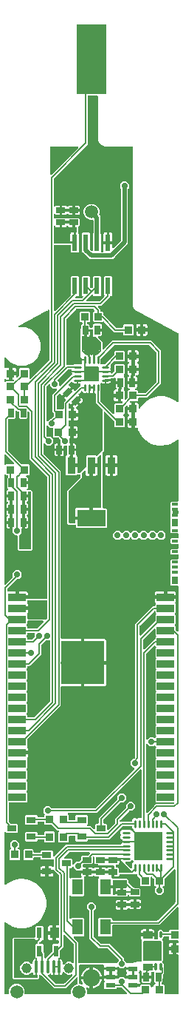
<source format=gbr>
G04 EAGLE Gerber RS-274X export*
G75*
%MOMM*%
%FSLAX34Y34*%
%LPD*%
%INTop Copper*%
%IPPOS*%
%AMOC8*
5,1,8,0,0,1.08239X$1,22.5*%
G01*
%ADD10R,0.800000X0.900000*%
%ADD11R,0.800000X0.300000*%
%ADD12R,0.700000X0.300000*%
%ADD13R,0.100000X0.300000*%
%ADD14R,0.979100X0.657400*%
%ADD15R,0.657400X0.979100*%
%ADD16R,1.092400X0.771800*%
%ADD17R,0.869700X0.929100*%
%ADD18R,2.000000X0.900000*%
%ADD19R,5.000000X5.000000*%
%ADD20R,0.589200X1.968500*%
%ADD21C,0.270000*%
%ADD22R,3.200000X3.200000*%
%ADD23R,3.500000X8.000000*%
%ADD24C,1.508000*%
%ADD25R,1.300000X1.800000*%
%ADD26R,0.933900X1.965100*%
%ADD27R,3.233900X1.965100*%
%ADD28C,0.350000*%
%ADD29C,0.330000*%
%ADD30C,1.158000*%
%ADD31R,0.991500X1.298200*%
%ADD32R,0.589100X1.298200*%
%ADD33C,0.168000*%
%ADD34C,0.064000*%
%ADD35C,0.320000*%
%ADD36C,1.980000*%
%ADD37R,0.929100X0.869700*%
%ADD38C,0.280000*%
%ADD39C,0.134400*%
%ADD40R,1.121000X0.599200*%
%ADD41C,0.200000*%
%ADD42C,0.706400*%
%ADD43C,0.152400*%
%ADD44C,0.756400*%
%ADD45C,0.500000*%

G36*
X14250Y10170D02*
X14250Y10170D01*
X14314Y10169D01*
X14389Y10190D01*
X14465Y10201D01*
X14524Y10227D01*
X14586Y10244D01*
X14652Y10285D01*
X14722Y10317D01*
X14771Y10359D01*
X14826Y10392D01*
X14878Y10450D01*
X14936Y10500D01*
X14972Y10554D01*
X15015Y10602D01*
X15048Y10671D01*
X15091Y10736D01*
X15110Y10798D01*
X15138Y10855D01*
X15149Y10925D01*
X15173Y11006D01*
X15174Y11091D01*
X15185Y11160D01*
X15185Y14503D01*
X16565Y17835D01*
X19115Y20385D01*
X22447Y21765D01*
X26053Y21765D01*
X29385Y20385D01*
X31935Y17835D01*
X33315Y14503D01*
X33315Y11160D01*
X33324Y11096D01*
X33323Y11032D01*
X33344Y10957D01*
X33355Y10881D01*
X33381Y10822D01*
X33398Y10760D01*
X33439Y10694D01*
X33471Y10624D01*
X33513Y10575D01*
X33546Y10520D01*
X33604Y10468D01*
X33654Y10410D01*
X33708Y10374D01*
X33756Y10331D01*
X33825Y10298D01*
X33890Y10255D01*
X33952Y10236D01*
X34009Y10208D01*
X34079Y10197D01*
X34160Y10173D01*
X34245Y10172D01*
X34314Y10161D01*
X85686Y10161D01*
X85750Y10170D01*
X85814Y10169D01*
X85889Y10190D01*
X85965Y10201D01*
X86024Y10227D01*
X86086Y10244D01*
X86152Y10285D01*
X86222Y10317D01*
X86271Y10359D01*
X86326Y10392D01*
X86378Y10450D01*
X86436Y10500D01*
X86472Y10554D01*
X86515Y10602D01*
X86548Y10671D01*
X86591Y10736D01*
X86610Y10798D01*
X86638Y10855D01*
X86649Y10925D01*
X86673Y11006D01*
X86674Y11091D01*
X86685Y11160D01*
X86685Y14503D01*
X88065Y17835D01*
X90615Y20385D01*
X93858Y21728D01*
X93867Y21733D01*
X93876Y21735D01*
X93988Y21805D01*
X94101Y21872D01*
X94108Y21879D01*
X94116Y21884D01*
X94204Y21981D01*
X94294Y22077D01*
X94298Y22086D01*
X94305Y22093D01*
X94362Y22212D01*
X94422Y22329D01*
X94424Y22338D01*
X94428Y22347D01*
X94440Y22423D01*
X94474Y22606D01*
X94472Y22630D01*
X94475Y22651D01*
X94475Y28492D01*
X94471Y28524D01*
X94473Y28556D01*
X94451Y28663D01*
X94435Y28772D01*
X94422Y28801D01*
X94416Y28833D01*
X94364Y28929D01*
X94319Y29029D01*
X94298Y29053D01*
X94283Y29081D01*
X94207Y29160D01*
X94136Y29243D01*
X94109Y29260D01*
X94086Y29284D01*
X93991Y29337D01*
X93900Y29397D01*
X93869Y29407D01*
X93841Y29423D01*
X93734Y29448D01*
X93630Y29480D01*
X93598Y29480D01*
X93567Y29488D01*
X93457Y29482D01*
X93348Y29483D01*
X93317Y29475D01*
X93285Y29473D01*
X93182Y29437D01*
X93076Y29408D01*
X93049Y29391D01*
X93018Y29381D01*
X92945Y29327D01*
X92836Y29260D01*
X92804Y29224D01*
X92769Y29199D01*
X81046Y17475D01*
X66635Y17475D01*
X64863Y19247D01*
X52747Y31363D01*
X51731Y32379D01*
X51705Y32399D01*
X51684Y32423D01*
X51592Y32483D01*
X51505Y32549D01*
X51475Y32560D01*
X51448Y32578D01*
X51343Y32610D01*
X51241Y32648D01*
X51209Y32651D01*
X51178Y32660D01*
X51069Y32662D01*
X50960Y32670D01*
X50928Y32663D01*
X50896Y32664D01*
X50791Y32635D01*
X50684Y32612D01*
X50655Y32597D01*
X50624Y32589D01*
X50531Y32531D01*
X50435Y32480D01*
X50412Y32457D01*
X50384Y32441D01*
X50311Y32360D01*
X50233Y32283D01*
X50217Y32255D01*
X50195Y32231D01*
X50148Y32133D01*
X50094Y32038D01*
X50086Y32006D01*
X50072Y31977D01*
X50058Y31888D01*
X50029Y31763D01*
X50031Y31715D01*
X50025Y31673D01*
X50025Y28954D01*
X48546Y27475D01*
X20954Y27475D01*
X19475Y28954D01*
X19475Y73546D01*
X20954Y75025D01*
X44931Y75025D01*
X44994Y75034D01*
X45058Y75033D01*
X45133Y75054D01*
X45210Y75065D01*
X45268Y75091D01*
X45330Y75108D01*
X45396Y75149D01*
X45467Y75181D01*
X45515Y75223D01*
X45570Y75256D01*
X45622Y75314D01*
X45681Y75364D01*
X45716Y75418D01*
X45759Y75466D01*
X45793Y75535D01*
X45835Y75600D01*
X45854Y75662D01*
X45882Y75719D01*
X45893Y75789D01*
X45918Y75870D01*
X45919Y75955D01*
X45930Y76024D01*
X45930Y87389D01*
X46823Y88282D01*
X53977Y88282D01*
X54870Y87389D01*
X54870Y73143D01*
X53977Y72250D01*
X53735Y72250D01*
X53640Y72237D01*
X53544Y72232D01*
X53500Y72217D01*
X53455Y72210D01*
X53368Y72171D01*
X53277Y72139D01*
X53243Y72114D01*
X53199Y72094D01*
X53101Y72011D01*
X53028Y71958D01*
X50526Y69456D01*
X50507Y69430D01*
X50482Y69409D01*
X50422Y69317D01*
X50357Y69230D01*
X50345Y69200D01*
X50328Y69173D01*
X50296Y69068D01*
X50257Y68966D01*
X50255Y68934D01*
X50245Y68903D01*
X50244Y68794D01*
X50235Y68685D01*
X50242Y68653D01*
X50242Y68621D01*
X50271Y68516D01*
X50293Y68409D01*
X50308Y68380D01*
X50317Y68349D01*
X50374Y68256D01*
X50426Y68160D01*
X50448Y68137D01*
X50465Y68109D01*
X50546Y68036D01*
X50622Y67958D01*
X50650Y67942D01*
X50674Y67920D01*
X50773Y67873D01*
X50868Y67819D01*
X50899Y67811D01*
X50928Y67797D01*
X51017Y67783D01*
X51142Y67754D01*
X51191Y67756D01*
X51233Y67750D01*
X53977Y67750D01*
X54870Y66857D01*
X54870Y59248D01*
X54884Y59153D01*
X54889Y59057D01*
X54904Y59014D01*
X54910Y58969D01*
X54950Y58882D01*
X54981Y58791D01*
X55006Y58756D01*
X55026Y58712D01*
X55110Y58615D01*
X55163Y58542D01*
X56025Y57680D01*
X56025Y52142D01*
X56029Y52110D01*
X56027Y52078D01*
X56049Y51971D01*
X56065Y51862D01*
X56078Y51833D01*
X56084Y51801D01*
X56136Y51705D01*
X56181Y51605D01*
X56202Y51581D01*
X56217Y51553D01*
X56293Y51474D01*
X56364Y51391D01*
X56391Y51374D01*
X56414Y51350D01*
X56509Y51297D01*
X56600Y51237D01*
X56631Y51227D01*
X56659Y51211D01*
X56766Y51186D01*
X56870Y51154D01*
X56902Y51154D01*
X56933Y51146D01*
X57043Y51152D01*
X57152Y51151D01*
X57183Y51159D01*
X57215Y51161D01*
X57318Y51197D01*
X57424Y51226D01*
X57451Y51243D01*
X57482Y51253D01*
X57555Y51307D01*
X57664Y51374D01*
X57696Y51410D01*
X57731Y51435D01*
X64837Y58542D01*
X64895Y58618D01*
X64959Y58690D01*
X64979Y58731D01*
X65006Y58767D01*
X65040Y58857D01*
X65082Y58944D01*
X65089Y58986D01*
X65106Y59031D01*
X65116Y59159D01*
X65130Y59248D01*
X65130Y66857D01*
X66023Y67750D01*
X71552Y67750D01*
X71616Y67759D01*
X71680Y67758D01*
X71755Y67779D01*
X71831Y67790D01*
X71890Y67816D01*
X71952Y67833D01*
X72018Y67874D01*
X72088Y67906D01*
X72137Y67948D01*
X72192Y67981D01*
X72244Y68039D01*
X72302Y68089D01*
X72338Y68143D01*
X72381Y68191D01*
X72414Y68260D01*
X72457Y68325D01*
X72476Y68387D01*
X72504Y68444D01*
X72515Y68514D01*
X72539Y68595D01*
X72540Y68680D01*
X72551Y68749D01*
X72551Y70743D01*
X72542Y70807D01*
X72543Y70871D01*
X72522Y70946D01*
X72511Y71022D01*
X72485Y71081D01*
X72468Y71143D01*
X72427Y71209D01*
X72395Y71279D01*
X72353Y71328D01*
X72320Y71383D01*
X72262Y71435D01*
X72212Y71493D01*
X72158Y71529D01*
X72110Y71572D01*
X72041Y71605D01*
X71976Y71648D01*
X71914Y71667D01*
X71857Y71695D01*
X71787Y71706D01*
X71706Y71730D01*
X71621Y71731D01*
X71552Y71742D01*
X69587Y71742D01*
X69587Y79266D01*
X69578Y79330D01*
X69579Y79394D01*
X69558Y79468D01*
X69547Y79545D01*
X69521Y79604D01*
X69504Y79666D01*
X69463Y79732D01*
X69431Y79802D01*
X69389Y79851D01*
X69356Y79906D01*
X69298Y79957D01*
X69248Y80016D01*
X69194Y80052D01*
X69146Y80095D01*
X69077Y80128D01*
X69012Y80171D01*
X68950Y80190D01*
X68893Y80218D01*
X68823Y80228D01*
X68742Y80253D01*
X68657Y80254D01*
X68588Y80265D01*
X67587Y80265D01*
X67587Y80267D01*
X68588Y80267D01*
X68652Y80276D01*
X68716Y80275D01*
X68791Y80296D01*
X68867Y80307D01*
X68926Y80333D01*
X68988Y80350D01*
X69054Y80391D01*
X69124Y80423D01*
X69173Y80465D01*
X69228Y80498D01*
X69280Y80556D01*
X69338Y80606D01*
X69374Y80660D01*
X69417Y80708D01*
X69450Y80777D01*
X69493Y80842D01*
X69512Y80904D01*
X69540Y80962D01*
X69550Y81031D01*
X69575Y81112D01*
X69576Y81197D01*
X69587Y81266D01*
X69587Y88790D01*
X71552Y88790D01*
X71616Y88799D01*
X71680Y88798D01*
X71755Y88819D01*
X71831Y88830D01*
X71890Y88856D01*
X71952Y88873D01*
X72018Y88914D01*
X72088Y88946D01*
X72137Y88988D01*
X72192Y89021D01*
X72244Y89079D01*
X72302Y89129D01*
X72338Y89183D01*
X72381Y89231D01*
X72414Y89300D01*
X72457Y89365D01*
X72476Y89427D01*
X72504Y89484D01*
X72515Y89554D01*
X72539Y89635D01*
X72540Y89720D01*
X72551Y89789D01*
X72551Y145981D01*
X72538Y146075D01*
X72533Y146172D01*
X72518Y146215D01*
X72511Y146260D01*
X72472Y146347D01*
X72440Y146438D01*
X72415Y146473D01*
X72395Y146517D01*
X72312Y146614D01*
X72259Y146687D01*
X66810Y152136D01*
X66733Y152194D01*
X66661Y152258D01*
X66620Y152278D01*
X66584Y152305D01*
X66494Y152339D01*
X66408Y152381D01*
X66366Y152388D01*
X66320Y152405D01*
X66193Y152415D01*
X66103Y152429D01*
X60804Y152429D01*
X60804Y156392D01*
X64605Y156392D01*
X65122Y156253D01*
X65591Y155982D01*
X65631Y155966D01*
X65667Y155942D01*
X65762Y155914D01*
X65853Y155877D01*
X65896Y155873D01*
X65937Y155860D01*
X66035Y155859D01*
X66134Y155849D01*
X66176Y155857D01*
X66219Y155856D01*
X66314Y155883D01*
X66411Y155901D01*
X66449Y155920D01*
X66491Y155932D01*
X66575Y155983D01*
X66663Y156028D01*
X66694Y156057D01*
X66731Y156080D01*
X66797Y156153D01*
X66869Y156220D01*
X66891Y156257D01*
X66920Y156289D01*
X66963Y156378D01*
X67013Y156463D01*
X67024Y156504D01*
X67043Y156543D01*
X67056Y156627D01*
X67084Y156736D01*
X67082Y156796D01*
X67090Y156847D01*
X67090Y163826D01*
X67086Y163858D01*
X67088Y163890D01*
X67066Y163997D01*
X67050Y164105D01*
X67037Y164134D01*
X67031Y164166D01*
X66979Y164262D01*
X66934Y164362D01*
X66913Y164386D01*
X66898Y164415D01*
X66822Y164493D01*
X66751Y164576D01*
X66724Y164594D01*
X66701Y164617D01*
X66607Y164671D01*
X66515Y164730D01*
X66484Y164740D01*
X66456Y164756D01*
X66350Y164781D01*
X66245Y164813D01*
X66213Y164813D01*
X66182Y164821D01*
X66072Y164815D01*
X65963Y164817D01*
X65932Y164808D01*
X65900Y164806D01*
X65797Y164771D01*
X65691Y164741D01*
X65664Y164724D01*
X65633Y164714D01*
X65560Y164661D01*
X65451Y164593D01*
X65419Y164557D01*
X65384Y164532D01*
X64969Y164116D01*
X52781Y164116D01*
X51888Y165009D01*
X51888Y165976D01*
X51879Y166040D01*
X51880Y166104D01*
X51859Y166179D01*
X51848Y166255D01*
X51822Y166314D01*
X51805Y166376D01*
X51764Y166442D01*
X51732Y166512D01*
X51690Y166561D01*
X51657Y166616D01*
X51599Y166668D01*
X51549Y166726D01*
X51495Y166762D01*
X51447Y166805D01*
X51378Y166838D01*
X51313Y166881D01*
X51251Y166900D01*
X51194Y166928D01*
X51124Y166939D01*
X51043Y166963D01*
X50958Y166964D01*
X50889Y166975D01*
X44669Y166975D01*
X44606Y166966D01*
X44542Y166967D01*
X44467Y166946D01*
X44390Y166935D01*
X44332Y166909D01*
X44270Y166892D01*
X44204Y166851D01*
X44133Y166819D01*
X44085Y166777D01*
X44030Y166744D01*
X43978Y166686D01*
X43919Y166636D01*
X43884Y166582D01*
X43841Y166534D01*
X43807Y166465D01*
X43765Y166400D01*
X43746Y166338D01*
X43718Y166281D01*
X43707Y166211D01*
X43682Y166130D01*
X43681Y166045D01*
X43670Y165976D01*
X43670Y164723D01*
X42777Y163830D01*
X32817Y163830D01*
X31924Y164723D01*
X31924Y175277D01*
X32817Y176170D01*
X42777Y176170D01*
X43670Y175277D01*
X43670Y173024D01*
X43679Y172962D01*
X43678Y172911D01*
X43679Y172910D01*
X43678Y172896D01*
X43699Y172821D01*
X43710Y172745D01*
X43736Y172686D01*
X43754Y172624D01*
X43794Y172558D01*
X43826Y172488D01*
X43868Y172439D01*
X43902Y172384D01*
X43959Y172332D01*
X44010Y172274D01*
X44063Y172238D01*
X44111Y172195D01*
X44181Y172162D01*
X44246Y172119D01*
X44307Y172100D01*
X44365Y172072D01*
X44434Y172061D01*
X44515Y172037D01*
X44600Y172036D01*
X44669Y172025D01*
X50889Y172025D01*
X50953Y172034D01*
X51017Y172033D01*
X51092Y172054D01*
X51168Y172065D01*
X51227Y172091D01*
X51289Y172108D01*
X51355Y172149D01*
X51425Y172181D01*
X51474Y172223D01*
X51529Y172256D01*
X51581Y172314D01*
X51639Y172364D01*
X51675Y172418D01*
X51718Y172466D01*
X51751Y172535D01*
X51794Y172600D01*
X51813Y172662D01*
X51841Y172719D01*
X51852Y172789D01*
X51876Y172870D01*
X51877Y172955D01*
X51888Y173024D01*
X51888Y173991D01*
X52781Y174884D01*
X64969Y174884D01*
X65862Y173991D01*
X65862Y168594D01*
X65866Y168562D01*
X65864Y168530D01*
X65886Y168423D01*
X65902Y168315D01*
X65915Y168285D01*
X65921Y168254D01*
X65973Y168157D01*
X66018Y168058D01*
X66039Y168033D01*
X66054Y168005D01*
X66130Y167927D01*
X66201Y167843D01*
X66228Y167826D01*
X66251Y167803D01*
X66346Y167749D01*
X66437Y167689D01*
X66468Y167680D01*
X66496Y167664D01*
X66602Y167638D01*
X66707Y167607D01*
X66739Y167606D01*
X66770Y167599D01*
X66880Y167604D01*
X66989Y167603D01*
X67020Y167611D01*
X67052Y167613D01*
X67155Y167649D01*
X67261Y167678D01*
X67288Y167695D01*
X67319Y167706D01*
X67392Y167759D01*
X67501Y167826D01*
X67533Y167862D01*
X67568Y167887D01*
X68862Y169182D01*
X81205Y181525D01*
X143395Y181525D01*
X143491Y181538D01*
X143587Y181543D01*
X143629Y181558D01*
X143675Y181565D01*
X143762Y181604D01*
X143853Y181636D01*
X143887Y181661D01*
X143932Y181681D01*
X144029Y181764D01*
X144102Y181817D01*
X145183Y182898D01*
X145240Y182975D01*
X145305Y183046D01*
X145325Y183087D01*
X145352Y183124D01*
X145386Y183214D01*
X145428Y183300D01*
X145434Y183342D01*
X145451Y183388D01*
X145461Y183515D01*
X145475Y183605D01*
X145475Y186395D01*
X145462Y186490D01*
X145457Y186586D01*
X145442Y186630D01*
X145435Y186675D01*
X145396Y186762D01*
X145364Y186853D01*
X145339Y186887D01*
X145319Y186931D01*
X145236Y187029D01*
X145183Y187102D01*
X143475Y188809D01*
X143475Y191191D01*
X144078Y191793D01*
X144116Y191845D01*
X144163Y191890D01*
X144201Y191957D01*
X144247Y192019D01*
X144270Y192079D01*
X144302Y192135D01*
X144319Y192210D01*
X144347Y192283D01*
X144352Y192347D01*
X144367Y192410D01*
X144363Y192487D01*
X144369Y192564D01*
X144355Y192627D01*
X144352Y192691D01*
X144327Y192764D01*
X144311Y192840D01*
X144281Y192897D01*
X144260Y192958D01*
X144218Y193014D01*
X144178Y193089D01*
X144119Y193150D01*
X144078Y193207D01*
X143475Y193809D01*
X143475Y196191D01*
X145159Y197875D01*
X154841Y197875D01*
X154898Y197817D01*
X154975Y197760D01*
X155046Y197695D01*
X155087Y197675D01*
X155124Y197648D01*
X155214Y197614D01*
X155300Y197572D01*
X155342Y197566D01*
X155388Y197549D01*
X155515Y197539D01*
X155605Y197525D01*
X157308Y197525D01*
X157413Y197540D01*
X157519Y197547D01*
X157550Y197559D01*
X157587Y197565D01*
X157654Y197595D01*
X157673Y197599D01*
X157726Y197627D01*
X157807Y197658D01*
X157832Y197673D01*
X157840Y197679D01*
X157844Y197681D01*
X157862Y197697D01*
X157875Y197706D01*
X157922Y197731D01*
X157985Y197793D01*
X158054Y197847D01*
X158086Y197891D01*
X158124Y197928D01*
X158167Y198005D01*
X158219Y198076D01*
X158237Y198127D01*
X158263Y198174D01*
X158283Y198259D01*
X158313Y198342D01*
X158316Y198396D01*
X158328Y198448D01*
X158324Y198536D01*
X158328Y198624D01*
X158316Y198676D01*
X158314Y198730D01*
X158285Y198813D01*
X158265Y198898D01*
X158239Y198945D01*
X158221Y198996D01*
X158175Y199059D01*
X158127Y199145D01*
X158076Y199195D01*
X158039Y199245D01*
X157125Y200159D01*
X157125Y201476D01*
X157116Y201540D01*
X157117Y201604D01*
X157096Y201679D01*
X157085Y201755D01*
X157059Y201814D01*
X157042Y201876D01*
X157001Y201942D01*
X156969Y202012D01*
X156927Y202061D01*
X156894Y202116D01*
X156836Y202168D01*
X156786Y202226D01*
X156732Y202262D01*
X156684Y202305D01*
X156615Y202338D01*
X156550Y202381D01*
X156488Y202400D01*
X156431Y202428D01*
X156361Y202439D01*
X156280Y202463D01*
X156195Y202464D01*
X156126Y202475D01*
X146460Y202475D01*
X146365Y202462D01*
X146269Y202457D01*
X146225Y202442D01*
X146180Y202435D01*
X146093Y202396D01*
X146002Y202364D01*
X145968Y202339D01*
X145924Y202319D01*
X145826Y202236D01*
X145753Y202183D01*
X131046Y187475D01*
X106861Y187475D01*
X106797Y187466D01*
X106733Y187467D01*
X106658Y187446D01*
X106582Y187435D01*
X106523Y187409D01*
X106461Y187392D01*
X106395Y187351D01*
X106325Y187319D01*
X106276Y187277D01*
X106221Y187244D01*
X106169Y187186D01*
X106111Y187136D01*
X106075Y187082D01*
X106032Y187034D01*
X105999Y186965D01*
X105956Y186900D01*
X105937Y186838D01*
X105909Y186781D01*
X105898Y186711D01*
X105874Y186630D01*
X105873Y186545D01*
X105862Y186476D01*
X105862Y186009D01*
X104969Y185116D01*
X92781Y185116D01*
X91888Y186009D01*
X91888Y190126D01*
X91879Y190190D01*
X91880Y190254D01*
X91859Y190329D01*
X91848Y190405D01*
X91822Y190464D01*
X91805Y190526D01*
X91764Y190592D01*
X91732Y190662D01*
X91690Y190711D01*
X91657Y190766D01*
X91599Y190818D01*
X91549Y190876D01*
X91495Y190912D01*
X91447Y190955D01*
X91378Y190988D01*
X91313Y191031D01*
X91251Y191050D01*
X91194Y191078D01*
X91124Y191089D01*
X91043Y191113D01*
X90958Y191114D01*
X90889Y191125D01*
X84669Y191125D01*
X84606Y191116D01*
X84542Y191117D01*
X84467Y191096D01*
X84390Y191085D01*
X84332Y191059D01*
X84270Y191042D01*
X84204Y191001D01*
X84133Y190969D01*
X84085Y190927D01*
X84030Y190894D01*
X83978Y190836D01*
X83919Y190786D01*
X83884Y190732D01*
X83841Y190684D01*
X83807Y190615D01*
X83765Y190550D01*
X83746Y190488D01*
X83718Y190431D01*
X83707Y190361D01*
X83682Y190280D01*
X83681Y190195D01*
X83670Y190126D01*
X83670Y184723D01*
X82777Y183830D01*
X72817Y183830D01*
X71924Y184723D01*
X71924Y195277D01*
X72416Y195769D01*
X72436Y195795D01*
X72460Y195816D01*
X72520Y195908D01*
X72585Y195995D01*
X72597Y196025D01*
X72614Y196052D01*
X72646Y196157D01*
X72685Y196259D01*
X72687Y196291D01*
X72697Y196322D01*
X72698Y196431D01*
X72707Y196540D01*
X72700Y196572D01*
X72701Y196604D01*
X72671Y196709D01*
X72649Y196816D01*
X72634Y196845D01*
X72625Y196876D01*
X72568Y196969D01*
X72517Y197065D01*
X72494Y197088D01*
X72477Y197116D01*
X72396Y197189D01*
X72320Y197267D01*
X72292Y197283D01*
X72268Y197305D01*
X72170Y197352D01*
X72075Y197406D01*
X72043Y197414D01*
X72014Y197428D01*
X71925Y197442D01*
X71800Y197471D01*
X71752Y197469D01*
X71710Y197475D01*
X71157Y197475D01*
X65095Y203537D01*
X65019Y203595D01*
X64947Y203659D01*
X64906Y203679D01*
X64870Y203706D01*
X64780Y203740D01*
X64693Y203782D01*
X64651Y203789D01*
X64606Y203806D01*
X64478Y203816D01*
X64389Y203830D01*
X57223Y203830D01*
X56330Y204723D01*
X56330Y206476D01*
X56321Y206540D01*
X56322Y206604D01*
X56301Y206679D01*
X56290Y206755D01*
X56264Y206814D01*
X56246Y206876D01*
X56206Y206942D01*
X56174Y207012D01*
X56132Y207061D01*
X56098Y207116D01*
X56041Y207168D01*
X55990Y207226D01*
X55937Y207262D01*
X55889Y207305D01*
X55819Y207338D01*
X55754Y207381D01*
X55693Y207400D01*
X55635Y207428D01*
X55566Y207439D01*
X55485Y207463D01*
X55400Y207464D01*
X55331Y207475D01*
X49111Y207475D01*
X49047Y207466D01*
X48983Y207467D01*
X48908Y207446D01*
X48832Y207435D01*
X48773Y207409D01*
X48711Y207392D01*
X48645Y207351D01*
X48575Y207319D01*
X48526Y207277D01*
X48471Y207244D01*
X48419Y207186D01*
X48361Y207136D01*
X48325Y207082D01*
X48282Y207034D01*
X48249Y206965D01*
X48206Y206900D01*
X48187Y206838D01*
X48159Y206781D01*
X48148Y206711D01*
X48124Y206630D01*
X48123Y206545D01*
X48112Y206476D01*
X48112Y205009D01*
X47219Y204116D01*
X35031Y204116D01*
X34138Y205009D01*
X34138Y213991D01*
X35031Y214884D01*
X47219Y214884D01*
X48112Y213991D01*
X48112Y213524D01*
X48121Y213460D01*
X48120Y213396D01*
X48141Y213321D01*
X48152Y213245D01*
X48178Y213186D01*
X48195Y213124D01*
X48236Y213058D01*
X48268Y212988D01*
X48310Y212939D01*
X48343Y212884D01*
X48401Y212832D01*
X48451Y212774D01*
X48505Y212738D01*
X48553Y212695D01*
X48622Y212662D01*
X48687Y212619D01*
X48749Y212600D01*
X48806Y212572D01*
X48876Y212561D01*
X48957Y212537D01*
X49042Y212536D01*
X49111Y212525D01*
X55331Y212525D01*
X55394Y212534D01*
X55458Y212533D01*
X55533Y212554D01*
X55610Y212565D01*
X55668Y212591D01*
X55730Y212608D01*
X55796Y212649D01*
X55867Y212681D01*
X55915Y212723D01*
X55970Y212756D01*
X56022Y212814D01*
X56081Y212864D01*
X56116Y212918D01*
X56159Y212966D01*
X56193Y213035D01*
X56235Y213100D01*
X56254Y213162D01*
X56282Y213219D01*
X56293Y213289D01*
X56318Y213370D01*
X56319Y213455D01*
X56330Y213524D01*
X56330Y215289D01*
X56367Y215355D01*
X56413Y215417D01*
X56436Y215477D01*
X56468Y215533D01*
X56486Y215608D01*
X56513Y215681D01*
X56518Y215745D01*
X56533Y215807D01*
X56529Y215885D01*
X56535Y215962D01*
X56522Y216025D01*
X56518Y216089D01*
X56493Y216162D01*
X56477Y216238D01*
X56447Y216295D01*
X56426Y216356D01*
X56384Y216412D01*
X56345Y216487D01*
X56285Y216548D01*
X56244Y216605D01*
X54943Y217905D01*
X54943Y222095D01*
X57905Y225057D01*
X62095Y225057D01*
X64334Y222817D01*
X64411Y222760D01*
X64482Y222695D01*
X64523Y222675D01*
X64559Y222648D01*
X64650Y222614D01*
X64736Y222572D01*
X64778Y222566D01*
X64823Y222549D01*
X64951Y222539D01*
X65040Y222525D01*
X113540Y222525D01*
X113635Y222538D01*
X113731Y222543D01*
X113775Y222558D01*
X113820Y222565D01*
X113907Y222604D01*
X113998Y222636D01*
X114032Y222661D01*
X114076Y222681D01*
X114174Y222764D01*
X114247Y222817D01*
X159167Y267737D01*
X159186Y267763D01*
X159211Y267784D01*
X159271Y267876D01*
X159336Y267963D01*
X159348Y267993D01*
X159365Y268020D01*
X159397Y268125D01*
X159436Y268227D01*
X159438Y268259D01*
X159448Y268290D01*
X159449Y268399D01*
X159458Y268508D01*
X159451Y268540D01*
X159451Y268572D01*
X159422Y268677D01*
X159400Y268784D01*
X159385Y268813D01*
X159376Y268844D01*
X159319Y268937D01*
X159267Y269033D01*
X159245Y269056D01*
X159228Y269084D01*
X159147Y269157D01*
X159071Y269235D01*
X159043Y269251D01*
X159019Y269273D01*
X158920Y269320D01*
X158825Y269374D01*
X158794Y269382D01*
X158765Y269396D01*
X158676Y269410D01*
X158551Y269439D01*
X158502Y269437D01*
X158460Y269443D01*
X157849Y269443D01*
X154887Y272405D01*
X154887Y276595D01*
X157849Y279557D01*
X158416Y279557D01*
X158511Y279570D01*
X158607Y279575D01*
X158651Y279590D01*
X158696Y279597D01*
X158783Y279636D01*
X158874Y279668D01*
X158908Y279693D01*
X158952Y279713D01*
X159050Y279796D01*
X159123Y279849D01*
X160027Y280753D01*
X160084Y280830D01*
X160149Y280901D01*
X160169Y280942D01*
X160196Y280979D01*
X160230Y281069D01*
X160272Y281155D01*
X160278Y281197D01*
X160295Y281243D01*
X160305Y281370D01*
X160319Y281460D01*
X160319Y433890D01*
X180554Y454125D01*
X182476Y454125D01*
X182540Y454134D01*
X182604Y454133D01*
X182679Y454154D01*
X182755Y454165D01*
X182814Y454191D01*
X182876Y454208D01*
X182942Y454249D01*
X183012Y454281D01*
X183061Y454323D01*
X183116Y454356D01*
X183168Y454414D01*
X183226Y454464D01*
X183262Y454518D01*
X183305Y454566D01*
X183338Y454635D01*
X183381Y454700D01*
X183400Y454762D01*
X183428Y454819D01*
X183439Y454889D01*
X183463Y454970D01*
X183464Y455055D01*
X183475Y455124D01*
X183475Y456732D01*
X183628Y456884D01*
X183666Y456936D01*
X183713Y456980D01*
X183751Y457048D01*
X183797Y457110D01*
X183820Y457170D01*
X183852Y457226D01*
X183869Y457301D01*
X183897Y457374D01*
X183902Y457438D01*
X183916Y457500D01*
X183913Y457578D01*
X183919Y457655D01*
X183905Y457718D01*
X183902Y457782D01*
X183877Y457855D01*
X183861Y457931D01*
X183831Y457988D01*
X183810Y458048D01*
X183768Y458105D01*
X183728Y458180D01*
X183669Y458241D01*
X183628Y458297D01*
X183373Y458552D01*
X183106Y459015D01*
X182967Y459532D01*
X182967Y462301D01*
X194000Y462301D01*
X194064Y462310D01*
X194128Y462309D01*
X194202Y462330D01*
X194279Y462341D01*
X194338Y462367D01*
X194400Y462384D01*
X194466Y462425D01*
X194536Y462457D01*
X194585Y462499D01*
X194640Y462532D01*
X194691Y462590D01*
X194750Y462640D01*
X194786Y462694D01*
X194829Y462742D01*
X194862Y462811D01*
X194905Y462876D01*
X194924Y462938D01*
X194952Y462995D01*
X194962Y463065D01*
X194987Y463146D01*
X194988Y463231D01*
X194999Y463300D01*
X194999Y464301D01*
X195001Y464301D01*
X195001Y463300D01*
X195010Y463236D01*
X195009Y463172D01*
X195030Y463097D01*
X195041Y463021D01*
X195067Y462962D01*
X195084Y462900D01*
X195125Y462834D01*
X195157Y462764D01*
X195199Y462715D01*
X195232Y462660D01*
X195290Y462608D01*
X195340Y462550D01*
X195394Y462514D01*
X195442Y462471D01*
X195511Y462438D01*
X195576Y462395D01*
X195638Y462376D01*
X195696Y462348D01*
X195765Y462338D01*
X195846Y462313D01*
X195931Y462312D01*
X196000Y462301D01*
X207033Y462301D01*
X207033Y459532D01*
X206894Y459015D01*
X206627Y458552D01*
X206372Y458297D01*
X206334Y458246D01*
X206287Y458201D01*
X206249Y458134D01*
X206203Y458072D01*
X206180Y458012D01*
X206148Y457956D01*
X206131Y457880D01*
X206103Y457808D01*
X206098Y457744D01*
X206084Y457681D01*
X206087Y457604D01*
X206081Y457527D01*
X206095Y457464D01*
X206098Y457400D01*
X206123Y457326D01*
X206139Y457251D01*
X206169Y457194D01*
X206190Y457133D01*
X206232Y457076D01*
X206272Y457002D01*
X206331Y456941D01*
X206372Y456884D01*
X206525Y456732D01*
X206525Y446468D01*
X206013Y445957D01*
X205974Y445905D01*
X205928Y445860D01*
X205890Y445793D01*
X205844Y445731D01*
X205821Y445671D01*
X205789Y445615D01*
X205771Y445540D01*
X205744Y445467D01*
X205739Y445403D01*
X205724Y445340D01*
X205728Y445263D01*
X205722Y445186D01*
X205735Y445123D01*
X205739Y445059D01*
X205764Y444986D01*
X205780Y444910D01*
X205810Y444853D01*
X205831Y444792D01*
X205873Y444736D01*
X205912Y444661D01*
X205971Y444600D01*
X206013Y444543D01*
X206525Y444032D01*
X206525Y433768D01*
X206013Y433257D01*
X205974Y433205D01*
X205928Y433160D01*
X205890Y433093D01*
X205844Y433031D01*
X205821Y432971D01*
X205789Y432915D01*
X205771Y432840D01*
X205744Y432767D01*
X205739Y432703D01*
X205724Y432640D01*
X205728Y432563D01*
X205722Y432486D01*
X205735Y432423D01*
X205739Y432359D01*
X205764Y432286D01*
X205780Y432210D01*
X205810Y432153D01*
X205831Y432092D01*
X205873Y432036D01*
X205912Y431961D01*
X205971Y431900D01*
X206013Y431843D01*
X206525Y431332D01*
X206525Y427460D01*
X206538Y427365D01*
X206543Y427269D01*
X206558Y427225D01*
X206565Y427180D01*
X206604Y427093D01*
X206636Y427002D01*
X206661Y426968D01*
X206681Y426924D01*
X206764Y426826D01*
X206817Y426753D01*
X208133Y425437D01*
X208159Y425418D01*
X208180Y425393D01*
X208272Y425333D01*
X208359Y425268D01*
X208389Y425256D01*
X208416Y425239D01*
X208521Y425207D01*
X208623Y425168D01*
X208655Y425166D01*
X208686Y425156D01*
X208795Y425155D01*
X208904Y425146D01*
X208936Y425153D01*
X208968Y425153D01*
X209073Y425182D01*
X209180Y425204D01*
X209209Y425219D01*
X209240Y425228D01*
X209333Y425285D01*
X209429Y425337D01*
X209452Y425359D01*
X209480Y425376D01*
X209553Y425457D01*
X209631Y425533D01*
X209647Y425561D01*
X209669Y425585D01*
X209716Y425683D01*
X209770Y425779D01*
X209778Y425810D01*
X209792Y425839D01*
X209806Y425929D01*
X209835Y426053D01*
X209833Y426101D01*
X209839Y426144D01*
X209839Y476476D01*
X209830Y476540D01*
X209831Y476604D01*
X209810Y476679D01*
X209799Y476755D01*
X209773Y476814D01*
X209756Y476876D01*
X209715Y476942D01*
X209683Y477012D01*
X209641Y477061D01*
X209608Y477116D01*
X209550Y477168D01*
X209500Y477226D01*
X209446Y477262D01*
X209398Y477305D01*
X209329Y477338D01*
X209264Y477381D01*
X209202Y477400D01*
X209145Y477428D01*
X209075Y477439D01*
X208994Y477463D01*
X208909Y477464D01*
X208840Y477475D01*
X201368Y477475D01*
X200475Y478368D01*
X200475Y488632D01*
X200637Y488793D01*
X200676Y488845D01*
X200722Y488890D01*
X200760Y488957D01*
X200806Y489019D01*
X200829Y489079D01*
X200861Y489135D01*
X200879Y489210D01*
X200906Y489283D01*
X200911Y489347D01*
X200926Y489409D01*
X200922Y489487D01*
X200928Y489564D01*
X200915Y489627D01*
X200911Y489691D01*
X200886Y489764D01*
X200870Y489840D01*
X200840Y489897D01*
X200819Y489958D01*
X200777Y490014D01*
X200738Y490089D01*
X200679Y490150D01*
X200637Y490207D01*
X200475Y490368D01*
X200475Y494632D01*
X200637Y494793D01*
X200676Y494845D01*
X200722Y494890D01*
X200760Y494957D01*
X200806Y495019D01*
X200829Y495079D01*
X200861Y495135D01*
X200879Y495210D01*
X200906Y495283D01*
X200911Y495347D01*
X200926Y495409D01*
X200922Y495487D01*
X200928Y495564D01*
X200915Y495627D01*
X200911Y495691D01*
X200886Y495764D01*
X200870Y495840D01*
X200840Y495897D01*
X200819Y495958D01*
X200777Y496014D01*
X200738Y496089D01*
X200679Y496150D01*
X200637Y496207D01*
X200475Y496368D01*
X200475Y500632D01*
X200637Y500793D01*
X200676Y500845D01*
X200722Y500890D01*
X200760Y500957D01*
X200806Y501019D01*
X200829Y501079D01*
X200861Y501135D01*
X200879Y501210D01*
X200906Y501283D01*
X200911Y501347D01*
X200926Y501409D01*
X200922Y501487D01*
X200928Y501564D01*
X200915Y501627D01*
X200911Y501691D01*
X200886Y501764D01*
X200870Y501840D01*
X200840Y501897D01*
X200819Y501958D01*
X200777Y502014D01*
X200738Y502089D01*
X200679Y502150D01*
X200637Y502207D01*
X200475Y502368D01*
X200475Y506632D01*
X201368Y507525D01*
X208840Y507525D01*
X208904Y507534D01*
X208968Y507533D01*
X209043Y507554D01*
X209119Y507565D01*
X209178Y507591D01*
X209240Y507608D01*
X209306Y507649D01*
X209376Y507681D01*
X209425Y507723D01*
X209480Y507756D01*
X209532Y507814D01*
X209590Y507864D01*
X209626Y507918D01*
X209669Y507966D01*
X209702Y508035D01*
X209745Y508100D01*
X209764Y508162D01*
X209792Y508219D01*
X209803Y508289D01*
X209827Y508370D01*
X209828Y508455D01*
X209839Y508524D01*
X209839Y512476D01*
X209830Y512540D01*
X209831Y512604D01*
X209810Y512679D01*
X209799Y512755D01*
X209773Y512814D01*
X209756Y512876D01*
X209715Y512942D01*
X209683Y513012D01*
X209641Y513061D01*
X209608Y513116D01*
X209550Y513168D01*
X209500Y513226D01*
X209446Y513262D01*
X209398Y513305D01*
X209329Y513338D01*
X209264Y513381D01*
X209202Y513400D01*
X209145Y513428D01*
X209075Y513439D01*
X208994Y513463D01*
X208909Y513464D01*
X208840Y513475D01*
X201368Y513475D01*
X200475Y514368D01*
X200475Y518632D01*
X201368Y519525D01*
X208840Y519525D01*
X208904Y519534D01*
X208968Y519533D01*
X209043Y519554D01*
X209119Y519565D01*
X209178Y519591D01*
X209240Y519608D01*
X209306Y519649D01*
X209376Y519681D01*
X209425Y519723D01*
X209480Y519756D01*
X209532Y519814D01*
X209590Y519864D01*
X209626Y519918D01*
X209669Y519966D01*
X209702Y520035D01*
X209745Y520100D01*
X209764Y520162D01*
X209792Y520219D01*
X209803Y520289D01*
X209827Y520370D01*
X209828Y520455D01*
X209839Y520524D01*
X209839Y524476D01*
X209830Y524540D01*
X209831Y524604D01*
X209810Y524679D01*
X209799Y524755D01*
X209773Y524814D01*
X209756Y524876D01*
X209715Y524942D01*
X209683Y525012D01*
X209641Y525061D01*
X209608Y525116D01*
X209550Y525168D01*
X209500Y525226D01*
X209446Y525262D01*
X209398Y525305D01*
X209329Y525338D01*
X209264Y525381D01*
X209202Y525400D01*
X209145Y525428D01*
X209075Y525439D01*
X208994Y525463D01*
X208909Y525464D01*
X208840Y525475D01*
X201368Y525475D01*
X200475Y526368D01*
X200475Y530632D01*
X201368Y531525D01*
X208840Y531525D01*
X208904Y531534D01*
X208968Y531533D01*
X209043Y531554D01*
X209119Y531565D01*
X209178Y531591D01*
X209240Y531608D01*
X209306Y531649D01*
X209376Y531681D01*
X209425Y531723D01*
X209480Y531756D01*
X209532Y531814D01*
X209590Y531864D01*
X209626Y531918D01*
X209669Y531966D01*
X209702Y532035D01*
X209745Y532100D01*
X209764Y532162D01*
X209792Y532219D01*
X209803Y532289D01*
X209827Y532370D01*
X209828Y532455D01*
X209839Y532524D01*
X209839Y536476D01*
X209830Y536540D01*
X209831Y536604D01*
X209810Y536679D01*
X209799Y536755D01*
X209773Y536814D01*
X209756Y536876D01*
X209715Y536942D01*
X209683Y537012D01*
X209641Y537061D01*
X209608Y537116D01*
X209550Y537168D01*
X209500Y537226D01*
X209446Y537262D01*
X209398Y537305D01*
X209329Y537338D01*
X209264Y537381D01*
X209202Y537400D01*
X209145Y537428D01*
X209075Y537439D01*
X208994Y537463D01*
X208909Y537464D01*
X208840Y537475D01*
X201368Y537475D01*
X200475Y538368D01*
X200475Y542632D01*
X200637Y542793D01*
X200676Y542845D01*
X200722Y542890D01*
X200760Y542957D01*
X200806Y543019D01*
X200829Y543079D01*
X200861Y543135D01*
X200879Y543210D01*
X200906Y543283D01*
X200911Y543347D01*
X200926Y543409D01*
X200922Y543487D01*
X200928Y543564D01*
X200915Y543627D01*
X200911Y543691D01*
X200886Y543764D01*
X200870Y543840D01*
X200840Y543897D01*
X200819Y543958D01*
X200777Y544014D01*
X200738Y544089D01*
X200679Y544150D01*
X200637Y544207D01*
X200475Y544368D01*
X200475Y554632D01*
X200637Y554793D01*
X200676Y554845D01*
X200722Y554890D01*
X200760Y554957D01*
X200806Y555019D01*
X200829Y555079D01*
X200861Y555135D01*
X200879Y555210D01*
X200906Y555283D01*
X200911Y555347D01*
X200926Y555409D01*
X200922Y555487D01*
X200928Y555564D01*
X200915Y555627D01*
X200911Y555691D01*
X200886Y555764D01*
X200870Y555840D01*
X200840Y555897D01*
X200819Y555958D01*
X200777Y556014D01*
X200738Y556089D01*
X200679Y556150D01*
X200637Y556207D01*
X200475Y556368D01*
X200475Y566632D01*
X200637Y566793D01*
X200676Y566845D01*
X200722Y566890D01*
X200760Y566957D01*
X200806Y567019D01*
X200829Y567079D01*
X200861Y567135D01*
X200879Y567210D01*
X200906Y567283D01*
X200911Y567347D01*
X200926Y567409D01*
X200922Y567487D01*
X200928Y567564D01*
X200915Y567627D01*
X200911Y567691D01*
X200886Y567764D01*
X200870Y567840D01*
X200840Y567897D01*
X200819Y567958D01*
X200777Y568014D01*
X200738Y568089D01*
X200679Y568150D01*
X200637Y568207D01*
X200475Y568368D01*
X200475Y572632D01*
X201368Y573525D01*
X208840Y573525D01*
X208904Y573534D01*
X208968Y573533D01*
X209043Y573554D01*
X209119Y573565D01*
X209178Y573591D01*
X209240Y573608D01*
X209306Y573649D01*
X209376Y573681D01*
X209425Y573723D01*
X209480Y573756D01*
X209532Y573814D01*
X209590Y573864D01*
X209626Y573918D01*
X209669Y573966D01*
X209702Y574035D01*
X209745Y574100D01*
X209764Y574162D01*
X209792Y574219D01*
X209803Y574289D01*
X209827Y574370D01*
X209828Y574455D01*
X209839Y574524D01*
X209839Y643602D01*
X209835Y643634D01*
X209837Y643666D01*
X209815Y643773D01*
X209799Y643881D01*
X209786Y643910D01*
X209780Y643942D01*
X209728Y644038D01*
X209683Y644138D01*
X209662Y644162D01*
X209647Y644191D01*
X209571Y644269D01*
X209500Y644352D01*
X209473Y644370D01*
X209450Y644393D01*
X209355Y644447D01*
X209264Y644506D01*
X209233Y644516D01*
X209205Y644532D01*
X209099Y644557D01*
X208994Y644589D01*
X208962Y644589D01*
X208931Y644597D01*
X208821Y644591D01*
X208712Y644593D01*
X208681Y644584D01*
X208649Y644582D01*
X208546Y644547D01*
X208440Y644517D01*
X208413Y644500D01*
X208382Y644490D01*
X208309Y644437D01*
X208200Y644369D01*
X208168Y644333D01*
X208133Y644308D01*
X207291Y643466D01*
X200870Y639758D01*
X193707Y637839D01*
X186293Y637839D01*
X179130Y639758D01*
X172709Y643466D01*
X167466Y648709D01*
X163758Y655130D01*
X163102Y657581D01*
X163072Y657650D01*
X163052Y657722D01*
X163017Y657779D01*
X162991Y657841D01*
X162944Y657898D01*
X162904Y657962D01*
X162855Y658007D01*
X162812Y658059D01*
X162751Y658101D01*
X162695Y658151D01*
X162635Y658180D01*
X162580Y658218D01*
X162508Y658242D01*
X162441Y658274D01*
X162381Y658284D01*
X162312Y658306D01*
X162214Y658310D01*
X162137Y658322D01*
X159796Y658322D01*
X159796Y664000D01*
X159787Y664064D01*
X159788Y664128D01*
X159767Y664202D01*
X159756Y664279D01*
X159730Y664338D01*
X159713Y664400D01*
X159672Y664466D01*
X159640Y664536D01*
X159598Y664585D01*
X159565Y664640D01*
X159507Y664691D01*
X159457Y664750D01*
X159403Y664786D01*
X159355Y664829D01*
X159286Y664862D01*
X159221Y664905D01*
X159159Y664924D01*
X159102Y664952D01*
X159032Y664962D01*
X158951Y664987D01*
X158866Y664988D01*
X158797Y664999D01*
X157796Y664999D01*
X157796Y665001D01*
X158797Y665001D01*
X158861Y665010D01*
X158925Y665009D01*
X159000Y665030D01*
X159076Y665041D01*
X159135Y665067D01*
X159197Y665084D01*
X159263Y665125D01*
X159333Y665157D01*
X159382Y665199D01*
X159437Y665232D01*
X159489Y665290D01*
X159547Y665340D01*
X159583Y665394D01*
X159626Y665442D01*
X159659Y665511D01*
X159702Y665576D01*
X159721Y665638D01*
X159749Y665696D01*
X159759Y665765D01*
X159784Y665846D01*
X159785Y665931D01*
X159796Y666000D01*
X159796Y679000D01*
X159787Y679064D01*
X159788Y679128D01*
X159767Y679202D01*
X159756Y679279D01*
X159730Y679338D01*
X159713Y679400D01*
X159672Y679466D01*
X159640Y679536D01*
X159598Y679585D01*
X159565Y679640D01*
X159507Y679691D01*
X159457Y679750D01*
X159403Y679786D01*
X159355Y679829D01*
X159286Y679862D01*
X159221Y679905D01*
X159159Y679924D01*
X159102Y679952D01*
X159032Y679962D01*
X158951Y679987D01*
X158866Y679988D01*
X158797Y679999D01*
X157796Y679999D01*
X157796Y680001D01*
X158797Y680001D01*
X158861Y680010D01*
X158925Y680009D01*
X159000Y680030D01*
X159076Y680041D01*
X159135Y680067D01*
X159197Y680084D01*
X159263Y680125D01*
X159333Y680157D01*
X159382Y680199D01*
X159437Y680232D01*
X159489Y680290D01*
X159547Y680340D01*
X159583Y680394D01*
X159626Y680442D01*
X159659Y680511D01*
X159702Y680576D01*
X159721Y680638D01*
X159749Y680696D01*
X159759Y680765D01*
X159784Y680846D01*
X159785Y680931D01*
X159796Y681000D01*
X159796Y686678D01*
X162413Y686678D01*
X162930Y686540D01*
X163394Y686272D01*
X163772Y685894D01*
X164040Y685430D01*
X164178Y684913D01*
X164178Y681326D01*
X164181Y681305D01*
X164179Y681283D01*
X164201Y681165D01*
X164218Y681047D01*
X164227Y681027D01*
X164231Y681006D01*
X164285Y680899D01*
X164334Y680790D01*
X164348Y680774D01*
X164358Y680754D01*
X164440Y680666D01*
X164518Y680576D01*
X164536Y680564D01*
X164550Y680548D01*
X164653Y680487D01*
X164754Y680421D01*
X164774Y680415D01*
X164793Y680404D01*
X164909Y680374D01*
X165023Y680339D01*
X165045Y680339D01*
X165066Y680333D01*
X165185Y680337D01*
X165305Y680335D01*
X165326Y680341D01*
X165348Y680341D01*
X165462Y680378D01*
X165577Y680410D01*
X165596Y680422D01*
X165616Y680428D01*
X165715Y680495D01*
X165817Y680558D01*
X165832Y680574D01*
X165849Y680586D01*
X165907Y680657D01*
X166006Y680768D01*
X166022Y680801D01*
X166043Y680826D01*
X167466Y683291D01*
X172709Y688534D01*
X179130Y692242D01*
X186293Y694161D01*
X193707Y694161D01*
X200870Y692242D01*
X207291Y688534D01*
X208133Y687692D01*
X208159Y687672D01*
X208180Y687648D01*
X208272Y687588D01*
X208359Y687523D01*
X208389Y687511D01*
X208416Y687494D01*
X208521Y687462D01*
X208623Y687423D01*
X208655Y687421D01*
X208686Y687411D01*
X208795Y687410D01*
X208904Y687401D01*
X208936Y687408D01*
X208968Y687407D01*
X209073Y687437D01*
X209180Y687459D01*
X209209Y687474D01*
X209240Y687483D01*
X209333Y687540D01*
X209429Y687591D01*
X209452Y687614D01*
X209480Y687631D01*
X209553Y687712D01*
X209631Y687788D01*
X209647Y687816D01*
X209669Y687840D01*
X209716Y687938D01*
X209770Y688033D01*
X209778Y688065D01*
X209792Y688094D01*
X209806Y688183D01*
X209835Y688308D01*
X209833Y688356D01*
X209839Y688398D01*
X209839Y765747D01*
X209824Y765852D01*
X209817Y765958D01*
X209804Y765991D01*
X209799Y766027D01*
X209756Y766123D01*
X209719Y766222D01*
X209698Y766251D01*
X209683Y766284D01*
X209614Y766364D01*
X209551Y766449D01*
X209524Y766469D01*
X209500Y766498D01*
X209377Y766578D01*
X209304Y766633D01*
X163230Y790767D01*
X163184Y790783D01*
X163148Y790805D01*
X161744Y791386D01*
X161520Y791611D01*
X161294Y791780D01*
X161284Y791784D01*
X161277Y791790D01*
X160995Y791937D01*
X160764Y792214D01*
X160021Y793104D01*
X159986Y793136D01*
X159961Y793170D01*
X158886Y794244D01*
X158764Y794538D01*
X158621Y794781D01*
X158613Y794788D01*
X158608Y794796D01*
X158405Y795040D01*
X157951Y796491D01*
X157931Y796534D01*
X157921Y796575D01*
X157339Y797979D01*
X157339Y798297D01*
X157299Y798576D01*
X157295Y798586D01*
X157294Y798595D01*
X157199Y798898D01*
X157335Y800412D01*
X157333Y800460D01*
X157339Y800502D01*
X157339Y978840D01*
X157330Y978904D01*
X157331Y978968D01*
X157310Y979043D01*
X157299Y979119D01*
X157273Y979178D01*
X157256Y979240D01*
X157215Y979306D01*
X157183Y979376D01*
X157141Y979425D01*
X157108Y979480D01*
X157050Y979532D01*
X157000Y979590D01*
X156946Y979626D01*
X156898Y979669D01*
X156829Y979702D01*
X156764Y979745D01*
X156702Y979764D01*
X156645Y979792D01*
X156575Y979803D01*
X156494Y979827D01*
X156409Y979828D01*
X156340Y979839D01*
X125479Y979839D01*
X121744Y981386D01*
X118886Y984244D01*
X117339Y987979D01*
X117339Y1037476D01*
X117330Y1037540D01*
X117331Y1037604D01*
X117310Y1037679D01*
X117299Y1037755D01*
X117273Y1037814D01*
X117256Y1037876D01*
X117215Y1037942D01*
X117183Y1038012D01*
X117141Y1038061D01*
X117108Y1038116D01*
X117050Y1038168D01*
X117000Y1038226D01*
X116946Y1038262D01*
X116898Y1038305D01*
X116829Y1038338D01*
X116764Y1038381D01*
X116702Y1038400D01*
X116645Y1038428D01*
X116575Y1038439D01*
X116494Y1038463D01*
X116409Y1038464D01*
X116340Y1038475D01*
X107184Y1038475D01*
X107120Y1038466D01*
X107056Y1038467D01*
X106981Y1038446D01*
X106905Y1038435D01*
X106846Y1038409D01*
X106784Y1038392D01*
X106718Y1038351D01*
X106648Y1038319D01*
X106599Y1038277D01*
X106544Y1038244D01*
X106492Y1038186D01*
X106434Y1038136D01*
X106398Y1038082D01*
X106355Y1038034D01*
X106322Y1037965D01*
X106279Y1037900D01*
X106260Y1037838D01*
X106232Y1037781D01*
X106221Y1037711D01*
X106197Y1037630D01*
X106196Y1037545D01*
X106185Y1037476D01*
X106185Y982614D01*
X66898Y943327D01*
X66840Y943251D01*
X66776Y943179D01*
X66756Y943138D01*
X66729Y943102D01*
X66695Y943012D01*
X66653Y942925D01*
X66646Y942883D01*
X66629Y942838D01*
X66619Y942710D01*
X66605Y942621D01*
X66605Y911984D01*
X66608Y911962D01*
X66606Y911941D01*
X66628Y911823D01*
X66645Y911705D01*
X66654Y911685D01*
X66658Y911664D01*
X66712Y911557D01*
X66761Y911448D01*
X66775Y911431D01*
X66785Y911412D01*
X66867Y911324D01*
X66945Y911233D01*
X66963Y911221D01*
X66978Y911206D01*
X67080Y911145D01*
X67181Y911079D01*
X67201Y911073D01*
X67220Y911062D01*
X67336Y911031D01*
X67450Y910997D01*
X67472Y910996D01*
X67493Y910991D01*
X67613Y910994D01*
X67732Y910993D01*
X67753Y910999D01*
X67775Y910999D01*
X67889Y911036D01*
X68004Y911068D01*
X68023Y911079D01*
X68043Y911086D01*
X68142Y911153D01*
X68244Y911216D01*
X68259Y911232D01*
X68277Y911244D01*
X68334Y911316D01*
X68433Y911425D01*
X68449Y911459D01*
X68470Y911484D01*
X68478Y911498D01*
X68856Y911877D01*
X69320Y912144D01*
X69837Y912283D01*
X73357Y912283D01*
X73357Y907607D01*
X73366Y907543D01*
X73365Y907479D01*
X73386Y907404D01*
X73397Y907327D01*
X73423Y907269D01*
X73441Y907207D01*
X73481Y907141D01*
X73513Y907071D01*
X73555Y907022D01*
X73589Y906967D01*
X73595Y906962D01*
X73571Y906925D01*
X73528Y906878D01*
X73494Y906808D01*
X73452Y906743D01*
X73433Y906682D01*
X73405Y906624D01*
X73394Y906554D01*
X73369Y906473D01*
X73368Y906389D01*
X73357Y906319D01*
X73357Y901643D01*
X69837Y901643D01*
X69320Y901782D01*
X68856Y902049D01*
X68478Y902428D01*
X68470Y902442D01*
X68457Y902459D01*
X68448Y902478D01*
X68370Y902570D01*
X68296Y902664D01*
X68278Y902676D01*
X68264Y902693D01*
X68164Y902759D01*
X68067Y902828D01*
X68047Y902835D01*
X68028Y902847D01*
X67914Y902882D01*
X67801Y902922D01*
X67779Y902923D01*
X67759Y902929D01*
X67639Y902931D01*
X67519Y902938D01*
X67498Y902933D01*
X67477Y902933D01*
X67361Y902901D01*
X67245Y902874D01*
X67226Y902864D01*
X67205Y902858D01*
X67103Y902795D01*
X66998Y902737D01*
X66983Y902721D01*
X66965Y902710D01*
X66885Y902621D01*
X66801Y902536D01*
X66790Y902517D01*
X66776Y902501D01*
X66724Y902393D01*
X66667Y902287D01*
X66662Y902266D01*
X66653Y902247D01*
X66639Y902157D01*
X66608Y902012D01*
X66610Y901975D01*
X66605Y901942D01*
X66605Y898524D01*
X66614Y898460D01*
X66613Y898396D01*
X66634Y898321D01*
X66645Y898245D01*
X66671Y898186D01*
X66689Y898124D01*
X66729Y898058D01*
X66761Y897988D01*
X66803Y897939D01*
X66837Y897884D01*
X66894Y897832D01*
X66945Y897774D01*
X66998Y897738D01*
X67046Y897695D01*
X67116Y897662D01*
X67181Y897619D01*
X67242Y897600D01*
X67300Y897572D01*
X67369Y897561D01*
X67450Y897537D01*
X67535Y897536D01*
X67604Y897525D01*
X68735Y897525D01*
X68830Y897538D01*
X68926Y897543D01*
X68969Y897558D01*
X69014Y897565D01*
X69102Y897604D01*
X69193Y897636D01*
X69227Y897661D01*
X69271Y897681D01*
X69369Y897764D01*
X69442Y897817D01*
X69473Y897849D01*
X80527Y897849D01*
X80558Y897817D01*
X80635Y897760D01*
X80707Y897695D01*
X80748Y897675D01*
X80784Y897648D01*
X80874Y897614D01*
X80960Y897572D01*
X81002Y897566D01*
X81048Y897549D01*
X81175Y897539D01*
X81265Y897525D01*
X83735Y897525D01*
X83830Y897538D01*
X83926Y897543D01*
X83969Y897558D01*
X84014Y897565D01*
X84102Y897604D01*
X84193Y897636D01*
X84227Y897661D01*
X84271Y897681D01*
X84369Y897764D01*
X84442Y897817D01*
X84473Y897849D01*
X95527Y897849D01*
X96420Y896956D01*
X96420Y889118D01*
X95317Y888016D01*
X95260Y887939D01*
X95195Y887867D01*
X95175Y887826D01*
X95148Y887790D01*
X95114Y887700D01*
X95072Y887614D01*
X95066Y887572D01*
X95049Y887526D01*
X95039Y887399D01*
X95025Y887309D01*
X95025Y881018D01*
X95038Y880923D01*
X95043Y880827D01*
X95058Y880784D01*
X95065Y880739D01*
X95104Y880651D01*
X95136Y880560D01*
X95161Y880526D01*
X95181Y880482D01*
X95264Y880385D01*
X95317Y880311D01*
X95421Y880208D01*
X95421Y859260D01*
X94528Y858367D01*
X87372Y858367D01*
X86479Y859260D01*
X86479Y866476D01*
X86470Y866540D01*
X86471Y866604D01*
X86450Y866679D01*
X86439Y866755D01*
X86413Y866814D01*
X86396Y866876D01*
X86355Y866942D01*
X86323Y867012D01*
X86281Y867061D01*
X86248Y867116D01*
X86190Y867168D01*
X86140Y867226D01*
X86086Y867262D01*
X86038Y867305D01*
X85969Y867338D01*
X85904Y867381D01*
X85842Y867400D01*
X85785Y867428D01*
X85715Y867439D01*
X85634Y867463D01*
X85549Y867464D01*
X85480Y867475D01*
X67604Y867475D01*
X67541Y867466D01*
X67477Y867467D01*
X67402Y867446D01*
X67325Y867435D01*
X67267Y867409D01*
X67205Y867392D01*
X67139Y867351D01*
X67068Y867319D01*
X67020Y867277D01*
X66965Y867244D01*
X66913Y867186D01*
X66854Y867136D01*
X66819Y867082D01*
X66776Y867034D01*
X66742Y866965D01*
X66700Y866900D01*
X66681Y866838D01*
X66653Y866781D01*
X66642Y866711D01*
X66617Y866630D01*
X66616Y866545D01*
X66605Y866476D01*
X66605Y792556D01*
X66610Y792524D01*
X66607Y792492D01*
X66614Y792461D01*
X66613Y792446D01*
X66627Y792395D01*
X66630Y792385D01*
X66645Y792276D01*
X66658Y792247D01*
X66665Y792215D01*
X66716Y792119D01*
X66761Y792019D01*
X66782Y791995D01*
X66797Y791967D01*
X66874Y791888D01*
X66945Y791805D01*
X66972Y791788D01*
X66994Y791764D01*
X67089Y791711D01*
X67181Y791651D01*
X67211Y791641D01*
X67240Y791625D01*
X67346Y791600D01*
X67450Y791568D01*
X67482Y791568D01*
X67514Y791560D01*
X67623Y791566D01*
X67732Y791565D01*
X67763Y791573D01*
X67796Y791575D01*
X67899Y791611D01*
X68004Y791640D01*
X68032Y791657D01*
X68062Y791667D01*
X68132Y791718D01*
X68158Y791730D01*
X68179Y791748D01*
X68244Y791788D01*
X68277Y791824D01*
X68311Y791849D01*
X86187Y809725D01*
X86244Y809801D01*
X86309Y809873D01*
X86329Y809914D01*
X86356Y809950D01*
X86390Y810040D01*
X86432Y810127D01*
X86438Y810169D01*
X86455Y810214D01*
X86465Y810342D01*
X86479Y810431D01*
X86479Y830740D01*
X87372Y831633D01*
X94528Y831633D01*
X95421Y830740D01*
X95421Y809792D01*
X94528Y808899D01*
X92916Y808899D01*
X92821Y808885D01*
X92725Y808880D01*
X92681Y808865D01*
X92636Y808859D01*
X92549Y808819D01*
X92458Y808788D01*
X92424Y808763D01*
X92380Y808743D01*
X92282Y808660D01*
X92209Y808606D01*
X91358Y807755D01*
X91338Y807729D01*
X91314Y807708D01*
X91254Y807616D01*
X91188Y807529D01*
X91177Y807499D01*
X91159Y807472D01*
X91127Y807367D01*
X91089Y807265D01*
X91086Y807233D01*
X91077Y807202D01*
X91075Y807093D01*
X91067Y806984D01*
X91074Y806952D01*
X91073Y806920D01*
X91102Y806815D01*
X91125Y806708D01*
X91140Y806679D01*
X91148Y806648D01*
X91206Y806555D01*
X91257Y806459D01*
X91280Y806436D01*
X91296Y806408D01*
X91377Y806335D01*
X91454Y806257D01*
X91482Y806241D01*
X91506Y806219D01*
X91604Y806172D01*
X91699Y806118D01*
X91731Y806110D01*
X91760Y806096D01*
X91849Y806082D01*
X91974Y806053D01*
X92022Y806055D01*
X92064Y806049D01*
X98540Y806049D01*
X98635Y806062D01*
X98731Y806067D01*
X98775Y806082D01*
X98820Y806089D01*
X98907Y806128D01*
X98998Y806160D01*
X99032Y806185D01*
X99076Y806205D01*
X99174Y806288D01*
X99247Y806341D01*
X100232Y807326D01*
X100270Y807378D01*
X100316Y807423D01*
X100355Y807490D01*
X100401Y807552D01*
X100424Y807612D01*
X100455Y807668D01*
X100473Y807743D01*
X100501Y807816D01*
X100506Y807880D01*
X100520Y807942D01*
X100516Y808020D01*
X100522Y808097D01*
X100509Y808160D01*
X100506Y808224D01*
X100481Y808297D01*
X100465Y808373D01*
X100435Y808430D01*
X100414Y808490D01*
X100372Y808547D01*
X100332Y808622D01*
X100273Y808683D01*
X100232Y808739D01*
X99179Y809792D01*
X99179Y830740D01*
X100072Y831633D01*
X107228Y831633D01*
X108121Y830740D01*
X108121Y819780D01*
X108134Y819685D01*
X108139Y819589D01*
X108154Y819545D01*
X108161Y819500D01*
X108200Y819413D01*
X108232Y819322D01*
X108257Y819288D01*
X108277Y819244D01*
X108360Y819146D01*
X108413Y819073D01*
X109489Y817997D01*
X109541Y817959D01*
X109586Y817912D01*
X109653Y817874D01*
X109715Y817828D01*
X109775Y817805D01*
X109831Y817773D01*
X109906Y817756D01*
X109979Y817728D01*
X110043Y817723D01*
X110106Y817709D01*
X110183Y817712D01*
X110260Y817706D01*
X110323Y817720D01*
X110387Y817723D01*
X110460Y817748D01*
X110536Y817764D01*
X110593Y817794D01*
X110654Y817815D01*
X110710Y817857D01*
X110785Y817897D01*
X110846Y817956D01*
X110903Y817997D01*
X111587Y818681D01*
X111644Y818758D01*
X111709Y818829D01*
X111729Y818870D01*
X111756Y818907D01*
X111790Y818997D01*
X111832Y819083D01*
X111838Y819125D01*
X111855Y819171D01*
X111865Y819298D01*
X111879Y819388D01*
X111879Y830740D01*
X112772Y831633D01*
X119928Y831633D01*
X120821Y830740D01*
X120821Y809792D01*
X119928Y808899D01*
X112772Y808899D01*
X111730Y809941D01*
X111723Y809957D01*
X111702Y809981D01*
X111687Y810009D01*
X111611Y810088D01*
X111540Y810171D01*
X111513Y810188D01*
X111490Y810212D01*
X111395Y810265D01*
X111304Y810325D01*
X111273Y810335D01*
X111245Y810351D01*
X111138Y810376D01*
X111034Y810408D01*
X111002Y810408D01*
X110971Y810416D01*
X110861Y810410D01*
X110752Y810411D01*
X110721Y810403D01*
X110689Y810401D01*
X110586Y810365D01*
X110480Y810336D01*
X110453Y810319D01*
X110422Y810309D01*
X110349Y810255D01*
X110240Y810188D01*
X110208Y810152D01*
X110173Y810127D01*
X104277Y804231D01*
X104258Y804205D01*
X104233Y804184D01*
X104173Y804092D01*
X104108Y804005D01*
X104096Y803975D01*
X104079Y803948D01*
X104047Y803843D01*
X104008Y803741D01*
X104006Y803709D01*
X103996Y803678D01*
X103995Y803569D01*
X103986Y803460D01*
X103993Y803428D01*
X103993Y803396D01*
X104022Y803291D01*
X104044Y803184D01*
X104059Y803155D01*
X104068Y803124D01*
X104125Y803031D01*
X104177Y802935D01*
X104199Y802912D01*
X104216Y802884D01*
X104297Y802811D01*
X104373Y802733D01*
X104401Y802717D01*
X104425Y802695D01*
X104524Y802648D01*
X104619Y802594D01*
X104650Y802586D01*
X104679Y802572D01*
X104768Y802558D01*
X104893Y802529D01*
X104942Y802531D01*
X104984Y802525D01*
X118540Y802525D01*
X118635Y802538D01*
X118731Y802543D01*
X118775Y802558D01*
X118820Y802565D01*
X118907Y802604D01*
X118998Y802636D01*
X119032Y802661D01*
X119076Y802681D01*
X119174Y802764D01*
X119247Y802817D01*
X124694Y808264D01*
X124732Y808316D01*
X124778Y808361D01*
X124817Y808428D01*
X124863Y808490D01*
X124886Y808550D01*
X124917Y808606D01*
X124935Y808681D01*
X124963Y808754D01*
X124968Y808818D01*
X124982Y808880D01*
X124978Y808958D01*
X124984Y809035D01*
X124971Y809098D01*
X124968Y809162D01*
X124943Y809235D01*
X124927Y809311D01*
X124897Y809368D01*
X124876Y809428D01*
X124834Y809485D01*
X124794Y809560D01*
X124735Y809621D01*
X124694Y809677D01*
X124579Y809792D01*
X124579Y830740D01*
X125472Y831633D01*
X132628Y831633D01*
X133521Y830740D01*
X133521Y809792D01*
X132628Y808899D01*
X132574Y808899D01*
X132510Y808890D01*
X132446Y808891D01*
X132371Y808870D01*
X132295Y808859D01*
X132236Y808833D01*
X132174Y808815D01*
X132108Y808775D01*
X132038Y808743D01*
X131989Y808701D01*
X131934Y808667D01*
X131882Y808610D01*
X131824Y808559D01*
X131788Y808506D01*
X131745Y808458D01*
X131712Y808388D01*
X131669Y808323D01*
X131650Y808262D01*
X131622Y808204D01*
X131611Y808135D01*
X131587Y808054D01*
X131586Y808016D01*
X121046Y797475D01*
X118508Y797475D01*
X118476Y797471D01*
X118444Y797473D01*
X118337Y797451D01*
X118228Y797435D01*
X118199Y797422D01*
X118167Y797416D01*
X118071Y797364D01*
X117971Y797319D01*
X117947Y797298D01*
X117919Y797283D01*
X117840Y797207D01*
X117757Y797136D01*
X117740Y797109D01*
X117716Y797086D01*
X117663Y796991D01*
X117603Y796900D01*
X117593Y796869D01*
X117577Y796841D01*
X117552Y796735D01*
X117520Y796630D01*
X117520Y796598D01*
X117512Y796567D01*
X117518Y796457D01*
X117517Y796348D01*
X117525Y796317D01*
X117527Y796285D01*
X117563Y796182D01*
X117592Y796076D01*
X117609Y796049D01*
X117619Y796018D01*
X117673Y795945D01*
X117740Y795836D01*
X117776Y795804D01*
X117801Y795769D01*
X120322Y793249D01*
X120322Y792169D01*
X120331Y792106D01*
X120330Y792042D01*
X120351Y791967D01*
X120362Y791890D01*
X120388Y791832D01*
X120405Y791770D01*
X120446Y791704D01*
X120478Y791633D01*
X120520Y791585D01*
X120553Y791530D01*
X120611Y791478D01*
X120661Y791419D01*
X120715Y791384D01*
X120763Y791341D01*
X120832Y791307D01*
X120897Y791265D01*
X120959Y791246D01*
X121016Y791218D01*
X121086Y791207D01*
X121167Y791182D01*
X121252Y791181D01*
X121321Y791170D01*
X122777Y791170D01*
X123670Y790277D01*
X123670Y787814D01*
X123684Y787719D01*
X123689Y787623D01*
X123704Y787580D01*
X123710Y787535D01*
X123750Y787448D01*
X123781Y787357D01*
X123806Y787322D01*
X123826Y787278D01*
X123910Y787181D01*
X123963Y787108D01*
X138253Y772817D01*
X138330Y772760D01*
X138401Y772695D01*
X138442Y772675D01*
X138479Y772648D01*
X138569Y772614D01*
X138655Y772572D01*
X138697Y772566D01*
X138743Y772549D01*
X138870Y772539D01*
X138960Y772525D01*
X145331Y772525D01*
X145394Y772534D01*
X145458Y772533D01*
X145533Y772554D01*
X145610Y772565D01*
X145668Y772591D01*
X145730Y772608D01*
X145796Y772649D01*
X145867Y772681D01*
X145915Y772723D01*
X145970Y772756D01*
X146022Y772814D01*
X146081Y772864D01*
X146116Y772918D01*
X146159Y772966D01*
X146193Y773035D01*
X146235Y773100D01*
X146254Y773162D01*
X146282Y773219D01*
X146293Y773289D01*
X146318Y773370D01*
X146319Y773455D01*
X146330Y773524D01*
X146330Y775277D01*
X147223Y776170D01*
X157183Y776170D01*
X158076Y775277D01*
X158076Y764723D01*
X157183Y763830D01*
X147223Y763830D01*
X146330Y764723D01*
X146330Y766476D01*
X146321Y766540D01*
X146322Y766604D01*
X146301Y766679D01*
X146290Y766755D01*
X146264Y766814D01*
X146246Y766876D01*
X146206Y766942D01*
X146174Y767012D01*
X146132Y767061D01*
X146098Y767116D01*
X146041Y767168D01*
X145990Y767226D01*
X145937Y767262D01*
X145889Y767305D01*
X145819Y767338D01*
X145754Y767381D01*
X145693Y767400D01*
X145635Y767428D01*
X145566Y767439D01*
X145485Y767463D01*
X145400Y767464D01*
X145331Y767475D01*
X136454Y767475D01*
X124645Y779285D01*
X124594Y779323D01*
X124549Y779369D01*
X124481Y779407D01*
X124419Y779454D01*
X124359Y779477D01*
X124303Y779508D01*
X124228Y779526D01*
X124156Y779553D01*
X124092Y779558D01*
X124029Y779573D01*
X123951Y779569D01*
X123874Y779575D01*
X123811Y779562D01*
X123747Y779559D01*
X123674Y779533D01*
X123598Y779518D01*
X123541Y779487D01*
X123481Y779466D01*
X123424Y779425D01*
X123349Y779385D01*
X123289Y779326D01*
X123232Y779285D01*
X122777Y778830D01*
X121011Y778830D01*
X121000Y778828D01*
X120990Y778830D01*
X120860Y778808D01*
X120732Y778790D01*
X120722Y778786D01*
X120711Y778784D01*
X120593Y778727D01*
X120475Y778674D01*
X120467Y778667D01*
X120457Y778662D01*
X120360Y778575D01*
X120261Y778490D01*
X120255Y778481D01*
X120247Y778474D01*
X120178Y778364D01*
X120106Y778254D01*
X120103Y778244D01*
X120097Y778235D01*
X120062Y778109D01*
X120024Y777985D01*
X120024Y777974D01*
X120021Y777963D01*
X120022Y777833D01*
X120020Y777703D01*
X120023Y777692D01*
X120023Y777681D01*
X120060Y777556D01*
X120095Y777431D01*
X120101Y777422D01*
X120104Y777411D01*
X120175Y777302D01*
X120243Y777191D01*
X120251Y777184D01*
X120257Y777175D01*
X120355Y777090D01*
X120453Y777002D01*
X120462Y776997D01*
X120470Y776990D01*
X120544Y776957D01*
X120706Y776879D01*
X120730Y776875D01*
X120752Y776865D01*
X121035Y776790D01*
X121498Y776522D01*
X121877Y776144D01*
X122144Y775680D01*
X122283Y775163D01*
X122283Y771643D01*
X118524Y771643D01*
X118460Y771634D01*
X118396Y771635D01*
X118321Y771614D01*
X118245Y771603D01*
X118186Y771577D01*
X118124Y771559D01*
X118058Y771519D01*
X117988Y771487D01*
X117939Y771445D01*
X117884Y771411D01*
X117832Y771354D01*
X117774Y771303D01*
X117738Y771250D01*
X117695Y771202D01*
X117662Y771132D01*
X117619Y771067D01*
X117600Y771006D01*
X117572Y770948D01*
X117561Y770879D01*
X117537Y770798D01*
X117536Y770713D01*
X117525Y770644D01*
X117525Y769356D01*
X117534Y769293D01*
X117533Y769229D01*
X117554Y769154D01*
X117565Y769077D01*
X117591Y769019D01*
X117608Y768957D01*
X117649Y768891D01*
X117681Y768820D01*
X117723Y768772D01*
X117756Y768717D01*
X117814Y768665D01*
X117864Y768606D01*
X117918Y768571D01*
X117966Y768528D01*
X118035Y768494D01*
X118100Y768452D01*
X118162Y768433D01*
X118219Y768405D01*
X118289Y768394D01*
X118370Y768369D01*
X118455Y768368D01*
X118524Y768357D01*
X122283Y768357D01*
X122283Y764837D01*
X122144Y764320D01*
X121877Y763856D01*
X121498Y763478D01*
X121035Y763210D01*
X120518Y763072D01*
X118524Y763072D01*
X118460Y763063D01*
X118396Y763064D01*
X118321Y763043D01*
X118245Y763032D01*
X118186Y763006D01*
X118124Y762988D01*
X118058Y762948D01*
X117988Y762916D01*
X117939Y762874D01*
X117884Y762840D01*
X117832Y762783D01*
X117774Y762732D01*
X117738Y762679D01*
X117695Y762631D01*
X117662Y762561D01*
X117619Y762496D01*
X117600Y762435D01*
X117572Y762377D01*
X117561Y762308D01*
X117537Y762227D01*
X117536Y762142D01*
X117525Y762073D01*
X117525Y761460D01*
X117538Y761365D01*
X117543Y761269D01*
X117558Y761225D01*
X117565Y761180D01*
X117604Y761093D01*
X117636Y761002D01*
X117661Y760968D01*
X117681Y760924D01*
X117764Y760826D01*
X117817Y760753D01*
X122525Y756046D01*
X122525Y748508D01*
X122529Y748476D01*
X122527Y748444D01*
X122549Y748337D01*
X122565Y748228D01*
X122578Y748199D01*
X122584Y748167D01*
X122636Y748071D01*
X122681Y747971D01*
X122702Y747947D01*
X122717Y747919D01*
X122793Y747840D01*
X122864Y747757D01*
X122891Y747740D01*
X122914Y747716D01*
X123009Y747663D01*
X123100Y747603D01*
X123131Y747593D01*
X123159Y747577D01*
X123266Y747552D01*
X123370Y747520D01*
X123402Y747520D01*
X123433Y747512D01*
X123543Y747518D01*
X123652Y747517D01*
X123683Y747525D01*
X123715Y747527D01*
X123818Y747563D01*
X123924Y747592D01*
X123951Y747609D01*
X123982Y747619D01*
X124055Y747673D01*
X124164Y747740D01*
X124196Y747776D01*
X124231Y747801D01*
X133954Y757525D01*
X178546Y757525D01*
X190025Y746046D01*
X190025Y708657D01*
X173843Y692475D01*
X164669Y692475D01*
X164606Y692466D01*
X164542Y692467D01*
X164467Y692446D01*
X164390Y692435D01*
X164332Y692409D01*
X164270Y692392D01*
X164204Y692351D01*
X164133Y692319D01*
X164085Y692277D01*
X164030Y692244D01*
X163978Y692186D01*
X163919Y692136D01*
X163884Y692082D01*
X163841Y692034D01*
X163807Y691965D01*
X163765Y691900D01*
X163746Y691838D01*
X163718Y691781D01*
X163707Y691711D01*
X163682Y691630D01*
X163681Y691545D01*
X163670Y691476D01*
X163670Y689723D01*
X162777Y688830D01*
X155611Y688830D01*
X155516Y688816D01*
X155420Y688811D01*
X155377Y688796D01*
X155332Y688790D01*
X155245Y688750D01*
X155154Y688719D01*
X155119Y688694D01*
X155075Y688674D01*
X154978Y688591D01*
X154905Y688537D01*
X154752Y688384D01*
X154732Y688358D01*
X154708Y688337D01*
X154648Y688246D01*
X154582Y688159D01*
X154571Y688128D01*
X154553Y688101D01*
X154521Y687997D01*
X154483Y687895D01*
X154480Y687863D01*
X154471Y687832D01*
X154469Y687722D01*
X154461Y687614D01*
X154468Y687582D01*
X154467Y687550D01*
X154496Y687444D01*
X154519Y687337D01*
X154534Y687309D01*
X154542Y687278D01*
X154600Y687185D01*
X154651Y687088D01*
X154673Y687065D01*
X154690Y687038D01*
X154771Y686965D01*
X154848Y686886D01*
X154876Y686870D01*
X154900Y686849D01*
X154998Y686801D01*
X155093Y686747D01*
X155125Y686740D01*
X155154Y686726D01*
X155243Y686712D01*
X155368Y686682D01*
X155416Y686685D01*
X155458Y686678D01*
X155798Y686678D01*
X155798Y681999D01*
X151416Y681999D01*
X151416Y682636D01*
X151411Y682668D01*
X151414Y682700D01*
X151391Y682807D01*
X151376Y682915D01*
X151363Y682944D01*
X151356Y682976D01*
X151305Y683072D01*
X151260Y683172D01*
X151239Y683197D01*
X151224Y683225D01*
X151147Y683303D01*
X151076Y683386D01*
X151049Y683404D01*
X151027Y683427D01*
X150932Y683481D01*
X150840Y683541D01*
X150810Y683550D01*
X150781Y683566D01*
X150675Y683591D01*
X150571Y683623D01*
X150538Y683624D01*
X150507Y683631D01*
X150398Y683625D01*
X150289Y683627D01*
X150258Y683618D01*
X150225Y683617D01*
X150122Y683581D01*
X150017Y683552D01*
X149989Y683535D01*
X149959Y683524D01*
X149886Y683471D01*
X149777Y683404D01*
X149744Y683368D01*
X149710Y683342D01*
X148369Y682001D01*
X148311Y681924D01*
X148247Y681853D01*
X148227Y681812D01*
X148200Y681776D01*
X148166Y681686D01*
X148124Y681599D01*
X148117Y681557D01*
X148100Y681512D01*
X148090Y681384D01*
X148076Y681295D01*
X148076Y674723D01*
X147817Y674464D01*
X147760Y674387D01*
X147695Y674316D01*
X147675Y674275D01*
X147648Y674239D01*
X147614Y674148D01*
X147572Y674062D01*
X147566Y674020D01*
X147551Y673980D01*
X146447Y672876D01*
X146427Y672850D01*
X146403Y672829D01*
X146343Y672738D01*
X146277Y672650D01*
X146266Y672620D01*
X146248Y672593D01*
X146216Y672489D01*
X146178Y672387D01*
X146175Y672354D01*
X146166Y672324D01*
X146164Y672214D01*
X146156Y672105D01*
X146163Y672074D01*
X146162Y672042D01*
X146191Y671936D01*
X146214Y671829D01*
X146229Y671801D01*
X146237Y671770D01*
X146295Y671677D01*
X146346Y671580D01*
X146369Y671557D01*
X146385Y671530D01*
X146466Y671457D01*
X146543Y671378D01*
X146571Y671362D01*
X146595Y671341D01*
X146693Y671293D01*
X146788Y671239D01*
X146820Y671232D01*
X146849Y671218D01*
X146938Y671204D01*
X147063Y671174D01*
X147111Y671177D01*
X147153Y671170D01*
X147183Y671170D01*
X148076Y670277D01*
X148076Y659723D01*
X147183Y658830D01*
X137223Y658830D01*
X136330Y659723D01*
X136330Y665046D01*
X136316Y665141D01*
X136311Y665237D01*
X136296Y665281D01*
X136290Y665326D01*
X136250Y665413D01*
X136219Y665504D01*
X136194Y665538D01*
X136174Y665582D01*
X136090Y665680D01*
X136037Y665753D01*
X125831Y675959D01*
X125805Y675979D01*
X125784Y676003D01*
X125692Y676063D01*
X125605Y676129D01*
X125575Y676140D01*
X125548Y676158D01*
X125443Y676190D01*
X125341Y676228D01*
X125309Y676231D01*
X125278Y676240D01*
X125169Y676242D01*
X125060Y676250D01*
X125028Y676243D01*
X124996Y676244D01*
X124891Y676215D01*
X124784Y676192D01*
X124755Y676177D01*
X124724Y676169D01*
X124631Y676111D01*
X124535Y676060D01*
X124512Y676037D01*
X124484Y676021D01*
X124411Y675939D01*
X124333Y675863D01*
X124317Y675835D01*
X124295Y675811D01*
X124248Y675713D01*
X124194Y675618D01*
X124186Y675586D01*
X124172Y675557D01*
X124158Y675468D01*
X124129Y675343D01*
X124131Y675295D01*
X124125Y675253D01*
X124125Y631154D01*
X122817Y629847D01*
X122760Y629770D01*
X122695Y629699D01*
X122675Y629658D01*
X122648Y629621D01*
X122614Y629531D01*
X122572Y629445D01*
X122566Y629403D01*
X122549Y629357D01*
X122539Y629230D01*
X122525Y629140D01*
X122525Y567123D01*
X122534Y567060D01*
X122533Y566996D01*
X122554Y566921D01*
X122565Y566844D01*
X122591Y566786D01*
X122608Y566724D01*
X122649Y566658D01*
X122681Y566587D01*
X122723Y566539D01*
X122756Y566484D01*
X122814Y566432D01*
X122864Y566373D01*
X122918Y566338D01*
X122966Y566295D01*
X123035Y566261D01*
X123100Y566219D01*
X123162Y566200D01*
X123219Y566172D01*
X123289Y566161D01*
X123370Y566136D01*
X123455Y566135D01*
X123524Y566124D01*
X126801Y566124D01*
X127694Y565231D01*
X127694Y544317D01*
X126801Y543424D01*
X93199Y543424D01*
X92306Y544317D01*
X92306Y546476D01*
X92297Y546540D01*
X92298Y546604D01*
X92277Y546679D01*
X92266Y546755D01*
X92240Y546814D01*
X92222Y546876D01*
X92182Y546942D01*
X92150Y547012D01*
X92108Y547061D01*
X92074Y547116D01*
X92017Y547168D01*
X91966Y547226D01*
X91913Y547262D01*
X91865Y547305D01*
X91795Y547338D01*
X91730Y547381D01*
X91669Y547400D01*
X91611Y547428D01*
X91542Y547439D01*
X91461Y547463D01*
X91376Y547464D01*
X91307Y547475D01*
X83954Y547475D01*
X82475Y548954D01*
X82475Y586046D01*
X97183Y600753D01*
X97240Y600830D01*
X97305Y600901D01*
X97325Y600942D01*
X97352Y600979D01*
X97386Y601069D01*
X97428Y601155D01*
X97434Y601197D01*
X97451Y601243D01*
X97461Y601370D01*
X97475Y601460D01*
X97475Y603976D01*
X97466Y604040D01*
X97467Y604104D01*
X97446Y604179D01*
X97435Y604255D01*
X97409Y604314D01*
X97392Y604376D01*
X97351Y604442D01*
X97319Y604512D01*
X97277Y604561D01*
X97244Y604616D01*
X97186Y604668D01*
X97136Y604726D01*
X97082Y604762D01*
X97034Y604805D01*
X96965Y604838D01*
X96900Y604881D01*
X96838Y604900D01*
X96781Y604928D01*
X96711Y604939D01*
X96630Y604963D01*
X96545Y604964D01*
X96476Y604975D01*
X93814Y604975D01*
X93720Y604962D01*
X93623Y604957D01*
X93580Y604942D01*
X93535Y604935D01*
X93448Y604896D01*
X93357Y604864D01*
X93322Y604839D01*
X93278Y604819D01*
X93181Y604736D01*
X93108Y604683D01*
X92301Y603876D01*
X81699Y603876D01*
X80806Y604769D01*
X80806Y625683D01*
X81859Y626736D01*
X81916Y626813D01*
X81981Y626884D01*
X82001Y626925D01*
X82028Y626961D01*
X82062Y627052D01*
X82104Y627138D01*
X82110Y627180D01*
X82127Y627225D01*
X82137Y627353D01*
X82151Y627442D01*
X82151Y636944D01*
X82142Y637008D01*
X82143Y637072D01*
X82122Y637147D01*
X82111Y637223D01*
X82085Y637282D01*
X82068Y637344D01*
X82027Y637410D01*
X81995Y637480D01*
X81953Y637529D01*
X81920Y637584D01*
X81862Y637636D01*
X81812Y637694D01*
X81758Y637730D01*
X81710Y637773D01*
X81641Y637806D01*
X81576Y637849D01*
X81514Y637868D01*
X81457Y637896D01*
X81387Y637907D01*
X81306Y637931D01*
X81221Y637932D01*
X81152Y637943D01*
X79356Y637943D01*
X79292Y637934D01*
X79228Y637935D01*
X79153Y637914D01*
X79077Y637903D01*
X79018Y637877D01*
X78956Y637860D01*
X78890Y637819D01*
X78820Y637787D01*
X78771Y637745D01*
X78716Y637712D01*
X78664Y637654D01*
X78606Y637604D01*
X78570Y637550D01*
X78527Y637502D01*
X78494Y637433D01*
X78451Y637368D01*
X78432Y637306D01*
X78404Y637249D01*
X78393Y637179D01*
X78369Y637098D01*
X78368Y637013D01*
X78357Y636944D01*
X78357Y634643D01*
X74680Y634643D01*
X74680Y640255D01*
X74694Y640268D01*
X74730Y640321D01*
X74773Y640369D01*
X74806Y640439D01*
X74849Y640504D01*
X74868Y640565D01*
X74896Y640623D01*
X74907Y640692D01*
X74931Y640773D01*
X74932Y640858D01*
X74943Y640927D01*
X74943Y644072D01*
X74930Y644167D01*
X74925Y644263D01*
X74910Y644307D01*
X74903Y644352D01*
X74864Y644439D01*
X74832Y644530D01*
X74807Y644564D01*
X74787Y644608D01*
X74704Y644706D01*
X74651Y644779D01*
X72892Y646537D01*
X72816Y646595D01*
X72744Y646659D01*
X72703Y646679D01*
X72667Y646706D01*
X72577Y646740D01*
X72490Y646782D01*
X72448Y646789D01*
X72403Y646806D01*
X72275Y646816D01*
X72186Y646830D01*
X67223Y646830D01*
X66330Y647723D01*
X66330Y657044D01*
X66321Y657108D01*
X66322Y657172D01*
X66301Y657247D01*
X66290Y657323D01*
X66264Y657382D01*
X66246Y657444D01*
X66206Y657510D01*
X66174Y657580D01*
X66132Y657629D01*
X66098Y657684D01*
X66041Y657736D01*
X65990Y657794D01*
X65937Y657830D01*
X65889Y657873D01*
X65819Y657906D01*
X65754Y657949D01*
X65693Y657968D01*
X65635Y657996D01*
X65566Y658007D01*
X65485Y658031D01*
X65400Y658032D01*
X65331Y658043D01*
X62735Y658043D01*
X60255Y660524D01*
X60229Y660544D01*
X60208Y660568D01*
X60116Y660628D01*
X60029Y660693D01*
X59999Y660705D01*
X59972Y660722D01*
X59867Y660754D01*
X59765Y660793D01*
X59733Y660795D01*
X59702Y660805D01*
X59593Y660806D01*
X59484Y660815D01*
X59452Y660808D01*
X59420Y660809D01*
X59315Y660779D01*
X59208Y660757D01*
X59179Y660742D01*
X59148Y660733D01*
X59055Y660676D01*
X58959Y660625D01*
X58936Y660602D01*
X58908Y660585D01*
X58835Y660504D01*
X58757Y660428D01*
X58741Y660400D01*
X58719Y660376D01*
X58672Y660278D01*
X58618Y660183D01*
X58610Y660151D01*
X58596Y660122D01*
X58582Y660033D01*
X58553Y659908D01*
X58555Y659860D01*
X58549Y659818D01*
X58549Y649392D01*
X58562Y649297D01*
X58567Y649201D01*
X58582Y649157D01*
X58589Y649112D01*
X58628Y649025D01*
X58660Y648934D01*
X58685Y648900D01*
X58705Y648856D01*
X58788Y648758D01*
X58841Y648685D01*
X59377Y648149D01*
X59454Y648092D01*
X59525Y648027D01*
X59566Y648007D01*
X59603Y647980D01*
X59693Y647946D01*
X59779Y647904D01*
X59821Y647898D01*
X59867Y647881D01*
X59994Y647871D01*
X60084Y647857D01*
X63251Y647857D01*
X66213Y644895D01*
X66213Y640705D01*
X63251Y637743D01*
X59061Y637743D01*
X56731Y640074D01*
X56705Y640093D01*
X56684Y640118D01*
X56592Y640178D01*
X56505Y640243D01*
X56475Y640255D01*
X56448Y640272D01*
X56343Y640304D01*
X56241Y640343D01*
X56209Y640345D01*
X56178Y640355D01*
X56069Y640356D01*
X55960Y640365D01*
X55928Y640358D01*
X55896Y640359D01*
X55791Y640329D01*
X55684Y640307D01*
X55655Y640292D01*
X55624Y640283D01*
X55531Y640226D01*
X55435Y640175D01*
X55412Y640152D01*
X55384Y640135D01*
X55311Y640054D01*
X55233Y639978D01*
X55217Y639950D01*
X55195Y639926D01*
X55148Y639828D01*
X55094Y639733D01*
X55086Y639701D01*
X55072Y639672D01*
X55058Y639583D01*
X55029Y639458D01*
X55031Y639410D01*
X55025Y639368D01*
X55025Y628960D01*
X55038Y628865D01*
X55043Y628769D01*
X55058Y628725D01*
X55065Y628680D01*
X55104Y628593D01*
X55136Y628502D01*
X55161Y628468D01*
X55181Y628424D01*
X55264Y628326D01*
X55317Y628253D01*
X75001Y608570D01*
X75001Y417332D01*
X75010Y417268D01*
X75009Y417204D01*
X75030Y417129D01*
X75041Y417053D01*
X75067Y416994D01*
X75084Y416932D01*
X75125Y416866D01*
X75157Y416796D01*
X75199Y416747D01*
X75232Y416692D01*
X75290Y416640D01*
X75340Y416582D01*
X75394Y416546D01*
X75442Y416503D01*
X75511Y416470D01*
X75576Y416427D01*
X75638Y416408D01*
X75695Y416380D01*
X75765Y416369D01*
X75846Y416345D01*
X75931Y416344D01*
X76000Y416333D01*
X98001Y416333D01*
X98001Y391299D01*
X76000Y391299D01*
X75936Y391290D01*
X75872Y391291D01*
X75797Y391270D01*
X75721Y391259D01*
X75662Y391233D01*
X75600Y391216D01*
X75534Y391175D01*
X75464Y391143D01*
X75415Y391101D01*
X75360Y391068D01*
X75308Y391010D01*
X75250Y390960D01*
X75214Y390906D01*
X75171Y390858D01*
X75138Y390789D01*
X75095Y390724D01*
X75076Y390662D01*
X75048Y390605D01*
X75037Y390535D01*
X75013Y390454D01*
X75012Y390369D01*
X75001Y390300D01*
X75001Y388300D01*
X75010Y388236D01*
X75009Y388172D01*
X75030Y388097D01*
X75041Y388021D01*
X75067Y387962D01*
X75084Y387900D01*
X75125Y387834D01*
X75157Y387764D01*
X75199Y387715D01*
X75232Y387660D01*
X75290Y387608D01*
X75340Y387550D01*
X75394Y387514D01*
X75442Y387471D01*
X75511Y387438D01*
X75576Y387395D01*
X75638Y387376D01*
X75695Y387348D01*
X75765Y387338D01*
X75846Y387313D01*
X75931Y387312D01*
X76000Y387301D01*
X98001Y387301D01*
X98001Y362267D01*
X76000Y362267D01*
X75936Y362258D01*
X75872Y362259D01*
X75797Y362238D01*
X75721Y362227D01*
X75662Y362201D01*
X75600Y362184D01*
X75534Y362143D01*
X75464Y362111D01*
X75415Y362069D01*
X75360Y362036D01*
X75308Y361978D01*
X75250Y361928D01*
X75214Y361874D01*
X75171Y361826D01*
X75138Y361757D01*
X75095Y361692D01*
X75076Y361630D01*
X75048Y361573D01*
X75037Y361503D01*
X75013Y361422D01*
X75012Y361337D01*
X75001Y361268D01*
X75001Y340261D01*
X36817Y302077D01*
X36760Y302001D01*
X36695Y301929D01*
X36675Y301888D01*
X36648Y301852D01*
X36614Y301762D01*
X36572Y301675D01*
X36566Y301633D01*
X36549Y301588D01*
X36539Y301460D01*
X36525Y301371D01*
X36525Y294068D01*
X36372Y293916D01*
X36334Y293864D01*
X36287Y293820D01*
X36249Y293752D01*
X36203Y293690D01*
X36180Y293630D01*
X36148Y293574D01*
X36131Y293499D01*
X36103Y293426D01*
X36098Y293362D01*
X36084Y293300D01*
X36087Y293222D01*
X36081Y293145D01*
X36095Y293082D01*
X36098Y293018D01*
X36123Y292945D01*
X36139Y292869D01*
X36169Y292812D01*
X36190Y292752D01*
X36232Y292695D01*
X36272Y292620D01*
X36331Y292559D01*
X36372Y292503D01*
X36627Y292248D01*
X36894Y291785D01*
X37033Y291268D01*
X37033Y288499D01*
X26000Y288499D01*
X25936Y288490D01*
X25872Y288491D01*
X25798Y288470D01*
X25721Y288459D01*
X25662Y288433D01*
X25600Y288416D01*
X25534Y288375D01*
X25464Y288343D01*
X25415Y288301D01*
X25360Y288268D01*
X25309Y288210D01*
X25250Y288160D01*
X25214Y288106D01*
X25171Y288058D01*
X25138Y287989D01*
X25095Y287924D01*
X25076Y287862D01*
X25048Y287805D01*
X25038Y287735D01*
X25013Y287654D01*
X25012Y287569D01*
X25001Y287500D01*
X25001Y285500D01*
X25010Y285436D01*
X25009Y285372D01*
X25030Y285297D01*
X25041Y285221D01*
X25067Y285162D01*
X25084Y285100D01*
X25125Y285034D01*
X25157Y284964D01*
X25199Y284915D01*
X25232Y284860D01*
X25290Y284808D01*
X25340Y284750D01*
X25394Y284714D01*
X25442Y284671D01*
X25511Y284638D01*
X25576Y284595D01*
X25638Y284576D01*
X25696Y284548D01*
X25765Y284538D01*
X25846Y284513D01*
X25931Y284512D01*
X26000Y284501D01*
X37033Y284501D01*
X37033Y281732D01*
X36894Y281215D01*
X36627Y280752D01*
X36372Y280497D01*
X36334Y280446D01*
X36287Y280401D01*
X36249Y280334D01*
X36203Y280272D01*
X36180Y280212D01*
X36148Y280156D01*
X36131Y280080D01*
X36103Y280008D01*
X36098Y279944D01*
X36084Y279881D01*
X36087Y279804D01*
X36081Y279727D01*
X36095Y279664D01*
X36098Y279600D01*
X36123Y279526D01*
X36139Y279451D01*
X36169Y279394D01*
X36190Y279333D01*
X36232Y279276D01*
X36272Y279202D01*
X36331Y279141D01*
X36372Y279084D01*
X36525Y278932D01*
X36525Y268668D01*
X36013Y268157D01*
X35974Y268105D01*
X35928Y268060D01*
X35890Y267993D01*
X35844Y267931D01*
X35821Y267871D01*
X35789Y267815D01*
X35771Y267740D01*
X35744Y267667D01*
X35739Y267603D01*
X35724Y267541D01*
X35728Y267463D01*
X35722Y267386D01*
X35735Y267323D01*
X35739Y267259D01*
X35764Y267186D01*
X35780Y267110D01*
X35810Y267053D01*
X35831Y266992D01*
X35872Y266936D01*
X35912Y266861D01*
X35972Y266800D01*
X36013Y266743D01*
X36525Y266232D01*
X36525Y255968D01*
X36013Y255457D01*
X35974Y255405D01*
X35928Y255360D01*
X35890Y255293D01*
X35844Y255231D01*
X35821Y255171D01*
X35789Y255115D01*
X35771Y255040D01*
X35744Y254967D01*
X35739Y254903D01*
X35724Y254841D01*
X35728Y254763D01*
X35722Y254686D01*
X35735Y254623D01*
X35739Y254559D01*
X35764Y254486D01*
X35780Y254410D01*
X35810Y254353D01*
X35831Y254292D01*
X35872Y254236D01*
X35912Y254161D01*
X35972Y254100D01*
X36013Y254043D01*
X36525Y253532D01*
X36525Y243268D01*
X36013Y242757D01*
X35974Y242705D01*
X35928Y242660D01*
X35890Y242593D01*
X35844Y242531D01*
X35821Y242471D01*
X35789Y242415D01*
X35771Y242340D01*
X35744Y242267D01*
X35739Y242203D01*
X35724Y242141D01*
X35728Y242063D01*
X35722Y241986D01*
X35735Y241923D01*
X35739Y241859D01*
X35764Y241786D01*
X35780Y241710D01*
X35810Y241653D01*
X35831Y241592D01*
X35872Y241536D01*
X35912Y241461D01*
X35972Y241400D01*
X36013Y241343D01*
X36525Y240832D01*
X36525Y230568D01*
X35632Y229675D01*
X16000Y229675D01*
X15936Y229666D01*
X15872Y229667D01*
X15797Y229646D01*
X15721Y229635D01*
X15662Y229609D01*
X15600Y229592D01*
X15534Y229551D01*
X15464Y229519D01*
X15415Y229477D01*
X15360Y229444D01*
X15308Y229386D01*
X15250Y229336D01*
X15214Y229282D01*
X15171Y229234D01*
X15138Y229165D01*
X15095Y229100D01*
X15076Y229038D01*
X15048Y228981D01*
X15037Y228911D01*
X15013Y228830D01*
X15012Y228745D01*
X15001Y228676D01*
X15001Y207859D01*
X15014Y207764D01*
X15019Y207668D01*
X15034Y207624D01*
X15041Y207579D01*
X15080Y207492D01*
X15112Y207401D01*
X15137Y207367D01*
X15157Y207323D01*
X15240Y207225D01*
X15293Y207152D01*
X16769Y205676D01*
X16846Y205619D01*
X16917Y205554D01*
X16958Y205534D01*
X16995Y205507D01*
X17085Y205473D01*
X17171Y205431D01*
X17213Y205425D01*
X17259Y205408D01*
X17386Y205398D01*
X17476Y205384D01*
X24969Y205384D01*
X25862Y204491D01*
X25862Y195509D01*
X24969Y194616D01*
X12781Y194616D01*
X11867Y195531D01*
X11841Y195551D01*
X11820Y195575D01*
X11728Y195635D01*
X11641Y195700D01*
X11611Y195712D01*
X11584Y195729D01*
X11479Y195761D01*
X11377Y195800D01*
X11345Y195802D01*
X11314Y195812D01*
X11205Y195813D01*
X11096Y195822D01*
X11064Y195815D01*
X11032Y195816D01*
X10927Y195786D01*
X10820Y195764D01*
X10791Y195749D01*
X10760Y195740D01*
X10667Y195683D01*
X10571Y195632D01*
X10548Y195609D01*
X10520Y195592D01*
X10447Y195511D01*
X10369Y195435D01*
X10353Y195407D01*
X10331Y195383D01*
X10284Y195285D01*
X10230Y195190D01*
X10222Y195158D01*
X10208Y195129D01*
X10194Y195040D01*
X10165Y194915D01*
X10167Y194867D01*
X10161Y194825D01*
X10161Y136398D01*
X10165Y136366D01*
X10163Y136334D01*
X10185Y136227D01*
X10201Y136119D01*
X10214Y136090D01*
X10220Y136058D01*
X10272Y135962D01*
X10317Y135862D01*
X10338Y135838D01*
X10353Y135809D01*
X10429Y135731D01*
X10500Y135648D01*
X10527Y135630D01*
X10550Y135607D01*
X10645Y135553D01*
X10736Y135494D01*
X10767Y135484D01*
X10795Y135468D01*
X10901Y135443D01*
X11006Y135411D01*
X11038Y135411D01*
X11069Y135403D01*
X11179Y135409D01*
X11288Y135407D01*
X11319Y135416D01*
X11351Y135418D01*
X11454Y135453D01*
X11560Y135483D01*
X11587Y135500D01*
X11618Y135510D01*
X11691Y135563D01*
X11800Y135631D01*
X11832Y135667D01*
X11867Y135692D01*
X12709Y136534D01*
X19130Y140242D01*
X26293Y142161D01*
X33707Y142161D01*
X40870Y140242D01*
X47291Y136534D01*
X52534Y131291D01*
X56242Y124870D01*
X58161Y117707D01*
X58161Y110293D01*
X56242Y103130D01*
X52534Y96709D01*
X47291Y91466D01*
X40870Y87758D01*
X33707Y85839D01*
X26293Y85839D01*
X19130Y87758D01*
X12709Y91466D01*
X11867Y92308D01*
X11841Y92328D01*
X11820Y92352D01*
X11728Y92412D01*
X11641Y92477D01*
X11611Y92489D01*
X11584Y92506D01*
X11479Y92538D01*
X11377Y92577D01*
X11345Y92579D01*
X11314Y92589D01*
X11205Y92590D01*
X11096Y92599D01*
X11064Y92592D01*
X11032Y92593D01*
X10927Y92563D01*
X10820Y92541D01*
X10791Y92526D01*
X10760Y92517D01*
X10667Y92460D01*
X10571Y92409D01*
X10548Y92386D01*
X10520Y92369D01*
X10447Y92288D01*
X10369Y92212D01*
X10353Y92184D01*
X10331Y92160D01*
X10284Y92062D01*
X10230Y91967D01*
X10222Y91935D01*
X10208Y91906D01*
X10194Y91817D01*
X10165Y91692D01*
X10167Y91644D01*
X10161Y91602D01*
X10161Y11160D01*
X10170Y11096D01*
X10169Y11032D01*
X10190Y10957D01*
X10201Y10881D01*
X10227Y10822D01*
X10244Y10760D01*
X10285Y10694D01*
X10317Y10624D01*
X10359Y10575D01*
X10392Y10520D01*
X10450Y10468D01*
X10500Y10410D01*
X10554Y10374D01*
X10602Y10331D01*
X10671Y10298D01*
X10736Y10255D01*
X10798Y10236D01*
X10855Y10208D01*
X10925Y10197D01*
X11006Y10173D01*
X11091Y10172D01*
X11160Y10161D01*
X14186Y10161D01*
X14250Y10170D01*
G37*
G36*
X139008Y45534D02*
X139008Y45534D01*
X139072Y45533D01*
X139147Y45554D01*
X139223Y45565D01*
X139282Y45591D01*
X139344Y45608D01*
X139410Y45649D01*
X139480Y45681D01*
X139529Y45723D01*
X139584Y45756D01*
X139636Y45814D01*
X139694Y45864D01*
X139730Y45918D01*
X139773Y45966D01*
X139806Y46035D01*
X139849Y46100D01*
X139868Y46162D01*
X139896Y46219D01*
X139907Y46289D01*
X139931Y46370D01*
X139932Y46455D01*
X139943Y46524D01*
X139943Y47095D01*
X141433Y48584D01*
X141471Y48635D01*
X141517Y48680D01*
X141555Y48748D01*
X141602Y48809D01*
X141624Y48869D01*
X141656Y48925D01*
X141674Y49001D01*
X141701Y49073D01*
X141706Y49137D01*
X141721Y49200D01*
X141717Y49277D01*
X141723Y49354D01*
X141710Y49417D01*
X141707Y49482D01*
X141681Y49555D01*
X141666Y49631D01*
X141635Y49687D01*
X141614Y49748D01*
X141573Y49805D01*
X141533Y49880D01*
X141474Y49940D01*
X141433Y49997D01*
X129247Y62183D01*
X129170Y62240D01*
X129099Y62305D01*
X129058Y62325D01*
X129021Y62352D01*
X128931Y62386D01*
X128845Y62428D01*
X128803Y62434D01*
X128757Y62451D01*
X128630Y62461D01*
X128540Y62475D01*
X118954Y62475D01*
X107475Y73954D01*
X107475Y104960D01*
X107462Y105054D01*
X107457Y105151D01*
X107442Y105194D01*
X107435Y105239D01*
X107396Y105326D01*
X107364Y105417D01*
X107339Y105452D01*
X107319Y105496D01*
X107236Y105593D01*
X107183Y105666D01*
X104943Y107905D01*
X104943Y112095D01*
X107905Y115057D01*
X112095Y115057D01*
X115057Y112095D01*
X115057Y107905D01*
X112817Y105666D01*
X112760Y105589D01*
X112695Y105518D01*
X112675Y105477D01*
X112648Y105441D01*
X112614Y105350D01*
X112572Y105264D01*
X112566Y105222D01*
X112549Y105177D01*
X112539Y105049D01*
X112525Y104960D01*
X112525Y76460D01*
X112538Y76365D01*
X112543Y76269D01*
X112558Y76225D01*
X112565Y76180D01*
X112604Y76093D01*
X112636Y76002D01*
X112661Y75968D01*
X112681Y75924D01*
X112764Y75826D01*
X112817Y75753D01*
X120753Y67817D01*
X120830Y67760D01*
X120901Y67695D01*
X120942Y67675D01*
X120979Y67648D01*
X121069Y67614D01*
X121155Y67572D01*
X121197Y67566D01*
X121243Y67549D01*
X121370Y67539D01*
X121460Y67525D01*
X131046Y67525D01*
X147525Y51046D01*
X147525Y50040D01*
X147538Y49945D01*
X147543Y49849D01*
X147558Y49806D01*
X147565Y49761D01*
X147604Y49674D01*
X147636Y49583D01*
X147661Y49548D01*
X147681Y49504D01*
X147764Y49407D01*
X147817Y49334D01*
X150057Y47095D01*
X150057Y46524D01*
X150066Y46460D01*
X150065Y46396D01*
X150086Y46321D01*
X150097Y46245D01*
X150123Y46186D01*
X150140Y46124D01*
X150181Y46058D01*
X150213Y45988D01*
X150255Y45939D01*
X150288Y45884D01*
X150346Y45832D01*
X150396Y45774D01*
X150450Y45738D01*
X150498Y45695D01*
X150567Y45662D01*
X150632Y45619D01*
X150694Y45600D01*
X150751Y45572D01*
X150821Y45561D01*
X150902Y45537D01*
X150987Y45536D01*
X151056Y45525D01*
X156540Y45525D01*
X156635Y45538D01*
X156731Y45543D01*
X156775Y45558D01*
X156820Y45565D01*
X156907Y45604D01*
X156998Y45636D01*
X157032Y45661D01*
X157076Y45681D01*
X157174Y45764D01*
X157247Y45817D01*
X158954Y47525D01*
X166976Y47525D01*
X167040Y47534D01*
X167104Y47533D01*
X167179Y47554D01*
X167255Y47565D01*
X167314Y47591D01*
X167376Y47608D01*
X167442Y47649D01*
X167512Y47681D01*
X167561Y47723D01*
X167616Y47756D01*
X167668Y47814D01*
X167726Y47864D01*
X167762Y47918D01*
X167805Y47966D01*
X167838Y48035D01*
X167881Y48100D01*
X167900Y48162D01*
X167928Y48219D01*
X167939Y48289D01*
X167963Y48370D01*
X167964Y48455D01*
X167975Y48524D01*
X167975Y71669D01*
X167990Y71695D01*
X168037Y71757D01*
X168060Y71818D01*
X168091Y71874D01*
X168109Y71949D01*
X168136Y72021D01*
X168141Y72085D01*
X168156Y72148D01*
X168152Y72225D01*
X168158Y72302D01*
X168145Y72365D01*
X168142Y72430D01*
X168116Y72503D01*
X168101Y72579D01*
X168071Y72635D01*
X168049Y72696D01*
X168008Y72753D01*
X167968Y72828D01*
X167909Y72888D01*
X167868Y72945D01*
X167437Y73375D01*
X167128Y73912D01*
X166967Y74510D01*
X166967Y76501D01*
X173500Y76501D01*
X173564Y76510D01*
X173628Y76509D01*
X173702Y76530D01*
X173779Y76541D01*
X173838Y76567D01*
X173900Y76584D01*
X173966Y76625D01*
X174036Y76657D01*
X174085Y76699D01*
X174140Y76732D01*
X174191Y76790D01*
X174250Y76840D01*
X174286Y76894D01*
X174329Y76942D01*
X174362Y77011D01*
X174405Y77076D01*
X174424Y77138D01*
X174452Y77195D01*
X174462Y77265D01*
X174487Y77346D01*
X174488Y77431D01*
X174499Y77500D01*
X174499Y78501D01*
X174501Y78501D01*
X174501Y77500D01*
X174510Y77436D01*
X174509Y77372D01*
X174530Y77297D01*
X174541Y77221D01*
X174567Y77162D01*
X174584Y77100D01*
X174625Y77034D01*
X174657Y76964D01*
X174699Y76915D01*
X174732Y76860D01*
X174790Y76808D01*
X174840Y76750D01*
X174894Y76714D01*
X174942Y76671D01*
X175011Y76638D01*
X175076Y76595D01*
X175138Y76576D01*
X175196Y76548D01*
X175265Y76538D01*
X175346Y76513D01*
X175431Y76512D01*
X175500Y76501D01*
X182033Y76501D01*
X182033Y74510D01*
X181972Y74283D01*
X181965Y74229D01*
X181950Y74178D01*
X181948Y74090D01*
X181938Y74003D01*
X181947Y73950D01*
X181946Y73896D01*
X181969Y73811D01*
X181984Y73724D01*
X182007Y73676D01*
X182021Y73624D01*
X182067Y73549D01*
X182105Y73470D01*
X182141Y73430D01*
X182169Y73384D01*
X182235Y73325D01*
X182293Y73260D01*
X182339Y73231D01*
X182379Y73195D01*
X182458Y73157D01*
X182532Y73110D01*
X182584Y73096D01*
X182632Y73072D01*
X182710Y73060D01*
X182804Y73034D01*
X182876Y73034D01*
X182937Y73025D01*
X185744Y73025D01*
X185776Y73029D01*
X185808Y73027D01*
X185915Y73049D01*
X186023Y73065D01*
X186052Y73078D01*
X186084Y73084D01*
X186181Y73136D01*
X186280Y73181D01*
X186304Y73202D01*
X186333Y73217D01*
X186411Y73293D01*
X186494Y73364D01*
X186512Y73391D01*
X186535Y73414D01*
X186589Y73509D01*
X186649Y73600D01*
X186658Y73631D01*
X186674Y73659D01*
X186699Y73765D01*
X186731Y73870D01*
X186732Y73902D01*
X186739Y73934D01*
X186733Y74043D01*
X186735Y74152D01*
X186726Y74183D01*
X186725Y74215D01*
X186689Y74318D01*
X186660Y74424D01*
X186643Y74451D01*
X186632Y74482D01*
X186579Y74555D01*
X186512Y74664D01*
X186475Y74696D01*
X186450Y74731D01*
X186375Y74806D01*
X186375Y82194D01*
X188206Y84025D01*
X190794Y84025D01*
X192625Y82194D01*
X192625Y82024D01*
X192634Y81960D01*
X192633Y81896D01*
X192654Y81821D01*
X192665Y81745D01*
X192691Y81686D01*
X192708Y81624D01*
X192749Y81558D01*
X192781Y81488D01*
X192823Y81439D01*
X192856Y81384D01*
X192914Y81332D01*
X192964Y81274D01*
X193018Y81238D01*
X193066Y81195D01*
X193135Y81162D01*
X193200Y81119D01*
X193262Y81100D01*
X193319Y81072D01*
X193389Y81061D01*
X193470Y81037D01*
X193555Y81036D01*
X193624Y81025D01*
X198331Y81025D01*
X198394Y81034D01*
X198458Y81033D01*
X198533Y81054D01*
X198610Y81065D01*
X198668Y81091D01*
X198730Y81108D01*
X198796Y81149D01*
X198867Y81181D01*
X198915Y81223D01*
X198970Y81256D01*
X199022Y81314D01*
X199081Y81364D01*
X199116Y81418D01*
X199159Y81466D01*
X199193Y81535D01*
X199235Y81600D01*
X199254Y81662D01*
X199282Y81719D01*
X199293Y81789D01*
X199318Y81870D01*
X199319Y81955D01*
X199330Y82024D01*
X199330Y82777D01*
X200223Y83670D01*
X208840Y83670D01*
X208904Y83679D01*
X208968Y83678D01*
X209043Y83699D01*
X209119Y83710D01*
X209178Y83736D01*
X209240Y83754D01*
X209306Y83794D01*
X209376Y83826D01*
X209425Y83868D01*
X209480Y83902D01*
X209532Y83959D01*
X209590Y84010D01*
X209626Y84063D01*
X209669Y84111D01*
X209702Y84181D01*
X209745Y84246D01*
X209764Y84307D01*
X209792Y84365D01*
X209803Y84434D01*
X209827Y84515D01*
X209828Y84600D01*
X209839Y84669D01*
X209839Y108856D01*
X209835Y108888D01*
X209837Y108920D01*
X209815Y109027D01*
X209799Y109136D01*
X209786Y109165D01*
X209780Y109197D01*
X209728Y109293D01*
X209683Y109393D01*
X209662Y109417D01*
X209647Y109445D01*
X209571Y109524D01*
X209500Y109607D01*
X209473Y109624D01*
X209450Y109648D01*
X209355Y109701D01*
X209264Y109761D01*
X209233Y109771D01*
X209205Y109787D01*
X209098Y109812D01*
X208994Y109844D01*
X208962Y109844D01*
X208931Y109852D01*
X208821Y109846D01*
X208712Y109847D01*
X208681Y109839D01*
X208649Y109837D01*
X208546Y109801D01*
X208440Y109772D01*
X208413Y109755D01*
X208382Y109745D01*
X208309Y109691D01*
X208200Y109624D01*
X208168Y109588D01*
X208133Y109563D01*
X188046Y89475D01*
X135024Y89475D01*
X134960Y89466D01*
X134896Y89467D01*
X134821Y89446D01*
X134745Y89435D01*
X134686Y89409D01*
X134624Y89392D01*
X134558Y89351D01*
X134488Y89319D01*
X134439Y89277D01*
X134384Y89244D01*
X134332Y89186D01*
X134274Y89136D01*
X134238Y89082D01*
X134195Y89034D01*
X134162Y88965D01*
X134119Y88900D01*
X134100Y88838D01*
X134072Y88781D01*
X134061Y88711D01*
X134037Y88630D01*
X134036Y88545D01*
X134025Y88476D01*
X134025Y77368D01*
X133132Y76475D01*
X118868Y76475D01*
X117975Y77368D01*
X117975Y96632D01*
X118868Y97525D01*
X133132Y97525D01*
X134025Y96632D01*
X134025Y95524D01*
X134034Y95460D01*
X134033Y95396D01*
X134054Y95321D01*
X134065Y95245D01*
X134091Y95186D01*
X134108Y95124D01*
X134149Y95058D01*
X134181Y94988D01*
X134223Y94939D01*
X134256Y94884D01*
X134314Y94832D01*
X134364Y94774D01*
X134418Y94738D01*
X134466Y94695D01*
X134535Y94662D01*
X134600Y94619D01*
X134662Y94600D01*
X134719Y94572D01*
X134789Y94561D01*
X134870Y94537D01*
X134955Y94536D01*
X135024Y94525D01*
X185540Y94525D01*
X185635Y94538D01*
X185731Y94543D01*
X185775Y94558D01*
X185820Y94565D01*
X185907Y94604D01*
X185998Y94636D01*
X186032Y94661D01*
X186076Y94681D01*
X186174Y94764D01*
X186247Y94817D01*
X206023Y114593D01*
X206080Y114670D01*
X206145Y114741D01*
X206165Y114782D01*
X206192Y114819D01*
X206226Y114909D01*
X206268Y114995D01*
X206274Y115037D01*
X206291Y115083D01*
X206301Y115210D01*
X206315Y115300D01*
X206315Y152535D01*
X206311Y152567D01*
X206313Y152599D01*
X206291Y152706D01*
X206275Y152815D01*
X206262Y152844D01*
X206256Y152876D01*
X206204Y152972D01*
X206159Y153072D01*
X206138Y153096D01*
X206123Y153124D01*
X206047Y153203D01*
X205976Y153286D01*
X205949Y153303D01*
X205926Y153327D01*
X205831Y153380D01*
X205740Y153440D01*
X205709Y153450D01*
X205681Y153466D01*
X205574Y153491D01*
X205470Y153523D01*
X205438Y153523D01*
X205407Y153531D01*
X205297Y153525D01*
X205188Y153526D01*
X205157Y153518D01*
X205125Y153516D01*
X205022Y153480D01*
X204916Y153451D01*
X204889Y153434D01*
X204858Y153424D01*
X204785Y153370D01*
X204676Y153303D01*
X204644Y153267D01*
X204609Y153242D01*
X193963Y142595D01*
X193905Y142519D01*
X193841Y142447D01*
X193821Y142406D01*
X193794Y142370D01*
X193760Y142280D01*
X193718Y142193D01*
X193711Y142151D01*
X193694Y142106D01*
X193684Y141978D01*
X193670Y141889D01*
X193670Y134723D01*
X192777Y133830D01*
X192734Y133830D01*
X192702Y133825D01*
X192670Y133828D01*
X192563Y133805D01*
X192455Y133790D01*
X192425Y133777D01*
X192394Y133770D01*
X192297Y133719D01*
X192198Y133674D01*
X192173Y133653D01*
X192145Y133638D01*
X192067Y133561D01*
X191983Y133490D01*
X191966Y133463D01*
X191943Y133441D01*
X191889Y133346D01*
X191829Y133254D01*
X191820Y133224D01*
X191804Y133195D01*
X191779Y133089D01*
X191747Y132985D01*
X191746Y132952D01*
X191739Y132921D01*
X191744Y132812D01*
X191743Y132703D01*
X191751Y132672D01*
X191753Y132639D01*
X191789Y132536D01*
X191818Y132431D01*
X191835Y132403D01*
X191846Y132373D01*
X191899Y132300D01*
X191966Y132191D01*
X192002Y132158D01*
X192027Y132124D01*
X193057Y131095D01*
X193057Y126905D01*
X190095Y123943D01*
X185905Y123943D01*
X182943Y126905D01*
X182943Y131095D01*
X183973Y132124D01*
X183992Y132150D01*
X184017Y132171D01*
X184076Y132262D01*
X184142Y132349D01*
X184153Y132380D01*
X184171Y132407D01*
X184203Y132511D01*
X184241Y132613D01*
X184244Y132646D01*
X184253Y132676D01*
X184255Y132786D01*
X184263Y132895D01*
X184257Y132926D01*
X184257Y132958D01*
X184228Y133064D01*
X184206Y133171D01*
X184191Y133199D01*
X184182Y133230D01*
X184125Y133323D01*
X184073Y133420D01*
X184051Y133443D01*
X184034Y133470D01*
X183953Y133543D01*
X183876Y133622D01*
X183848Y133638D01*
X183824Y133659D01*
X183726Y133707D01*
X183631Y133761D01*
X183600Y133768D01*
X183571Y133782D01*
X183481Y133796D01*
X183357Y133826D01*
X183308Y133823D01*
X183266Y133830D01*
X182817Y133830D01*
X181924Y134723D01*
X181924Y141889D01*
X181910Y141984D01*
X181905Y142080D01*
X181890Y142123D01*
X181884Y142168D01*
X181844Y142256D01*
X181813Y142346D01*
X181788Y142381D01*
X181768Y142425D01*
X181684Y142522D01*
X181631Y142595D01*
X179782Y144444D01*
X179756Y144464D01*
X179735Y144488D01*
X179644Y144548D01*
X179556Y144614D01*
X179526Y144625D01*
X179499Y144643D01*
X179395Y144675D01*
X179293Y144713D01*
X179260Y144716D01*
X179230Y144725D01*
X179120Y144727D01*
X179011Y144735D01*
X178980Y144728D01*
X178948Y144729D01*
X178842Y144700D01*
X178735Y144677D01*
X178707Y144662D01*
X178676Y144654D01*
X178583Y144596D01*
X178486Y144545D01*
X178463Y144522D01*
X178436Y144506D01*
X178363Y144424D01*
X178284Y144348D01*
X178268Y144320D01*
X178247Y144296D01*
X178199Y144198D01*
X178145Y144103D01*
X178138Y144071D01*
X178124Y144042D01*
X178110Y143953D01*
X178080Y143828D01*
X178083Y143780D01*
X178076Y143738D01*
X178076Y134723D01*
X177183Y133830D01*
X167223Y133830D01*
X166330Y134723D01*
X166330Y141889D01*
X166316Y141984D01*
X166311Y142080D01*
X166296Y142123D01*
X166290Y142168D01*
X166250Y142256D01*
X166219Y142346D01*
X166194Y142381D01*
X166174Y142425D01*
X166091Y142522D01*
X166037Y142595D01*
X162475Y146157D01*
X162475Y146476D01*
X162466Y146540D01*
X162467Y146604D01*
X162446Y146679D01*
X162435Y146755D01*
X162409Y146814D01*
X162392Y146876D01*
X162351Y146942D01*
X162319Y147012D01*
X162277Y147061D01*
X162244Y147116D01*
X162186Y147168D01*
X162136Y147226D01*
X162082Y147262D01*
X162034Y147305D01*
X161965Y147338D01*
X161900Y147381D01*
X161838Y147400D01*
X161781Y147428D01*
X161711Y147439D01*
X161630Y147463D01*
X161545Y147464D01*
X161476Y147475D01*
X158360Y147475D01*
X158265Y147462D01*
X158169Y147457D01*
X158125Y147442D01*
X158080Y147435D01*
X157993Y147396D01*
X157902Y147364D01*
X157868Y147339D01*
X157824Y147319D01*
X157772Y147275D01*
X142907Y147275D01*
X142833Y147265D01*
X142758Y147264D01*
X142694Y147245D01*
X142628Y147235D01*
X142560Y147205D01*
X142488Y147183D01*
X142432Y147147D01*
X142371Y147119D01*
X142314Y147071D01*
X142251Y147030D01*
X142208Y146979D01*
X142157Y146936D01*
X142116Y146873D01*
X142067Y146817D01*
X142042Y146760D01*
X142003Y146700D01*
X141974Y146606D01*
X141942Y146535D01*
X141790Y145965D01*
X141522Y145502D01*
X141144Y145123D01*
X140680Y144856D01*
X140163Y144717D01*
X136643Y144717D01*
X136643Y148073D01*
X136634Y148135D01*
X136635Y148185D01*
X136627Y148213D01*
X136624Y148264D01*
X136609Y148307D01*
X136603Y148352D01*
X136565Y148435D01*
X136559Y148457D01*
X136555Y148464D01*
X136532Y148530D01*
X136507Y148565D01*
X136487Y148609D01*
X136404Y148706D01*
X136350Y148779D01*
X136175Y148954D01*
X136175Y149393D01*
X136166Y149457D01*
X136167Y149521D01*
X136146Y149596D01*
X136135Y149673D01*
X136109Y149731D01*
X136092Y149793D01*
X136051Y149859D01*
X136019Y149929D01*
X135977Y149978D01*
X135944Y150033D01*
X135938Y150038D01*
X135962Y150075D01*
X136005Y150122D01*
X136038Y150192D01*
X136081Y150257D01*
X136100Y150318D01*
X136128Y150376D01*
X136139Y150446D01*
X136163Y150527D01*
X136164Y150611D01*
X136175Y150681D01*
X136175Y156476D01*
X136166Y156540D01*
X136167Y156604D01*
X136146Y156679D01*
X136135Y156755D01*
X136109Y156814D01*
X136092Y156876D01*
X136051Y156942D01*
X136019Y157012D01*
X135977Y157061D01*
X135944Y157116D01*
X135886Y157168D01*
X135836Y157226D01*
X135782Y157262D01*
X135734Y157305D01*
X135665Y157338D01*
X135600Y157381D01*
X135538Y157400D01*
X135481Y157428D01*
X135411Y157439D01*
X135330Y157463D01*
X135245Y157464D01*
X135176Y157475D01*
X118954Y157475D01*
X117571Y158859D01*
X117494Y158916D01*
X117423Y158981D01*
X117382Y159001D01*
X117345Y159028D01*
X117255Y159062D01*
X117169Y159104D01*
X117127Y159110D01*
X117081Y159127D01*
X116954Y159137D01*
X116864Y159151D01*
X114473Y159151D01*
X113580Y160044D01*
X113580Y166476D01*
X113571Y166540D01*
X113572Y166604D01*
X113551Y166679D01*
X113540Y166755D01*
X113514Y166814D01*
X113496Y166876D01*
X113456Y166942D01*
X113424Y167012D01*
X113382Y167061D01*
X113348Y167116D01*
X113291Y167168D01*
X113240Y167226D01*
X113187Y167262D01*
X113139Y167305D01*
X113069Y167338D01*
X113004Y167381D01*
X112943Y167400D01*
X112885Y167428D01*
X112816Y167439D01*
X112735Y167463D01*
X112650Y167464D01*
X112581Y167475D01*
X112497Y167475D01*
X112402Y167462D01*
X112306Y167457D01*
X112263Y167442D01*
X112217Y167435D01*
X112130Y167396D01*
X112039Y167364D01*
X112005Y167339D01*
X111961Y167319D01*
X111863Y167236D01*
X111790Y167183D01*
X111713Y167106D01*
X111655Y167029D01*
X111591Y166957D01*
X111571Y166916D01*
X111544Y166880D01*
X111510Y166790D01*
X111468Y166703D01*
X111461Y166661D01*
X111444Y166616D01*
X111434Y166488D01*
X111420Y166399D01*
X111420Y160044D01*
X110527Y159151D01*
X101136Y159151D01*
X101041Y159138D01*
X100945Y159133D01*
X100901Y159118D01*
X100856Y159111D01*
X100769Y159072D01*
X100678Y159040D01*
X100644Y159015D01*
X100600Y158995D01*
X100502Y158912D01*
X100429Y158859D01*
X100349Y158779D01*
X100292Y158702D01*
X100227Y158631D01*
X100207Y158590D01*
X100180Y158553D01*
X100146Y158463D01*
X100104Y158377D01*
X100098Y158335D01*
X100081Y158289D01*
X100076Y158227D01*
X100069Y158204D01*
X100068Y158144D01*
X100057Y158072D01*
X100057Y156356D01*
X100066Y156292D01*
X100065Y156228D01*
X100086Y156153D01*
X100097Y156077D01*
X100123Y156018D01*
X100140Y155956D01*
X100181Y155890D01*
X100213Y155820D01*
X100255Y155771D01*
X100288Y155716D01*
X100346Y155664D01*
X100396Y155606D01*
X100450Y155570D01*
X100498Y155527D01*
X100567Y155494D01*
X100632Y155451D01*
X100694Y155432D01*
X100751Y155404D01*
X100821Y155393D01*
X100902Y155369D01*
X100987Y155368D01*
X101056Y155357D01*
X103357Y155357D01*
X103357Y151680D01*
X97745Y151680D01*
X97732Y151694D01*
X97679Y151730D01*
X97631Y151773D01*
X97561Y151806D01*
X97496Y151849D01*
X97435Y151868D01*
X97377Y151896D01*
X97308Y151907D01*
X97227Y151931D01*
X97142Y151932D01*
X97073Y151943D01*
X92905Y151943D01*
X89943Y154905D01*
X89943Y154929D01*
X89939Y154961D01*
X89941Y154993D01*
X89919Y155100D01*
X89903Y155208D01*
X89890Y155237D01*
X89884Y155269D01*
X89832Y155365D01*
X89787Y155465D01*
X89766Y155489D01*
X89751Y155518D01*
X89675Y155596D01*
X89604Y155679D01*
X89577Y155697D01*
X89554Y155720D01*
X89459Y155774D01*
X89368Y155833D01*
X89337Y155843D01*
X89309Y155859D01*
X89203Y155884D01*
X89098Y155916D01*
X89066Y155916D01*
X89035Y155924D01*
X88925Y155918D01*
X88816Y155920D01*
X88785Y155911D01*
X88753Y155909D01*
X88650Y155874D01*
X88544Y155844D01*
X88517Y155827D01*
X88486Y155817D01*
X88413Y155764D01*
X88304Y155696D01*
X88272Y155660D01*
X88237Y155635D01*
X87219Y154616D01*
X85648Y154616D01*
X85584Y154607D01*
X85520Y154608D01*
X85445Y154587D01*
X85369Y154576D01*
X85310Y154550D01*
X85248Y154533D01*
X85182Y154492D01*
X85112Y154460D01*
X85063Y154418D01*
X85008Y154385D01*
X84956Y154327D01*
X84898Y154277D01*
X84862Y154223D01*
X84819Y154175D01*
X84786Y154106D01*
X84743Y154041D01*
X84724Y153979D01*
X84696Y153922D01*
X84685Y153852D01*
X84661Y153771D01*
X84660Y153686D01*
X84649Y153617D01*
X84649Y143717D01*
X84653Y143685D01*
X84651Y143653D01*
X84673Y143546D01*
X84689Y143438D01*
X84702Y143409D01*
X84708Y143377D01*
X84760Y143281D01*
X84805Y143181D01*
X84826Y143157D01*
X84841Y143128D01*
X84917Y143050D01*
X84988Y142967D01*
X85015Y142949D01*
X85038Y142926D01*
X85133Y142872D01*
X85224Y142813D01*
X85255Y142803D01*
X85283Y142787D01*
X85389Y142762D01*
X85494Y142730D01*
X85526Y142730D01*
X85557Y142722D01*
X85667Y142728D01*
X85776Y142726D01*
X85807Y142735D01*
X85839Y142737D01*
X85942Y142772D01*
X86048Y142802D01*
X86075Y142819D01*
X86106Y142829D01*
X86179Y142882D01*
X86288Y142950D01*
X86320Y142986D01*
X86355Y143011D01*
X86868Y143525D01*
X98043Y143525D01*
X98075Y143529D01*
X98107Y143527D01*
X98214Y143549D01*
X98322Y143565D01*
X98351Y143578D01*
X98383Y143584D01*
X98479Y143636D01*
X98579Y143681D01*
X98603Y143702D01*
X98632Y143717D01*
X98710Y143793D01*
X98793Y143864D01*
X98811Y143891D01*
X98834Y143914D01*
X98888Y144009D01*
X98948Y144100D01*
X98957Y144131D01*
X98973Y144159D01*
X98998Y144265D01*
X99030Y144370D01*
X99030Y144402D01*
X99038Y144434D01*
X99032Y144543D01*
X99034Y144652D01*
X99025Y144683D01*
X99023Y144715D01*
X98988Y144818D01*
X98958Y144924D01*
X98942Y144951D01*
X98931Y144982D01*
X98878Y145055D01*
X98810Y145164D01*
X98774Y145196D01*
X98749Y145231D01*
X98478Y145502D01*
X98210Y145965D01*
X98072Y146482D01*
X98072Y148394D01*
X103357Y148394D01*
X103357Y144717D01*
X102351Y144717D01*
X102319Y144713D01*
X102287Y144715D01*
X102180Y144693D01*
X102072Y144677D01*
X102043Y144664D01*
X102011Y144658D01*
X101915Y144606D01*
X101815Y144561D01*
X101791Y144540D01*
X101762Y144525D01*
X101684Y144449D01*
X101601Y144378D01*
X101583Y144351D01*
X101560Y144328D01*
X101506Y144234D01*
X101447Y144142D01*
X101437Y144111D01*
X101421Y144083D01*
X101396Y143977D01*
X101364Y143872D01*
X101364Y143840D01*
X101356Y143809D01*
X101362Y143699D01*
X101360Y143590D01*
X101369Y143559D01*
X101371Y143527D01*
X101406Y143424D01*
X101436Y143318D01*
X101453Y143291D01*
X101463Y143260D01*
X101516Y143187D01*
X101584Y143078D01*
X101620Y143046D01*
X101645Y143011D01*
X102025Y142632D01*
X102025Y123368D01*
X101132Y122475D01*
X86868Y122475D01*
X86355Y122989D01*
X86329Y123009D01*
X86308Y123033D01*
X86216Y123093D01*
X86129Y123158D01*
X86099Y123170D01*
X86072Y123187D01*
X85967Y123219D01*
X85865Y123258D01*
X85833Y123260D01*
X85802Y123270D01*
X85693Y123271D01*
X85584Y123280D01*
X85552Y123273D01*
X85520Y123274D01*
X85415Y123244D01*
X85308Y123222D01*
X85279Y123207D01*
X85248Y123198D01*
X85155Y123141D01*
X85059Y123090D01*
X85036Y123067D01*
X85008Y123050D01*
X84935Y122969D01*
X84857Y122893D01*
X84841Y122865D01*
X84819Y122841D01*
X84772Y122743D01*
X84718Y122648D01*
X84710Y122616D01*
X84696Y122587D01*
X84682Y122498D01*
X84653Y122373D01*
X84655Y122325D01*
X84649Y122283D01*
X84649Y97717D01*
X84653Y97685D01*
X84651Y97653D01*
X84673Y97546D01*
X84689Y97438D01*
X84702Y97409D01*
X84708Y97377D01*
X84760Y97281D01*
X84805Y97181D01*
X84826Y97157D01*
X84841Y97128D01*
X84917Y97050D01*
X84988Y96967D01*
X85015Y96949D01*
X85038Y96926D01*
X85133Y96872D01*
X85224Y96813D01*
X85255Y96803D01*
X85283Y96787D01*
X85389Y96762D01*
X85494Y96730D01*
X85526Y96730D01*
X85557Y96722D01*
X85667Y96728D01*
X85776Y96726D01*
X85807Y96735D01*
X85839Y96737D01*
X85942Y96772D01*
X86048Y96802D01*
X86075Y96819D01*
X86106Y96829D01*
X86179Y96882D01*
X86288Y96950D01*
X86320Y96986D01*
X86355Y97011D01*
X86868Y97525D01*
X101132Y97525D01*
X102025Y96632D01*
X102025Y77368D01*
X101132Y76475D01*
X90508Y76475D01*
X90476Y76471D01*
X90444Y76473D01*
X90337Y76451D01*
X90228Y76435D01*
X90199Y76422D01*
X90167Y76416D01*
X90071Y76364D01*
X89971Y76319D01*
X89947Y76298D01*
X89919Y76283D01*
X89840Y76207D01*
X89757Y76136D01*
X89740Y76109D01*
X89716Y76086D01*
X89663Y75991D01*
X89603Y75900D01*
X89593Y75869D01*
X89577Y75841D01*
X89552Y75734D01*
X89520Y75630D01*
X89520Y75598D01*
X89512Y75567D01*
X89518Y75457D01*
X89517Y75348D01*
X89525Y75317D01*
X89527Y75285D01*
X89563Y75182D01*
X89592Y75076D01*
X89609Y75049D01*
X89619Y75018D01*
X89673Y74945D01*
X89740Y74836D01*
X89776Y74804D01*
X89801Y74769D01*
X95089Y69482D01*
X95089Y46524D01*
X95098Y46460D01*
X95097Y46396D01*
X95118Y46321D01*
X95129Y46245D01*
X95155Y46186D01*
X95172Y46124D01*
X95213Y46058D01*
X95245Y45988D01*
X95287Y45939D01*
X95320Y45884D01*
X95378Y45832D01*
X95428Y45774D01*
X95482Y45738D01*
X95530Y45695D01*
X95599Y45662D01*
X95664Y45619D01*
X95726Y45600D01*
X95783Y45572D01*
X95853Y45561D01*
X95934Y45537D01*
X96019Y45536D01*
X96088Y45525D01*
X138944Y45525D01*
X139008Y45534D01*
G37*
G36*
X58444Y462534D02*
X58444Y462534D01*
X58508Y462533D01*
X58583Y462554D01*
X58659Y462565D01*
X58718Y462591D01*
X58780Y462608D01*
X58846Y462649D01*
X58916Y462681D01*
X58965Y462723D01*
X59020Y462756D01*
X59072Y462814D01*
X59130Y462864D01*
X59166Y462918D01*
X59209Y462966D01*
X59242Y463035D01*
X59285Y463100D01*
X59304Y463162D01*
X59332Y463219D01*
X59343Y463289D01*
X59367Y463370D01*
X59368Y463455D01*
X59379Y463524D01*
X59379Y601685D01*
X59366Y601780D01*
X59361Y601876D01*
X59346Y601919D01*
X59339Y601964D01*
X59300Y602052D01*
X59268Y602143D01*
X59243Y602177D01*
X59223Y602221D01*
X59140Y602319D01*
X59136Y602323D01*
X59116Y602356D01*
X59105Y602366D01*
X59087Y602392D01*
X39403Y622075D01*
X39403Y675327D01*
X39390Y675422D01*
X39385Y675518D01*
X39370Y675562D01*
X39363Y675607D01*
X39324Y675694D01*
X39292Y675785D01*
X39267Y675819D01*
X39247Y675863D01*
X39164Y675961D01*
X39111Y676034D01*
X38481Y676664D01*
X38455Y676683D01*
X38434Y676708D01*
X38342Y676768D01*
X38255Y676833D01*
X38225Y676845D01*
X38198Y676862D01*
X38093Y676894D01*
X37991Y676933D01*
X37959Y676935D01*
X37928Y676945D01*
X37819Y676946D01*
X37710Y676955D01*
X37678Y676948D01*
X37646Y676948D01*
X37541Y676919D01*
X37434Y676897D01*
X37405Y676882D01*
X37374Y676873D01*
X37281Y676816D01*
X37185Y676764D01*
X37162Y676742D01*
X37134Y676725D01*
X37061Y676644D01*
X36983Y676568D01*
X36967Y676540D01*
X36945Y676516D01*
X36898Y676418D01*
X36844Y676322D01*
X36836Y676291D01*
X36822Y676262D01*
X36808Y676173D01*
X36779Y676048D01*
X36781Y676000D01*
X36775Y675957D01*
X36775Y669473D01*
X35882Y668580D01*
X28044Y668580D01*
X27151Y669473D01*
X27151Y675783D01*
X27142Y675846D01*
X27143Y675910D01*
X27122Y675985D01*
X27111Y676062D01*
X27085Y676120D01*
X27068Y676182D01*
X27027Y676248D01*
X26995Y676319D01*
X26953Y676367D01*
X26920Y676422D01*
X26862Y676474D01*
X26812Y676533D01*
X26758Y676568D01*
X26710Y676611D01*
X26641Y676645D01*
X26576Y676687D01*
X26514Y676706D01*
X26457Y676734D01*
X26387Y676745D01*
X26306Y676770D01*
X26221Y676771D01*
X26152Y676782D01*
X24897Y676782D01*
X24555Y677125D01*
X24529Y677144D01*
X24508Y677169D01*
X24416Y677228D01*
X24329Y677294D01*
X24299Y677305D01*
X24272Y677323D01*
X24167Y677355D01*
X24065Y677393D01*
X24033Y677396D01*
X24002Y677405D01*
X23893Y677407D01*
X23784Y677415D01*
X23752Y677409D01*
X23720Y677409D01*
X23615Y677380D01*
X23508Y677358D01*
X23479Y677343D01*
X23448Y677334D01*
X23355Y677277D01*
X23259Y677225D01*
X23236Y677203D01*
X23208Y677186D01*
X23135Y677105D01*
X23057Y677028D01*
X23041Y677000D01*
X23019Y676976D01*
X22972Y676878D01*
X22918Y676783D01*
X22910Y676752D01*
X22896Y676723D01*
X22882Y676633D01*
X22853Y676509D01*
X22855Y676460D01*
X22849Y676418D01*
X22849Y669473D01*
X21956Y668580D01*
X15601Y668580D01*
X15506Y668566D01*
X15410Y668561D01*
X15367Y668546D01*
X15322Y668540D01*
X15235Y668500D01*
X15144Y668469D01*
X15109Y668444D01*
X15065Y668424D01*
X14968Y668340D01*
X14895Y668287D01*
X14354Y667747D01*
X14297Y667670D01*
X14232Y667599D01*
X14212Y667558D01*
X14185Y667521D01*
X14151Y667431D01*
X14109Y667345D01*
X14103Y667303D01*
X14086Y667257D01*
X14076Y667130D01*
X14062Y667040D01*
X14062Y632720D01*
X14075Y632625D01*
X14080Y632529D01*
X14095Y632485D01*
X14102Y632440D01*
X14141Y632353D01*
X14173Y632262D01*
X14198Y632228D01*
X14218Y632184D01*
X14295Y632093D01*
X14320Y632054D01*
X14335Y632040D01*
X14354Y632013D01*
X29905Y616463D01*
X29981Y616405D01*
X30053Y616341D01*
X30094Y616321D01*
X30130Y616294D01*
X30220Y616260D01*
X30307Y616218D01*
X30349Y616211D01*
X30394Y616194D01*
X30522Y616184D01*
X30611Y616170D01*
X37777Y616170D01*
X38670Y615277D01*
X38670Y604723D01*
X37777Y603830D01*
X36011Y603830D01*
X36000Y603828D01*
X35990Y603830D01*
X35860Y603808D01*
X35732Y603790D01*
X35722Y603786D01*
X35711Y603784D01*
X35593Y603727D01*
X35475Y603674D01*
X35467Y603667D01*
X35457Y603662D01*
X35360Y603575D01*
X35261Y603490D01*
X35255Y603481D01*
X35247Y603474D01*
X35178Y603364D01*
X35106Y603254D01*
X35103Y603244D01*
X35097Y603235D01*
X35062Y603109D01*
X35024Y602985D01*
X35024Y602974D01*
X35021Y602963D01*
X35022Y602832D01*
X35020Y602703D01*
X35023Y602692D01*
X35023Y602681D01*
X35060Y602556D01*
X35095Y602431D01*
X35101Y602422D01*
X35104Y602411D01*
X35175Y602302D01*
X35243Y602191D01*
X35251Y602184D01*
X35257Y602175D01*
X35355Y602090D01*
X35453Y602002D01*
X35462Y601997D01*
X35470Y601990D01*
X35544Y601957D01*
X35706Y601879D01*
X35730Y601875D01*
X35752Y601865D01*
X36035Y601790D01*
X36498Y601522D01*
X36877Y601144D01*
X37144Y600680D01*
X37283Y600163D01*
X37283Y596643D01*
X32607Y596643D01*
X32543Y596634D01*
X32479Y596635D01*
X32404Y596614D01*
X32327Y596603D01*
X32269Y596577D01*
X32207Y596559D01*
X32141Y596519D01*
X32071Y596487D01*
X32022Y596445D01*
X31967Y596411D01*
X31915Y596354D01*
X31856Y596303D01*
X31821Y596250D01*
X31778Y596202D01*
X31744Y596132D01*
X31702Y596067D01*
X31683Y596006D01*
X31655Y595948D01*
X31644Y595879D01*
X31619Y595798D01*
X31618Y595713D01*
X31607Y595644D01*
X31607Y594356D01*
X31617Y594293D01*
X31616Y594229D01*
X31636Y594154D01*
X31647Y594077D01*
X31674Y594019D01*
X31691Y593957D01*
X31732Y593891D01*
X31763Y593820D01*
X31805Y593772D01*
X31839Y593717D01*
X31897Y593665D01*
X31947Y593606D01*
X32001Y593571D01*
X32048Y593528D01*
X32118Y593494D01*
X32183Y593452D01*
X32244Y593433D01*
X32302Y593405D01*
X32372Y593394D01*
X32453Y593369D01*
X32537Y593368D01*
X32607Y593357D01*
X37283Y593357D01*
X37283Y589837D01*
X37144Y589320D01*
X36877Y588856D01*
X36498Y588478D01*
X36345Y588389D01*
X36328Y588376D01*
X36308Y588367D01*
X36217Y588289D01*
X36123Y588215D01*
X36110Y588198D01*
X36094Y588184D01*
X36028Y588083D01*
X35958Y587986D01*
X35951Y587966D01*
X35939Y587948D01*
X35904Y587833D01*
X35865Y587720D01*
X35863Y587699D01*
X35857Y587678D01*
X35855Y587558D01*
X35849Y587439D01*
X35854Y587418D01*
X35853Y587396D01*
X35885Y587281D01*
X35912Y587164D01*
X35923Y587145D01*
X35929Y587124D01*
X35991Y587022D01*
X36050Y586918D01*
X36065Y586903D01*
X36077Y586884D01*
X36166Y586804D01*
X36251Y586720D01*
X36270Y586710D01*
X36286Y586695D01*
X36394Y586643D01*
X36499Y586586D01*
X36520Y586582D01*
X36540Y586572D01*
X36630Y586558D01*
X36775Y586527D01*
X36812Y586530D01*
X36844Y586525D01*
X41046Y586525D01*
X42525Y585046D01*
X42525Y518954D01*
X41046Y517475D01*
X26954Y517475D01*
X25475Y518954D01*
X25475Y533944D01*
X25466Y534008D01*
X25467Y534072D01*
X25446Y534147D01*
X25435Y534223D01*
X25409Y534282D01*
X25392Y534344D01*
X25351Y534410D01*
X25319Y534480D01*
X25277Y534529D01*
X25244Y534584D01*
X25186Y534636D01*
X25136Y534694D01*
X25082Y534730D01*
X25034Y534773D01*
X24965Y534806D01*
X24900Y534849D01*
X24838Y534868D01*
X24781Y534896D01*
X24711Y534907D01*
X24630Y534931D01*
X24545Y534932D01*
X24476Y534943D01*
X22849Y534943D01*
X19887Y537905D01*
X19887Y542073D01*
X19878Y542136D01*
X19879Y542200D01*
X19858Y542275D01*
X19847Y542352D01*
X19821Y542410D01*
X19804Y542472D01*
X19763Y542538D01*
X19731Y542609D01*
X19689Y542657D01*
X19680Y542673D01*
X19680Y549356D01*
X19671Y549420D01*
X19672Y549484D01*
X19651Y549559D01*
X19640Y549636D01*
X19614Y549694D01*
X19596Y549756D01*
X19556Y549822D01*
X19524Y549892D01*
X19482Y549941D01*
X19448Y549996D01*
X19442Y550001D01*
X19466Y550038D01*
X19509Y550085D01*
X19543Y550155D01*
X19585Y550220D01*
X19604Y550281D01*
X19632Y550339D01*
X19643Y550409D01*
X19668Y550490D01*
X19669Y550574D01*
X19680Y550644D01*
X19680Y564356D01*
X19671Y564420D01*
X19672Y564484D01*
X19651Y564559D01*
X19640Y564636D01*
X19614Y564694D01*
X19596Y564756D01*
X19556Y564822D01*
X19524Y564892D01*
X19482Y564941D01*
X19448Y564996D01*
X19442Y565001D01*
X19466Y565038D01*
X19509Y565085D01*
X19543Y565155D01*
X19585Y565220D01*
X19604Y565281D01*
X19632Y565339D01*
X19643Y565409D01*
X19668Y565490D01*
X19669Y565574D01*
X19680Y565644D01*
X19680Y579356D01*
X19671Y579420D01*
X19672Y579484D01*
X19651Y579559D01*
X19640Y579636D01*
X19614Y579694D01*
X19596Y579756D01*
X19556Y579822D01*
X19524Y579892D01*
X19482Y579941D01*
X19448Y579996D01*
X19391Y580048D01*
X19340Y580107D01*
X19287Y580142D01*
X19239Y580185D01*
X19169Y580219D01*
X19104Y580261D01*
X19043Y580280D01*
X18985Y580308D01*
X18916Y580319D01*
X18835Y580344D01*
X18750Y580345D01*
X18681Y580356D01*
X18393Y580356D01*
X18393Y580644D01*
X18383Y580707D01*
X18384Y580771D01*
X18364Y580846D01*
X18353Y580923D01*
X18326Y580981D01*
X18309Y581043D01*
X18268Y581109D01*
X18237Y581180D01*
X18195Y581228D01*
X18161Y581283D01*
X18103Y581335D01*
X18053Y581394D01*
X17999Y581429D01*
X17952Y581472D01*
X17882Y581506D01*
X17817Y581548D01*
X17756Y581567D01*
X17698Y581595D01*
X17628Y581606D01*
X17547Y581631D01*
X17463Y581632D01*
X17393Y581643D01*
X12717Y581643D01*
X12717Y585163D01*
X12856Y585680D01*
X13123Y586144D01*
X13502Y586522D01*
X14069Y586850D01*
X14112Y586883D01*
X14159Y586908D01*
X14222Y586969D01*
X14291Y587024D01*
X14323Y587067D01*
X14361Y587105D01*
X14404Y587181D01*
X14456Y587253D01*
X14474Y587304D01*
X14500Y587350D01*
X14520Y587436D01*
X14550Y587519D01*
X14553Y587572D01*
X14565Y587625D01*
X14561Y587713D01*
X14565Y587800D01*
X14553Y587853D01*
X14551Y587906D01*
X14522Y587990D01*
X14502Y588075D01*
X14476Y588122D01*
X14458Y588173D01*
X14412Y588236D01*
X14364Y588321D01*
X14337Y588348D01*
X14325Y588367D01*
X14299Y588391D01*
X14276Y588422D01*
X13225Y589473D01*
X13225Y600527D01*
X14386Y601687D01*
X14443Y601764D01*
X14508Y601836D01*
X14528Y601877D01*
X14555Y601913D01*
X14589Y602003D01*
X14631Y602089D01*
X14637Y602131D01*
X14654Y602177D01*
X14664Y602304D01*
X14678Y602394D01*
X14678Y602831D01*
X14669Y602894D01*
X14670Y602958D01*
X14649Y603033D01*
X14638Y603110D01*
X14612Y603168D01*
X14595Y603230D01*
X14554Y603296D01*
X14522Y603367D01*
X14480Y603415D01*
X14447Y603470D01*
X14389Y603522D01*
X14339Y603581D01*
X14285Y603616D01*
X14237Y603659D01*
X14168Y603693D01*
X14103Y603735D01*
X14041Y603754D01*
X13984Y603782D01*
X13914Y603793D01*
X13833Y603818D01*
X13748Y603819D01*
X13679Y603830D01*
X12223Y603830D01*
X11867Y604186D01*
X11841Y604206D01*
X11820Y604230D01*
X11728Y604290D01*
X11641Y604355D01*
X11611Y604367D01*
X11584Y604384D01*
X11479Y604416D01*
X11377Y604455D01*
X11345Y604457D01*
X11314Y604467D01*
X11205Y604468D01*
X11096Y604477D01*
X11064Y604470D01*
X11032Y604471D01*
X10927Y604441D01*
X10820Y604419D01*
X10791Y604404D01*
X10760Y604395D01*
X10667Y604338D01*
X10571Y604287D01*
X10548Y604264D01*
X10520Y604247D01*
X10447Y604166D01*
X10369Y604090D01*
X10353Y604062D01*
X10331Y604038D01*
X10284Y603940D01*
X10230Y603845D01*
X10222Y603813D01*
X10208Y603784D01*
X10194Y603695D01*
X10165Y603570D01*
X10167Y603522D01*
X10161Y603480D01*
X10161Y479708D01*
X10165Y479676D01*
X10163Y479644D01*
X10185Y479537D01*
X10201Y479429D01*
X10214Y479400D01*
X10220Y479368D01*
X10272Y479271D01*
X10317Y479172D01*
X10338Y479148D01*
X10353Y479119D01*
X10429Y479041D01*
X10500Y478958D01*
X10527Y478940D01*
X10550Y478917D01*
X10645Y478863D01*
X10736Y478803D01*
X10767Y478794D01*
X10795Y478778D01*
X10902Y478753D01*
X11006Y478721D01*
X11038Y478720D01*
X11069Y478713D01*
X11179Y478719D01*
X11288Y478717D01*
X11319Y478726D01*
X11351Y478727D01*
X11454Y478763D01*
X11560Y478792D01*
X11587Y478809D01*
X11618Y478820D01*
X11691Y478873D01*
X11800Y478940D01*
X11832Y478977D01*
X11867Y479002D01*
X19622Y486757D01*
X19661Y486809D01*
X19707Y486854D01*
X19745Y486921D01*
X19792Y486983D01*
X19814Y487043D01*
X19846Y487099D01*
X19864Y487174D01*
X19891Y487247D01*
X19896Y487311D01*
X19911Y487374D01*
X19907Y487451D01*
X19913Y487528D01*
X19900Y487591D01*
X19896Y487656D01*
X19887Y487682D01*
X19887Y492095D01*
X22849Y495057D01*
X27039Y495057D01*
X30001Y492095D01*
X30001Y487905D01*
X27039Y484943D01*
X25363Y484943D01*
X25268Y484930D01*
X25172Y484925D01*
X25129Y484910D01*
X25084Y484903D01*
X24997Y484864D01*
X24906Y484832D01*
X24871Y484807D01*
X24827Y484787D01*
X24730Y484704D01*
X24657Y484651D01*
X13977Y473971D01*
X13920Y473895D01*
X13855Y473823D01*
X13835Y473782D01*
X13808Y473746D01*
X13774Y473656D01*
X13732Y473569D01*
X13726Y473527D01*
X13709Y473482D01*
X13699Y473354D01*
X13685Y473265D01*
X13685Y471832D01*
X13694Y471768D01*
X13693Y471704D01*
X13714Y471629D01*
X13725Y471553D01*
X13751Y471494D01*
X13768Y471432D01*
X13809Y471366D01*
X13841Y471296D01*
X13883Y471247D01*
X13916Y471192D01*
X13974Y471140D01*
X14024Y471082D01*
X14078Y471046D01*
X14126Y471003D01*
X14195Y470970D01*
X14260Y470927D01*
X14322Y470908D01*
X14379Y470880D01*
X14449Y470869D01*
X14530Y470845D01*
X14615Y470844D01*
X14684Y470833D01*
X23001Y470833D01*
X23001Y465300D01*
X23010Y465236D01*
X23009Y465172D01*
X23030Y465098D01*
X23041Y465021D01*
X23067Y464962D01*
X23084Y464900D01*
X23125Y464834D01*
X23157Y464764D01*
X23199Y464715D01*
X23232Y464660D01*
X23290Y464609D01*
X23340Y464550D01*
X23394Y464514D01*
X23442Y464471D01*
X23511Y464438D01*
X23576Y464395D01*
X23638Y464376D01*
X23695Y464348D01*
X23765Y464338D01*
X23846Y464313D01*
X23931Y464312D01*
X24000Y464301D01*
X25001Y464301D01*
X25001Y463524D01*
X25010Y463460D01*
X25009Y463396D01*
X25030Y463321D01*
X25041Y463245D01*
X25067Y463186D01*
X25084Y463124D01*
X25125Y463058D01*
X25157Y462988D01*
X25199Y462939D01*
X25232Y462884D01*
X25290Y462832D01*
X25340Y462774D01*
X25394Y462738D01*
X25442Y462695D01*
X25511Y462662D01*
X25576Y462619D01*
X25638Y462600D01*
X25696Y462572D01*
X25765Y462561D01*
X25846Y462537D01*
X25931Y462536D01*
X26000Y462525D01*
X58380Y462525D01*
X58444Y462534D01*
G37*
G36*
X96995Y606514D02*
X96995Y606514D01*
X97091Y606519D01*
X97134Y606534D01*
X97179Y606541D01*
X97267Y606580D01*
X97358Y606612D01*
X97392Y606637D01*
X97436Y606657D01*
X97534Y606740D01*
X97607Y606793D01*
X103513Y612700D01*
X103571Y612777D01*
X103635Y612848D01*
X103655Y612889D01*
X103682Y612926D01*
X103716Y613016D01*
X103758Y613102D01*
X103765Y613144D01*
X103782Y613189D01*
X103792Y613317D01*
X103806Y613407D01*
X103806Y625683D01*
X104699Y626576D01*
X115301Y626576D01*
X115639Y626239D01*
X115690Y626200D01*
X115735Y626154D01*
X115802Y626116D01*
X115864Y626069D01*
X115924Y626047D01*
X115980Y626015D01*
X116056Y625997D01*
X116128Y625970D01*
X116192Y625965D01*
X116255Y625950D01*
X116332Y625954D01*
X116409Y625948D01*
X116472Y625961D01*
X116536Y625964D01*
X116610Y625990D01*
X116685Y626006D01*
X116742Y626036D01*
X116803Y626057D01*
X116859Y626098D01*
X116934Y626138D01*
X116995Y626197D01*
X117052Y626239D01*
X122307Y631493D01*
X122364Y631570D01*
X122429Y631642D01*
X122449Y631683D01*
X122476Y631719D01*
X122510Y631809D01*
X122552Y631895D01*
X122558Y631937D01*
X122575Y631983D01*
X122585Y632111D01*
X122599Y632200D01*
X122599Y678777D01*
X122586Y678872D01*
X122581Y678968D01*
X122566Y679011D01*
X122559Y679056D01*
X122520Y679144D01*
X122488Y679234D01*
X122463Y679269D01*
X122443Y679313D01*
X122360Y679410D01*
X122307Y679483D01*
X114975Y686815D01*
X114975Y696707D01*
X114968Y696760D01*
X114970Y696814D01*
X114948Y696899D01*
X114935Y696986D01*
X114913Y697035D01*
X114900Y697087D01*
X114856Y697163D01*
X114819Y697243D01*
X114784Y697284D01*
X114757Y697330D01*
X114693Y697391D01*
X114636Y697458D01*
X114591Y697487D01*
X114552Y697524D01*
X114474Y697564D01*
X114400Y697612D01*
X114349Y697628D01*
X114301Y697652D01*
X114214Y697669D01*
X114130Y697694D01*
X114077Y697695D01*
X114024Y697705D01*
X113946Y697697D01*
X113848Y697698D01*
X113778Y697679D01*
X113717Y697672D01*
X113499Y697614D01*
X113499Y704000D01*
X113490Y704063D01*
X113491Y704128D01*
X113471Y704202D01*
X113460Y704279D01*
X113433Y704337D01*
X113416Y704399D01*
X113375Y704465D01*
X113343Y704536D01*
X113302Y704585D01*
X113268Y704639D01*
X113267Y704640D01*
X113210Y704691D01*
X113160Y704750D01*
X113159Y704751D01*
X113106Y704786D01*
X113058Y704829D01*
X112988Y704863D01*
X112924Y704905D01*
X112862Y704924D01*
X112804Y704952D01*
X112735Y704963D01*
X112654Y704987D01*
X112569Y704989D01*
X112500Y704999D01*
X107500Y704999D01*
X107437Y704990D01*
X107372Y704991D01*
X107298Y704971D01*
X107221Y704960D01*
X107163Y704933D01*
X107101Y704916D01*
X107035Y704875D01*
X106964Y704843D01*
X106915Y704802D01*
X106861Y704768D01*
X106860Y704767D01*
X106808Y704710D01*
X106750Y704660D01*
X106749Y704659D01*
X106714Y704606D01*
X106671Y704558D01*
X106637Y704488D01*
X106595Y704424D01*
X106576Y704362D01*
X106548Y704304D01*
X106537Y704235D01*
X106513Y704154D01*
X106511Y704069D01*
X106501Y704000D01*
X106501Y697614D01*
X106175Y697701D01*
X105392Y698153D01*
X105347Y698198D01*
X105296Y698237D01*
X105251Y698283D01*
X105184Y698321D01*
X105122Y698367D01*
X105062Y698390D01*
X105006Y698422D01*
X104930Y698440D01*
X104858Y698467D01*
X104794Y698472D01*
X104731Y698487D01*
X104654Y698483D01*
X104577Y698489D01*
X104514Y698476D01*
X104450Y698472D01*
X104377Y698447D01*
X104301Y698431D01*
X104244Y698401D01*
X104183Y698380D01*
X104127Y698338D01*
X104052Y698299D01*
X103991Y698239D01*
X103934Y698198D01*
X103711Y697975D01*
X101289Y697975D01*
X99438Y699825D01*
X99387Y699864D01*
X99342Y699910D01*
X99275Y699948D01*
X99213Y699995D01*
X99153Y700017D01*
X99097Y700049D01*
X99021Y700067D01*
X98949Y700094D01*
X98885Y700099D01*
X98822Y700114D01*
X98745Y700110D01*
X98668Y700116D01*
X98605Y700103D01*
X98541Y700100D01*
X98467Y700074D01*
X98392Y700058D01*
X98335Y700028D01*
X98274Y700007D01*
X98217Y699966D01*
X98143Y699926D01*
X98082Y699867D01*
X98025Y699825D01*
X95355Y697156D01*
X95317Y697104D01*
X95271Y697060D01*
X95233Y696992D01*
X95186Y696930D01*
X95163Y696870D01*
X95132Y696814D01*
X95114Y696739D01*
X95087Y696666D01*
X95082Y696602D01*
X95067Y696540D01*
X95071Y696462D01*
X95065Y696385D01*
X95078Y696322D01*
X95081Y696258D01*
X95107Y696185D01*
X95122Y696109D01*
X95153Y696052D01*
X95174Y695992D01*
X95215Y695935D01*
X95255Y695860D01*
X95294Y695820D01*
X95310Y695794D01*
X95334Y695772D01*
X95355Y695743D01*
X96161Y694937D01*
X91717Y690493D01*
X91679Y690442D01*
X91632Y690397D01*
X91594Y690330D01*
X91548Y690268D01*
X91525Y690207D01*
X91493Y690152D01*
X91476Y690076D01*
X91448Y690004D01*
X91443Y689940D01*
X91429Y689877D01*
X91429Y689869D01*
X91387Y689860D01*
X91322Y689857D01*
X91249Y689832D01*
X91173Y689816D01*
X91116Y689786D01*
X91056Y689765D01*
X90999Y689723D01*
X90924Y689683D01*
X90863Y689624D01*
X90807Y689583D01*
X86363Y685139D01*
X85707Y685795D01*
X85681Y685815D01*
X85660Y685839D01*
X85568Y685899D01*
X85481Y685965D01*
X85451Y685976D01*
X85424Y685994D01*
X85319Y686026D01*
X85217Y686064D01*
X85185Y686067D01*
X85154Y686076D01*
X85045Y686078D01*
X84936Y686086D01*
X84904Y686079D01*
X84872Y686080D01*
X84767Y686051D01*
X84660Y686028D01*
X84631Y686013D01*
X84600Y686005D01*
X84507Y685947D01*
X84411Y685896D01*
X84388Y685873D01*
X84360Y685857D01*
X84287Y685775D01*
X84209Y685699D01*
X84193Y685671D01*
X84171Y685647D01*
X84124Y685549D01*
X84070Y685454D01*
X84062Y685422D01*
X84048Y685393D01*
X84034Y685304D01*
X84005Y685179D01*
X84007Y685131D01*
X84001Y685089D01*
X84001Y680777D01*
X84010Y680714D01*
X84009Y680650D01*
X84030Y680575D01*
X84041Y680498D01*
X84067Y680440D01*
X84084Y680378D01*
X84125Y680312D01*
X84157Y680241D01*
X84199Y680193D01*
X84232Y680138D01*
X84290Y680086D01*
X84340Y680027D01*
X84394Y679992D01*
X84442Y679949D01*
X84511Y679915D01*
X84576Y679873D01*
X84638Y679854D01*
X84695Y679826D01*
X84765Y679815D01*
X84846Y679790D01*
X84931Y679789D01*
X85000Y679778D01*
X86098Y679778D01*
X86098Y674100D01*
X86107Y674036D01*
X86106Y673972D01*
X86127Y673898D01*
X86138Y673821D01*
X86164Y673762D01*
X86181Y673700D01*
X86222Y673634D01*
X86254Y673564D01*
X86296Y673515D01*
X86329Y673460D01*
X86387Y673409D01*
X86437Y673350D01*
X86491Y673314D01*
X86539Y673271D01*
X86608Y673238D01*
X86673Y673195D01*
X86735Y673176D01*
X86792Y673148D01*
X86862Y673138D01*
X86943Y673113D01*
X87028Y673112D01*
X87097Y673101D01*
X88098Y673101D01*
X88098Y673099D01*
X87097Y673099D01*
X87033Y673090D01*
X86969Y673091D01*
X86894Y673070D01*
X86818Y673059D01*
X86759Y673033D01*
X86697Y673016D01*
X86631Y672975D01*
X86561Y672943D01*
X86512Y672901D01*
X86457Y672868D01*
X86405Y672810D01*
X86347Y672760D01*
X86311Y672706D01*
X86268Y672658D01*
X86235Y672589D01*
X86192Y672524D01*
X86173Y672462D01*
X86145Y672404D01*
X86135Y672335D01*
X86110Y672254D01*
X86109Y672169D01*
X86098Y672100D01*
X86098Y666422D01*
X85000Y666422D01*
X84936Y666413D01*
X84872Y666414D01*
X84797Y666393D01*
X84721Y666382D01*
X84662Y666356D01*
X84600Y666338D01*
X84534Y666298D01*
X84464Y666266D01*
X84415Y666224D01*
X84360Y666190D01*
X84308Y666133D01*
X84250Y666082D01*
X84214Y666029D01*
X84171Y665981D01*
X84138Y665911D01*
X84095Y665846D01*
X84076Y665785D01*
X84048Y665727D01*
X84037Y665658D01*
X84013Y665577D01*
X84012Y665492D01*
X84001Y665423D01*
X84001Y660677D01*
X84010Y660614D01*
X84009Y660550D01*
X84030Y660475D01*
X84041Y660398D01*
X84067Y660340D01*
X84084Y660278D01*
X84125Y660212D01*
X84157Y660141D01*
X84199Y660093D01*
X84232Y660038D01*
X84290Y659986D01*
X84340Y659927D01*
X84394Y659892D01*
X84442Y659849D01*
X84511Y659815D01*
X84576Y659773D01*
X84638Y659754D01*
X84695Y659726D01*
X84765Y659715D01*
X84846Y659690D01*
X84931Y659689D01*
X85000Y659678D01*
X85798Y659678D01*
X85798Y654000D01*
X85807Y653936D01*
X85806Y653872D01*
X85827Y653798D01*
X85838Y653721D01*
X85864Y653662D01*
X85881Y653600D01*
X85922Y653534D01*
X85954Y653464D01*
X85996Y653415D01*
X86029Y653360D01*
X86087Y653309D01*
X86137Y653250D01*
X86191Y653214D01*
X86239Y653171D01*
X86308Y653138D01*
X86373Y653095D01*
X86435Y653076D01*
X86492Y653048D01*
X86562Y653038D01*
X86643Y653013D01*
X86728Y653012D01*
X86797Y653001D01*
X87798Y653001D01*
X87798Y652999D01*
X86797Y652999D01*
X86733Y652990D01*
X86669Y652991D01*
X86594Y652970D01*
X86518Y652959D01*
X86459Y652933D01*
X86397Y652916D01*
X86331Y652875D01*
X86261Y652843D01*
X86212Y652801D01*
X86157Y652768D01*
X86105Y652710D01*
X86047Y652660D01*
X86011Y652606D01*
X85968Y652558D01*
X85935Y652489D01*
X85892Y652424D01*
X85873Y652362D01*
X85845Y652304D01*
X85835Y652235D01*
X85810Y652154D01*
X85809Y652069D01*
X85798Y652000D01*
X85798Y646285D01*
X85777Y646282D01*
X85718Y646256D01*
X85656Y646238D01*
X85590Y646198D01*
X85520Y646166D01*
X85471Y646124D01*
X85416Y646090D01*
X85364Y646033D01*
X85306Y645982D01*
X85270Y645929D01*
X85227Y645881D01*
X85194Y645811D01*
X85151Y645746D01*
X85132Y645685D01*
X85104Y645627D01*
X85093Y645558D01*
X85069Y645477D01*
X85068Y645392D01*
X85057Y645323D01*
X85057Y640927D01*
X85066Y640864D01*
X85065Y640800D01*
X85086Y640725D01*
X85097Y640648D01*
X85123Y640590D01*
X85140Y640528D01*
X85181Y640462D01*
X85213Y640391D01*
X85255Y640343D01*
X85288Y640288D01*
X85320Y640259D01*
X85320Y633644D01*
X85329Y633580D01*
X85328Y633516D01*
X85349Y633441D01*
X85360Y633364D01*
X85386Y633306D01*
X85404Y633244D01*
X85444Y633178D01*
X85476Y633108D01*
X85518Y633059D01*
X85552Y633004D01*
X85558Y632999D01*
X85534Y632962D01*
X85491Y632915D01*
X85457Y632845D01*
X85415Y632780D01*
X85396Y632719D01*
X85368Y632661D01*
X85357Y632591D01*
X85332Y632510D01*
X85331Y632426D01*
X85320Y632356D01*
X85320Y625796D01*
X85308Y625783D01*
X85250Y625732D01*
X85214Y625679D01*
X85171Y625631D01*
X85138Y625561D01*
X85095Y625496D01*
X85076Y625435D01*
X85048Y625377D01*
X85038Y625308D01*
X85013Y625227D01*
X85012Y625142D01*
X85001Y625073D01*
X85001Y616226D01*
X85010Y616162D01*
X85009Y616098D01*
X85030Y616024D01*
X85041Y615947D01*
X85067Y615888D01*
X85084Y615826D01*
X85125Y615760D01*
X85157Y615690D01*
X85199Y615641D01*
X85232Y615586D01*
X85290Y615535D01*
X85340Y615476D01*
X85394Y615440D01*
X85442Y615397D01*
X85511Y615364D01*
X85576Y615321D01*
X85638Y615302D01*
X85695Y615274D01*
X85765Y615264D01*
X85846Y615239D01*
X85931Y615238D01*
X86000Y615227D01*
X87001Y615227D01*
X87001Y614226D01*
X87010Y614162D01*
X87009Y614098D01*
X87030Y614023D01*
X87041Y613947D01*
X87067Y613888D01*
X87084Y613826D01*
X87125Y613760D01*
X87157Y613690D01*
X87199Y613641D01*
X87232Y613586D01*
X87290Y613534D01*
X87340Y613476D01*
X87394Y613440D01*
X87442Y613397D01*
X87511Y613364D01*
X87576Y613321D01*
X87638Y613302D01*
X87696Y613274D01*
X87765Y613264D01*
X87846Y613239D01*
X87931Y613238D01*
X88000Y613227D01*
X93702Y613227D01*
X93702Y607500D01*
X93711Y607436D01*
X93710Y607372D01*
X93731Y607297D01*
X93742Y607221D01*
X93768Y607162D01*
X93786Y607100D01*
X93826Y607034D01*
X93858Y606964D01*
X93900Y606915D01*
X93934Y606860D01*
X93991Y606808D01*
X94042Y606750D01*
X94095Y606714D01*
X94143Y606671D01*
X94213Y606638D01*
X94278Y606595D01*
X94339Y606576D01*
X94397Y606548D01*
X94466Y606537D01*
X94547Y606513D01*
X94632Y606512D01*
X94701Y606501D01*
X96900Y606501D01*
X96995Y606514D01*
G37*
G36*
X149094Y690273D02*
X149094Y690273D01*
X149203Y690271D01*
X149234Y690280D01*
X149267Y690281D01*
X149370Y690317D01*
X149475Y690346D01*
X149503Y690363D01*
X149533Y690374D01*
X149606Y690427D01*
X149715Y690494D01*
X149748Y690530D01*
X149782Y690556D01*
X151631Y692405D01*
X151689Y692482D01*
X151753Y692553D01*
X151773Y692594D01*
X151800Y692630D01*
X151834Y692720D01*
X151876Y692807D01*
X151883Y692849D01*
X151900Y692894D01*
X151910Y693022D01*
X151924Y693111D01*
X151924Y700277D01*
X152817Y701170D01*
X152915Y701170D01*
X152926Y701172D01*
X152936Y701170D01*
X153066Y701192D01*
X153194Y701210D01*
X153204Y701214D01*
X153215Y701216D01*
X153333Y701273D01*
X153451Y701326D01*
X153459Y701333D01*
X153469Y701338D01*
X153566Y701425D01*
X153665Y701510D01*
X153671Y701519D01*
X153679Y701526D01*
X153748Y701636D01*
X153820Y701746D01*
X153823Y701756D01*
X153829Y701765D01*
X153864Y701891D01*
X153902Y702015D01*
X153902Y702026D01*
X153905Y702037D01*
X153904Y702167D01*
X153906Y702297D01*
X153903Y702308D01*
X153903Y702319D01*
X153866Y702443D01*
X153831Y702569D01*
X153825Y702578D01*
X153822Y702589D01*
X153751Y702698D01*
X153683Y702809D01*
X153675Y702816D01*
X153669Y702825D01*
X153570Y702911D01*
X153473Y702998D01*
X153464Y703003D01*
X153456Y703010D01*
X153382Y703043D01*
X153220Y703121D01*
X153196Y703125D01*
X153174Y703135D01*
X152891Y703210D01*
X152428Y703478D01*
X152049Y703856D01*
X151782Y704320D01*
X151643Y704837D01*
X151643Y708357D01*
X156319Y708357D01*
X156383Y708366D01*
X156447Y708365D01*
X156522Y708386D01*
X156599Y708397D01*
X156657Y708423D01*
X156719Y708441D01*
X156785Y708481D01*
X156855Y708513D01*
X156904Y708555D01*
X156959Y708589D01*
X156964Y708595D01*
X157001Y708571D01*
X157048Y708528D01*
X157118Y708494D01*
X157183Y708452D01*
X157244Y708433D01*
X157302Y708405D01*
X157372Y708394D01*
X157453Y708369D01*
X157537Y708368D01*
X157607Y708357D01*
X162283Y708357D01*
X162283Y704837D01*
X162144Y704320D01*
X161877Y703856D01*
X161498Y703478D01*
X161035Y703210D01*
X160752Y703135D01*
X160742Y703130D01*
X160732Y703129D01*
X160614Y703076D01*
X160493Y703024D01*
X160485Y703017D01*
X160475Y703013D01*
X160376Y702928D01*
X160275Y702845D01*
X160269Y702836D01*
X160261Y702829D01*
X160189Y702720D01*
X160115Y702613D01*
X160112Y702602D01*
X160106Y702593D01*
X160068Y702469D01*
X160027Y702345D01*
X160027Y702334D01*
X160024Y702324D01*
X160022Y702194D01*
X160017Y702063D01*
X160020Y702052D01*
X160020Y702042D01*
X160055Y701916D01*
X160087Y701790D01*
X160092Y701780D01*
X160095Y701770D01*
X160164Y701659D01*
X160230Y701546D01*
X160238Y701539D01*
X160243Y701530D01*
X160340Y701442D01*
X160435Y701353D01*
X160445Y701348D01*
X160453Y701341D01*
X160570Y701284D01*
X160686Y701225D01*
X160697Y701222D01*
X160706Y701218D01*
X160786Y701205D01*
X160963Y701171D01*
X160987Y701174D01*
X161011Y701170D01*
X162777Y701170D01*
X163670Y700277D01*
X163670Y698524D01*
X163679Y698460D01*
X163678Y698396D01*
X163699Y698321D01*
X163710Y698245D01*
X163736Y698186D01*
X163754Y698124D01*
X163794Y698058D01*
X163826Y697988D01*
X163868Y697939D01*
X163902Y697884D01*
X163959Y697832D01*
X164010Y697774D01*
X164063Y697738D01*
X164111Y697695D01*
X164181Y697662D01*
X164246Y697619D01*
X164307Y697600D01*
X164365Y697572D01*
X164434Y697561D01*
X164515Y697537D01*
X164600Y697536D01*
X164669Y697525D01*
X171337Y697525D01*
X171432Y697538D01*
X171528Y697543D01*
X171572Y697558D01*
X171617Y697565D01*
X171704Y697604D01*
X171795Y697636D01*
X171829Y697661D01*
X171873Y697681D01*
X171971Y697764D01*
X172044Y697817D01*
X184683Y710456D01*
X184740Y710533D01*
X184805Y710604D01*
X184825Y710645D01*
X184852Y710682D01*
X184886Y710772D01*
X184928Y710858D01*
X184934Y710900D01*
X184951Y710946D01*
X184961Y711073D01*
X184975Y711163D01*
X184975Y743540D01*
X184962Y743635D01*
X184957Y743731D01*
X184942Y743775D01*
X184935Y743820D01*
X184896Y743907D01*
X184864Y743998D01*
X184839Y744032D01*
X184819Y744076D01*
X184736Y744174D01*
X184683Y744247D01*
X176747Y752183D01*
X176670Y752240D01*
X176599Y752305D01*
X176558Y752325D01*
X176521Y752352D01*
X176431Y752386D01*
X176345Y752428D01*
X176303Y752434D01*
X176257Y752451D01*
X176130Y752461D01*
X176040Y752475D01*
X136460Y752475D01*
X136365Y752462D01*
X136269Y752457D01*
X136225Y752442D01*
X136180Y752435D01*
X136093Y752396D01*
X136002Y752364D01*
X135968Y752339D01*
X135924Y752319D01*
X135826Y752236D01*
X135753Y752183D01*
X120717Y737147D01*
X120660Y737070D01*
X120595Y736999D01*
X120575Y736958D01*
X120548Y736921D01*
X120514Y736831D01*
X120472Y736745D01*
X120466Y736703D01*
X120449Y736657D01*
X120439Y736530D01*
X120425Y736440D01*
X120425Y731424D01*
X120434Y731360D01*
X120433Y731296D01*
X120454Y731221D01*
X120465Y731145D01*
X120491Y731086D01*
X120508Y731024D01*
X120549Y730958D01*
X120581Y730888D01*
X120623Y730839D01*
X120656Y730784D01*
X120714Y730732D01*
X120764Y730674D01*
X120818Y730638D01*
X120866Y730595D01*
X120935Y730562D01*
X121000Y730519D01*
X121062Y730500D01*
X121119Y730472D01*
X121189Y730461D01*
X121270Y730437D01*
X121355Y730436D01*
X121424Y730425D01*
X124940Y730425D01*
X125035Y730438D01*
X125131Y730443D01*
X125175Y730458D01*
X125220Y730465D01*
X125307Y730504D01*
X125398Y730536D01*
X125432Y730561D01*
X125476Y730581D01*
X125574Y730664D01*
X125647Y730717D01*
X136037Y741108D01*
X136095Y741184D01*
X136159Y741256D01*
X136179Y741297D01*
X136206Y741333D01*
X136240Y741423D01*
X136282Y741510D01*
X136289Y741552D01*
X136306Y741597D01*
X136316Y741725D01*
X136330Y741814D01*
X136330Y745277D01*
X137223Y746170D01*
X147183Y746170D01*
X148076Y745277D01*
X148076Y734723D01*
X147183Y733830D01*
X137210Y733830D01*
X137172Y733869D01*
X137105Y733907D01*
X137043Y733954D01*
X136982Y733977D01*
X136927Y734008D01*
X136851Y734026D01*
X136779Y734053D01*
X136715Y734058D01*
X136652Y734073D01*
X136575Y734069D01*
X136498Y734075D01*
X136435Y734062D01*
X136370Y734059D01*
X136297Y734033D01*
X136222Y734018D01*
X136165Y733987D01*
X136104Y733966D01*
X136047Y733925D01*
X135973Y733885D01*
X135912Y733826D01*
X135855Y733785D01*
X132110Y730039D01*
X132071Y729988D01*
X132025Y729943D01*
X131987Y729876D01*
X131941Y729814D01*
X131918Y729754D01*
X131886Y729698D01*
X131868Y729622D01*
X131841Y729550D01*
X131836Y729486D01*
X131821Y729423D01*
X131825Y729346D01*
X131819Y729269D01*
X131832Y729206D01*
X131836Y729142D01*
X131861Y729068D01*
X131877Y728993D01*
X131907Y728936D01*
X131928Y728875D01*
X131970Y728818D01*
X132009Y728744D01*
X132025Y728728D01*
X132025Y726289D01*
X131802Y726066D01*
X131763Y726014D01*
X131717Y725969D01*
X131679Y725902D01*
X131633Y725840D01*
X131610Y725780D01*
X131578Y725724D01*
X131560Y725649D01*
X131533Y725576D01*
X131528Y725512D01*
X131513Y725450D01*
X131517Y725372D01*
X131511Y725295D01*
X131524Y725232D01*
X131528Y725168D01*
X131553Y725095D01*
X131569Y725019D01*
X131599Y724962D01*
X131620Y724902D01*
X131662Y724845D01*
X131701Y724770D01*
X131761Y724709D01*
X131802Y724653D01*
X131847Y724608D01*
X132299Y723825D01*
X132386Y723499D01*
X126000Y723499D01*
X125937Y723490D01*
X125872Y723491D01*
X125798Y723471D01*
X125721Y723460D01*
X125663Y723433D01*
X125601Y723416D01*
X125535Y723375D01*
X125464Y723343D01*
X125415Y723302D01*
X125361Y723268D01*
X125309Y723210D01*
X125250Y723160D01*
X125215Y723106D01*
X125172Y723059D01*
X125138Y722989D01*
X125095Y722924D01*
X125077Y722862D01*
X125049Y722805D01*
X125038Y722735D01*
X125013Y722654D01*
X125012Y722570D01*
X125001Y722500D01*
X125010Y722436D01*
X125009Y722372D01*
X125030Y722297D01*
X125041Y722221D01*
X125067Y722162D01*
X125084Y722100D01*
X125125Y722034D01*
X125157Y721964D01*
X125199Y721915D01*
X125233Y721860D01*
X125290Y721808D01*
X125341Y721749D01*
X125394Y721714D01*
X125442Y721671D01*
X125512Y721637D01*
X125576Y721595D01*
X125638Y721576D01*
X125696Y721548D01*
X125765Y721537D01*
X125846Y721513D01*
X125931Y721511D01*
X126000Y721501D01*
X132386Y721501D01*
X132346Y721350D01*
X132343Y721329D01*
X132336Y721309D01*
X132326Y721189D01*
X132312Y721070D01*
X132315Y721049D01*
X132314Y721028D01*
X132338Y720910D01*
X132358Y720792D01*
X132367Y720773D01*
X132371Y720751D01*
X132428Y720646D01*
X132479Y720538D01*
X132494Y720521D01*
X132504Y720502D01*
X132587Y720417D01*
X132667Y720327D01*
X132686Y720316D01*
X132701Y720300D01*
X132805Y720241D01*
X132907Y720178D01*
X132927Y720172D01*
X132946Y720161D01*
X133063Y720134D01*
X133178Y720101D01*
X133199Y720101D01*
X133220Y720096D01*
X133340Y720103D01*
X133460Y720104D01*
X133481Y720110D01*
X133502Y720111D01*
X133615Y720150D01*
X133730Y720185D01*
X133748Y720196D01*
X133769Y720203D01*
X133843Y720257D01*
X133967Y720338D01*
X133991Y720366D01*
X134018Y720385D01*
X136037Y722405D01*
X136095Y722482D01*
X136159Y722553D01*
X136179Y722594D01*
X136206Y722630D01*
X136240Y722720D01*
X136282Y722807D01*
X136289Y722849D01*
X136306Y722894D01*
X136316Y723022D01*
X136330Y723111D01*
X136330Y730277D01*
X137223Y731170D01*
X147183Y731170D01*
X148076Y730277D01*
X148076Y719723D01*
X147817Y719464D01*
X147760Y719387D01*
X147695Y719316D01*
X147675Y719275D01*
X147648Y719239D01*
X147614Y719148D01*
X147572Y719062D01*
X147566Y719020D01*
X147549Y718975D01*
X147539Y718847D01*
X147525Y718758D01*
X147525Y716265D01*
X147538Y716170D01*
X147543Y716074D01*
X147558Y716031D01*
X147565Y715986D01*
X147604Y715898D01*
X147636Y715807D01*
X147661Y715773D01*
X147681Y715729D01*
X147764Y715632D01*
X147817Y715558D01*
X147849Y715527D01*
X147849Y704473D01*
X147817Y704442D01*
X147760Y704365D01*
X147695Y704293D01*
X147675Y704252D01*
X147648Y704216D01*
X147614Y704126D01*
X147572Y704040D01*
X147566Y703998D01*
X147549Y703952D01*
X147539Y703825D01*
X147525Y703735D01*
X147525Y701242D01*
X147538Y701148D01*
X147543Y701051D01*
X147558Y701008D01*
X147565Y700963D01*
X147604Y700876D01*
X147636Y700785D01*
X147661Y700750D01*
X147681Y700706D01*
X147764Y700609D01*
X147817Y700536D01*
X148076Y700277D01*
X148076Y691262D01*
X148081Y691230D01*
X148078Y691198D01*
X148101Y691091D01*
X148116Y690983D01*
X148129Y690954D01*
X148136Y690922D01*
X148187Y690826D01*
X148232Y690726D01*
X148253Y690701D01*
X148268Y690673D01*
X148345Y690595D01*
X148416Y690512D01*
X148443Y690494D01*
X148465Y690471D01*
X148560Y690417D01*
X148652Y690357D01*
X148682Y690348D01*
X148711Y690332D01*
X148817Y690307D01*
X148921Y690275D01*
X148954Y690274D01*
X148985Y690267D01*
X149094Y690273D01*
G37*
%LPC*%
G36*
X108333Y850975D02*
X108333Y850975D01*
X101234Y858074D01*
X101157Y858132D01*
X101086Y858196D01*
X101045Y858216D01*
X101008Y858243D01*
X100918Y858277D01*
X100832Y858319D01*
X100790Y858326D01*
X100745Y858343D01*
X100617Y858353D01*
X100527Y858367D01*
X100072Y858367D01*
X99179Y859260D01*
X99179Y880208D01*
X100072Y881101D01*
X107228Y881101D01*
X108121Y880208D01*
X108121Y862985D01*
X108134Y862890D01*
X108139Y862794D01*
X108154Y862751D01*
X108161Y862706D01*
X108200Y862618D01*
X108232Y862527D01*
X108257Y862493D01*
X108277Y862449D01*
X108360Y862352D01*
X108413Y862278D01*
X110173Y860518D01*
X110199Y860499D01*
X110220Y860475D01*
X110312Y860414D01*
X110399Y860349D01*
X110429Y860338D01*
X110456Y860320D01*
X110561Y860288D01*
X110663Y860250D01*
X110695Y860247D01*
X110726Y860238D01*
X110835Y860236D01*
X110944Y860228D01*
X110976Y860234D01*
X111008Y860234D01*
X111113Y860263D01*
X111220Y860285D01*
X111249Y860301D01*
X111280Y860309D01*
X111373Y860366D01*
X111469Y860418D01*
X111492Y860440D01*
X111520Y860457D01*
X111593Y860538D01*
X111671Y860615D01*
X111687Y860643D01*
X111709Y860667D01*
X111756Y860765D01*
X111810Y860860D01*
X111818Y860891D01*
X111832Y860920D01*
X111846Y861010D01*
X111875Y861134D01*
X111873Y861183D01*
X111879Y861225D01*
X111879Y880208D01*
X112033Y880361D01*
X112090Y880438D01*
X112155Y880510D01*
X112175Y880551D01*
X112202Y880587D01*
X112236Y880677D01*
X112278Y880763D01*
X112284Y880805D01*
X112301Y880851D01*
X112311Y880978D01*
X112325Y881068D01*
X112325Y894936D01*
X112316Y895000D01*
X112317Y895064D01*
X112296Y895139D01*
X112285Y895215D01*
X112259Y895274D01*
X112242Y895336D01*
X112201Y895402D01*
X112169Y895472D01*
X112127Y895521D01*
X112094Y895576D01*
X112036Y895628D01*
X111986Y895686D01*
X111932Y895722D01*
X111884Y895765D01*
X111815Y895798D01*
X111750Y895841D01*
X111688Y895860D01*
X111631Y895888D01*
X111561Y895899D01*
X111480Y895923D01*
X111395Y895924D01*
X111326Y895935D01*
X108197Y895935D01*
X104865Y897315D01*
X102315Y899865D01*
X100935Y903197D01*
X100935Y906803D01*
X102315Y910135D01*
X104865Y912685D01*
X108197Y914065D01*
X111803Y914065D01*
X115135Y912685D01*
X117685Y910135D01*
X119065Y906803D01*
X119065Y903197D01*
X118860Y902704D01*
X118858Y902695D01*
X118853Y902686D01*
X118823Y902557D01*
X118790Y902431D01*
X118791Y902421D01*
X118788Y902412D01*
X118795Y902279D01*
X118799Y902149D01*
X118802Y902140D01*
X118803Y902130D01*
X118846Y902006D01*
X118887Y901881D01*
X118892Y901873D01*
X118895Y901864D01*
X118941Y901802D01*
X119046Y901648D01*
X119064Y901632D01*
X119077Y901615D01*
X120375Y900317D01*
X120375Y881068D01*
X120388Y880973D01*
X120393Y880877D01*
X120408Y880834D01*
X120415Y880789D01*
X120454Y880701D01*
X120486Y880610D01*
X120511Y880576D01*
X120531Y880532D01*
X120614Y880434D01*
X120667Y880361D01*
X120821Y880208D01*
X120821Y860024D01*
X120830Y859960D01*
X120829Y859896D01*
X120850Y859821D01*
X120861Y859745D01*
X120887Y859686D01*
X120904Y859624D01*
X120945Y859558D01*
X120977Y859488D01*
X121019Y859439D01*
X121052Y859384D01*
X121110Y859332D01*
X121160Y859274D01*
X121214Y859238D01*
X121262Y859195D01*
X121331Y859162D01*
X121396Y859119D01*
X121458Y859100D01*
X121515Y859072D01*
X121585Y859061D01*
X121666Y859037D01*
X121751Y859036D01*
X121820Y859025D01*
X123072Y859025D01*
X123136Y859034D01*
X123200Y859033D01*
X123275Y859054D01*
X123351Y859065D01*
X123410Y859091D01*
X123472Y859108D01*
X123538Y859149D01*
X123608Y859181D01*
X123657Y859223D01*
X123712Y859256D01*
X123764Y859314D01*
X123822Y859364D01*
X123858Y859418D01*
X123901Y859466D01*
X123934Y859535D01*
X123977Y859600D01*
X123996Y859662D01*
X124024Y859719D01*
X124035Y859789D01*
X124059Y859870D01*
X124060Y859955D01*
X124071Y860024D01*
X124071Y868262D01*
X128577Y868262D01*
X128640Y868271D01*
X128705Y868270D01*
X128779Y868291D01*
X128856Y868302D01*
X128914Y868328D01*
X128976Y868345D01*
X129042Y868386D01*
X129049Y868389D01*
X129099Y868356D01*
X129161Y868337D01*
X129219Y868309D01*
X129288Y868298D01*
X129369Y868274D01*
X129454Y868273D01*
X129523Y868262D01*
X134029Y868262D01*
X134029Y864338D01*
X134033Y864306D01*
X134031Y864274D01*
X134053Y864167D01*
X134069Y864058D01*
X134082Y864029D01*
X134088Y863997D01*
X134140Y863901D01*
X134185Y863801D01*
X134206Y863777D01*
X134221Y863749D01*
X134297Y863670D01*
X134368Y863587D01*
X134395Y863570D01*
X134418Y863546D01*
X134513Y863493D01*
X134604Y863433D01*
X134635Y863423D01*
X134663Y863407D01*
X134770Y863382D01*
X134874Y863350D01*
X134906Y863350D01*
X134937Y863342D01*
X135047Y863348D01*
X135156Y863347D01*
X135187Y863355D01*
X135219Y863357D01*
X135322Y863393D01*
X135428Y863422D01*
X135455Y863439D01*
X135486Y863449D01*
X135559Y863503D01*
X135668Y863570D01*
X135700Y863606D01*
X135735Y863631D01*
X143683Y871579D01*
X143740Y871656D01*
X143805Y871727D01*
X143825Y871768D01*
X143852Y871805D01*
X143886Y871895D01*
X143928Y871981D01*
X143934Y872023D01*
X143951Y872069D01*
X143961Y872196D01*
X143975Y872286D01*
X143975Y930960D01*
X143962Y931054D01*
X143957Y931151D01*
X143942Y931194D01*
X143935Y931239D01*
X143896Y931326D01*
X143864Y931417D01*
X143839Y931452D01*
X143819Y931496D01*
X143736Y931593D01*
X143683Y931666D01*
X142943Y932405D01*
X142943Y936595D01*
X145905Y939557D01*
X150095Y939557D01*
X153057Y936595D01*
X153057Y932405D01*
X152317Y931666D01*
X152260Y931589D01*
X152195Y931518D01*
X152175Y931477D01*
X152148Y931441D01*
X152114Y931350D01*
X152072Y931264D01*
X152066Y931222D01*
X152049Y931177D01*
X152039Y931049D01*
X152025Y930960D01*
X152025Y868538D01*
X149375Y865887D01*
X149374Y865887D01*
X137113Y853626D01*
X137113Y853625D01*
X134462Y850975D01*
X108333Y850975D01*
G37*
%LPD*%
G36*
X90862Y549010D02*
X90862Y549010D01*
X90926Y549009D01*
X91001Y549030D01*
X91078Y549041D01*
X91136Y549067D01*
X91198Y549084D01*
X91264Y549125D01*
X91335Y549157D01*
X91383Y549199D01*
X91438Y549232D01*
X91490Y549290D01*
X91549Y549340D01*
X91584Y549394D01*
X91627Y549442D01*
X91661Y549511D01*
X91703Y549576D01*
X91722Y549638D01*
X91750Y549695D01*
X91761Y549765D01*
X91786Y549846D01*
X91787Y549931D01*
X91798Y550000D01*
X91798Y552775D01*
X109000Y552775D01*
X109064Y552784D01*
X109128Y552783D01*
X109202Y552804D01*
X109279Y552815D01*
X109338Y552841D01*
X109400Y552858D01*
X109466Y552899D01*
X109536Y552931D01*
X109585Y552973D01*
X109640Y553006D01*
X109691Y553064D01*
X109750Y553114D01*
X109786Y553168D01*
X109829Y553216D01*
X109862Y553285D01*
X109905Y553350D01*
X109924Y553412D01*
X109952Y553469D01*
X109962Y553539D01*
X109987Y553620D01*
X109988Y553705D01*
X109999Y553774D01*
X109999Y554775D01*
X111000Y554775D01*
X111064Y554784D01*
X111128Y554783D01*
X111203Y554804D01*
X111279Y554815D01*
X111338Y554841D01*
X111400Y554858D01*
X111466Y554899D01*
X111536Y554931D01*
X111585Y554973D01*
X111640Y555006D01*
X111692Y555064D01*
X111750Y555114D01*
X111786Y555168D01*
X111829Y555216D01*
X111862Y555285D01*
X111905Y555350D01*
X111924Y555412D01*
X111952Y555470D01*
X111962Y555539D01*
X111987Y555620D01*
X111988Y555705D01*
X111999Y555774D01*
X111999Y566632D01*
X120000Y566632D01*
X120064Y566641D01*
X120128Y566640D01*
X120203Y566661D01*
X120279Y566672D01*
X120338Y566698D01*
X120400Y566716D01*
X120466Y566756D01*
X120536Y566788D01*
X120585Y566830D01*
X120640Y566864D01*
X120692Y566921D01*
X120750Y566972D01*
X120786Y567025D01*
X120829Y567073D01*
X120862Y567143D01*
X120905Y567208D01*
X120924Y567269D01*
X120952Y567327D01*
X120963Y567396D01*
X120987Y567477D01*
X120988Y567562D01*
X120999Y567631D01*
X120999Y625616D01*
X120995Y625648D01*
X120997Y625680D01*
X120975Y625787D01*
X120959Y625896D01*
X120946Y625925D01*
X120940Y625956D01*
X120888Y626053D01*
X120843Y626152D01*
X120822Y626177D01*
X120807Y626205D01*
X120731Y626284D01*
X120660Y626367D01*
X120633Y626384D01*
X120610Y626408D01*
X120515Y626461D01*
X120424Y626521D01*
X120393Y626531D01*
X120365Y626547D01*
X120258Y626572D01*
X120154Y626604D01*
X120122Y626604D01*
X120091Y626611D01*
X119981Y626606D01*
X119872Y626607D01*
X119841Y626599D01*
X119809Y626597D01*
X119706Y626561D01*
X119600Y626532D01*
X119573Y626515D01*
X119542Y626505D01*
X119469Y626451D01*
X119360Y626384D01*
X119328Y626348D01*
X119293Y626323D01*
X116995Y624024D01*
X116937Y623948D01*
X116873Y623876D01*
X116853Y623835D01*
X116826Y623799D01*
X116792Y623709D01*
X116750Y623622D01*
X116743Y623580D01*
X116726Y623535D01*
X116716Y623407D01*
X116702Y623318D01*
X116702Y617225D01*
X111000Y617225D01*
X110936Y617216D01*
X110872Y617217D01*
X110798Y617196D01*
X110721Y617185D01*
X110662Y617159D01*
X110600Y617142D01*
X110534Y617101D01*
X110464Y617069D01*
X110415Y617027D01*
X110360Y616994D01*
X110309Y616936D01*
X110250Y616886D01*
X110214Y616832D01*
X110171Y616784D01*
X110138Y616715D01*
X110095Y616650D01*
X110076Y616588D01*
X110048Y616531D01*
X110038Y616461D01*
X110013Y616380D01*
X110012Y616295D01*
X110001Y616226D01*
X110001Y615225D01*
X109000Y615225D01*
X108936Y615216D01*
X108872Y615217D01*
X108797Y615196D01*
X108721Y615185D01*
X108662Y615159D01*
X108600Y615142D01*
X108534Y615101D01*
X108464Y615069D01*
X108415Y615027D01*
X108360Y614994D01*
X108308Y614936D01*
X108250Y614886D01*
X108214Y614832D01*
X108171Y614784D01*
X108138Y614715D01*
X108095Y614650D01*
X108076Y614588D01*
X108048Y614530D01*
X108038Y614461D01*
X108013Y614380D01*
X108012Y614295D01*
X108001Y614226D01*
X108001Y603368D01*
X105063Y603368D01*
X104546Y603506D01*
X104082Y603774D01*
X103704Y604152D01*
X103436Y604616D01*
X103298Y605133D01*
X103298Y607915D01*
X103293Y607947D01*
X103296Y607979D01*
X103273Y608086D01*
X103258Y608194D01*
X103245Y608223D01*
X103238Y608255D01*
X103187Y608352D01*
X103142Y608451D01*
X103121Y608475D01*
X103106Y608504D01*
X103029Y608582D01*
X102958Y608665D01*
X102931Y608683D01*
X102909Y608706D01*
X102814Y608760D01*
X102722Y608820D01*
X102692Y608829D01*
X102663Y608845D01*
X102557Y608870D01*
X102453Y608902D01*
X102421Y608903D01*
X102389Y608910D01*
X102280Y608904D01*
X102171Y608906D01*
X102140Y608897D01*
X102107Y608896D01*
X102004Y608860D01*
X101899Y608831D01*
X101871Y608814D01*
X101841Y608803D01*
X101768Y608750D01*
X101659Y608683D01*
X101626Y608646D01*
X101592Y608621D01*
X99717Y606747D01*
X99293Y606323D01*
X99236Y606246D01*
X99171Y606175D01*
X99151Y606134D01*
X99124Y606097D01*
X99090Y606007D01*
X99048Y605921D01*
X99042Y605879D01*
X99025Y605833D01*
X99015Y605706D01*
X99001Y605616D01*
X99001Y600414D01*
X84293Y585707D01*
X84236Y585630D01*
X84171Y585558D01*
X84151Y585517D01*
X84124Y585481D01*
X84090Y585391D01*
X84048Y585305D01*
X84042Y585263D01*
X84025Y585217D01*
X84019Y585150D01*
X84013Y585128D01*
X84012Y585072D01*
X84001Y585000D01*
X84001Y550000D01*
X84010Y549936D01*
X84009Y549872D01*
X84030Y549797D01*
X84041Y549721D01*
X84067Y549662D01*
X84084Y549600D01*
X84125Y549534D01*
X84157Y549464D01*
X84199Y549415D01*
X84232Y549360D01*
X84290Y549308D01*
X84340Y549250D01*
X84394Y549214D01*
X84442Y549171D01*
X84511Y549138D01*
X84576Y549095D01*
X84638Y549076D01*
X84695Y549048D01*
X84765Y549037D01*
X84846Y549013D01*
X84931Y549012D01*
X85000Y549001D01*
X90799Y549001D01*
X90862Y549010D01*
G37*
G36*
X44437Y327138D02*
X44437Y327138D01*
X44533Y327143D01*
X44577Y327158D01*
X44622Y327165D01*
X44709Y327204D01*
X44800Y327236D01*
X44834Y327261D01*
X44878Y327281D01*
X44976Y327364D01*
X45049Y327417D01*
X62611Y344979D01*
X62668Y345056D01*
X62733Y345127D01*
X62753Y345168D01*
X62780Y345205D01*
X62814Y345295D01*
X62856Y345381D01*
X62862Y345423D01*
X62879Y345469D01*
X62889Y345596D01*
X62903Y345686D01*
X62903Y413968D01*
X62899Y414000D01*
X62901Y414032D01*
X62879Y414139D01*
X62863Y414247D01*
X62850Y414276D01*
X62843Y414308D01*
X62792Y414405D01*
X62747Y414504D01*
X62726Y414528D01*
X62711Y414557D01*
X62635Y414635D01*
X62564Y414718D01*
X62537Y414736D01*
X62514Y414759D01*
X62419Y414813D01*
X62328Y414872D01*
X62297Y414882D01*
X62268Y414898D01*
X62162Y414923D01*
X62058Y414955D01*
X62026Y414955D01*
X61994Y414963D01*
X61885Y414957D01*
X61776Y414959D01*
X61745Y414950D01*
X61712Y414948D01*
X61698Y414943D01*
X58300Y414943D01*
X58205Y414930D01*
X58109Y414925D01*
X58065Y414910D01*
X58020Y414903D01*
X57933Y414864D01*
X57842Y414832D01*
X57808Y414807D01*
X57764Y414787D01*
X57666Y414704D01*
X57593Y414651D01*
X52817Y409875D01*
X52760Y409798D01*
X52695Y409727D01*
X52675Y409686D01*
X52648Y409649D01*
X52614Y409559D01*
X52572Y409473D01*
X52566Y409431D01*
X52549Y409385D01*
X52539Y409258D01*
X52525Y409168D01*
X52525Y398954D01*
X39146Y385575D01*
X37524Y385575D01*
X37460Y385566D01*
X37396Y385567D01*
X37321Y385546D01*
X37245Y385535D01*
X37186Y385509D01*
X37124Y385492D01*
X37058Y385451D01*
X36988Y385419D01*
X36939Y385377D01*
X36884Y385344D01*
X36832Y385286D01*
X36774Y385236D01*
X36738Y385182D01*
X36695Y385134D01*
X36662Y385065D01*
X36619Y385000D01*
X36600Y384938D01*
X36572Y384881D01*
X36561Y384811D01*
X36537Y384730D01*
X36536Y384645D01*
X36525Y384576D01*
X36525Y382968D01*
X36013Y382457D01*
X35974Y382405D01*
X35928Y382360D01*
X35890Y382293D01*
X35844Y382231D01*
X35821Y382171D01*
X35789Y382115D01*
X35771Y382040D01*
X35744Y381967D01*
X35739Y381903D01*
X35724Y381841D01*
X35728Y381763D01*
X35722Y381686D01*
X35735Y381623D01*
X35739Y381559D01*
X35764Y381486D01*
X35780Y381410D01*
X35810Y381353D01*
X35831Y381292D01*
X35872Y381236D01*
X35912Y381161D01*
X35972Y381100D01*
X36013Y381043D01*
X36525Y380532D01*
X36525Y370268D01*
X36013Y369757D01*
X35974Y369705D01*
X35928Y369660D01*
X35890Y369593D01*
X35844Y369531D01*
X35821Y369471D01*
X35789Y369415D01*
X35771Y369340D01*
X35744Y369267D01*
X35739Y369203D01*
X35724Y369141D01*
X35728Y369063D01*
X35722Y368986D01*
X35735Y368923D01*
X35739Y368859D01*
X35764Y368786D01*
X35780Y368710D01*
X35810Y368653D01*
X35831Y368592D01*
X35872Y368536D01*
X35912Y368461D01*
X35972Y368400D01*
X36013Y368343D01*
X36525Y367832D01*
X36525Y357568D01*
X36013Y357057D01*
X35974Y357005D01*
X35928Y356960D01*
X35890Y356893D01*
X35844Y356831D01*
X35821Y356771D01*
X35789Y356715D01*
X35771Y356640D01*
X35744Y356567D01*
X35739Y356503D01*
X35724Y356441D01*
X35728Y356363D01*
X35722Y356286D01*
X35735Y356223D01*
X35739Y356159D01*
X35764Y356086D01*
X35780Y356010D01*
X35810Y355953D01*
X35831Y355892D01*
X35872Y355836D01*
X35912Y355761D01*
X35972Y355700D01*
X36013Y355643D01*
X36525Y355132D01*
X36525Y344868D01*
X36013Y344357D01*
X35974Y344305D01*
X35928Y344260D01*
X35890Y344193D01*
X35844Y344131D01*
X35821Y344071D01*
X35789Y344015D01*
X35771Y343940D01*
X35744Y343867D01*
X35739Y343803D01*
X35724Y343741D01*
X35728Y343663D01*
X35722Y343586D01*
X35735Y343523D01*
X35739Y343459D01*
X35764Y343386D01*
X35780Y343310D01*
X35810Y343253D01*
X35831Y343192D01*
X35872Y343136D01*
X35912Y343061D01*
X35972Y343000D01*
X36013Y342943D01*
X36525Y342432D01*
X36525Y332168D01*
X36013Y331657D01*
X35974Y331605D01*
X35928Y331560D01*
X35890Y331493D01*
X35844Y331431D01*
X35821Y331371D01*
X35789Y331315D01*
X35771Y331240D01*
X35744Y331167D01*
X35739Y331103D01*
X35724Y331041D01*
X35728Y330963D01*
X35722Y330886D01*
X35735Y330823D01*
X35739Y330759D01*
X35764Y330686D01*
X35780Y330610D01*
X35810Y330553D01*
X35831Y330492D01*
X35872Y330436D01*
X35912Y330361D01*
X35966Y330306D01*
X35982Y330280D01*
X35994Y330269D01*
X36013Y330243D01*
X36525Y329732D01*
X36525Y328124D01*
X36534Y328060D01*
X36533Y327996D01*
X36554Y327921D01*
X36565Y327845D01*
X36591Y327786D01*
X36608Y327724D01*
X36649Y327658D01*
X36681Y327588D01*
X36723Y327539D01*
X36756Y327484D01*
X36814Y327432D01*
X36864Y327374D01*
X36918Y327338D01*
X36966Y327295D01*
X37035Y327262D01*
X37100Y327219D01*
X37162Y327200D01*
X37219Y327172D01*
X37289Y327161D01*
X37370Y327137D01*
X37455Y327136D01*
X37524Y327125D01*
X44342Y327125D01*
X44437Y327138D01*
G37*
G36*
X129130Y198089D02*
X129130Y198089D01*
X129239Y198087D01*
X129270Y198096D01*
X129302Y198098D01*
X129405Y198133D01*
X129511Y198163D01*
X129538Y198180D01*
X129569Y198190D01*
X129642Y198243D01*
X129751Y198311D01*
X129783Y198347D01*
X129818Y198372D01*
X137183Y205737D01*
X137240Y205814D01*
X137305Y205885D01*
X137325Y205926D01*
X137352Y205962D01*
X137386Y206052D01*
X137428Y206139D01*
X137434Y206181D01*
X137451Y206226D01*
X137461Y206354D01*
X137475Y206443D01*
X137475Y211046D01*
X149651Y223221D01*
X149708Y223298D01*
X149773Y223369D01*
X149793Y223410D01*
X149820Y223447D01*
X149854Y223537D01*
X149896Y223623D01*
X149902Y223665D01*
X149919Y223711D01*
X149929Y223838D01*
X149930Y223841D01*
X149931Y223846D01*
X149931Y223851D01*
X149943Y223928D01*
X149943Y227095D01*
X152905Y230057D01*
X157095Y230057D01*
X160057Y227095D01*
X160057Y222905D01*
X157095Y219943D01*
X153928Y219943D01*
X153833Y219930D01*
X153737Y219925D01*
X153693Y219910D01*
X153648Y219903D01*
X153561Y219864D01*
X153470Y219832D01*
X153436Y219807D01*
X153392Y219787D01*
X153294Y219704D01*
X153221Y219651D01*
X142817Y209247D01*
X142760Y209170D01*
X142695Y209099D01*
X142675Y209058D01*
X142648Y209021D01*
X142614Y208931D01*
X142572Y208845D01*
X142566Y208803D01*
X142549Y208757D01*
X142539Y208630D01*
X142525Y208540D01*
X142525Y208508D01*
X142528Y208487D01*
X142527Y208476D01*
X142529Y208467D01*
X142527Y208443D01*
X142549Y208336D01*
X142565Y208228D01*
X142578Y208199D01*
X142585Y208167D01*
X142636Y208071D01*
X142681Y207971D01*
X142702Y207947D01*
X142717Y207918D01*
X142793Y207840D01*
X142864Y207757D01*
X142892Y207739D01*
X142914Y207716D01*
X143009Y207662D01*
X143100Y207603D01*
X143131Y207593D01*
X143160Y207577D01*
X143266Y207552D01*
X143370Y207520D01*
X143403Y207520D01*
X143434Y207512D01*
X143543Y207518D01*
X143652Y207517D01*
X143681Y207525D01*
X156126Y207525D01*
X156190Y207534D01*
X156254Y207533D01*
X156329Y207554D01*
X156405Y207565D01*
X156464Y207591D01*
X156526Y207608D01*
X156592Y207649D01*
X156662Y207681D01*
X156711Y207723D01*
X156766Y207756D01*
X156818Y207814D01*
X156876Y207864D01*
X156912Y207918D01*
X156955Y207966D01*
X156988Y208035D01*
X157031Y208100D01*
X157050Y208162D01*
X157078Y208219D01*
X157089Y208289D01*
X157113Y208370D01*
X157114Y208455D01*
X157125Y208524D01*
X157125Y209841D01*
X158809Y211525D01*
X161191Y211525D01*
X161793Y210922D01*
X161845Y210884D01*
X161890Y210837D01*
X161957Y210799D01*
X162019Y210753D01*
X162079Y210730D01*
X162135Y210698D01*
X162210Y210681D01*
X162283Y210653D01*
X162347Y210648D01*
X162410Y210633D01*
X162487Y210637D01*
X162564Y210631D01*
X162627Y210645D01*
X162691Y210648D01*
X162764Y210673D01*
X162840Y210689D01*
X162897Y210719D01*
X162958Y210740D01*
X163014Y210782D01*
X163089Y210822D01*
X163150Y210881D01*
X163207Y210922D01*
X163809Y211525D01*
X166476Y211525D01*
X166540Y211534D01*
X166604Y211533D01*
X166679Y211554D01*
X166755Y211565D01*
X166814Y211591D01*
X166876Y211608D01*
X166942Y211649D01*
X167012Y211681D01*
X167061Y211723D01*
X167116Y211756D01*
X167168Y211814D01*
X167226Y211864D01*
X167262Y211918D01*
X167305Y211966D01*
X167338Y212035D01*
X167381Y212100D01*
X167400Y212162D01*
X167428Y212219D01*
X167439Y212289D01*
X167463Y212370D01*
X167464Y212455D01*
X167475Y212524D01*
X167475Y266492D01*
X167471Y266524D01*
X167473Y266556D01*
X167451Y266663D01*
X167435Y266772D01*
X167422Y266801D01*
X167416Y266833D01*
X167364Y266929D01*
X167319Y267029D01*
X167298Y267053D01*
X167283Y267081D01*
X167207Y267160D01*
X167136Y267243D01*
X167109Y267260D01*
X167086Y267284D01*
X166991Y267337D01*
X166900Y267397D01*
X166869Y267407D01*
X166841Y267423D01*
X166734Y267448D01*
X166630Y267480D01*
X166598Y267480D01*
X166567Y267488D01*
X166457Y267482D01*
X166348Y267483D01*
X166317Y267475D01*
X166285Y267473D01*
X166182Y267437D01*
X166076Y267408D01*
X166049Y267391D01*
X166018Y267381D01*
X165945Y267327D01*
X165836Y267260D01*
X165804Y267224D01*
X165769Y267199D01*
X117817Y219247D01*
X116046Y217475D01*
X83884Y217475D01*
X83852Y217471D01*
X83820Y217473D01*
X83713Y217451D01*
X83605Y217435D01*
X83576Y217422D01*
X83544Y217416D01*
X83448Y217364D01*
X83348Y217319D01*
X83324Y217298D01*
X83295Y217283D01*
X83217Y217207D01*
X83134Y217136D01*
X83116Y217109D01*
X83093Y217086D01*
X83039Y216991D01*
X82980Y216900D01*
X82970Y216869D01*
X82954Y216841D01*
X82929Y216735D01*
X82897Y216630D01*
X82897Y216598D01*
X82889Y216567D01*
X82895Y216457D01*
X82893Y216348D01*
X82902Y216317D01*
X82904Y216285D01*
X82939Y216182D01*
X82969Y216076D01*
X82986Y216049D01*
X82996Y216018D01*
X83049Y215945D01*
X83117Y215836D01*
X83153Y215804D01*
X83178Y215769D01*
X83670Y215277D01*
X83670Y209874D01*
X83679Y209810D01*
X83678Y209746D01*
X83699Y209671D01*
X83710Y209595D01*
X83736Y209536D01*
X83754Y209474D01*
X83794Y209408D01*
X83826Y209338D01*
X83868Y209289D01*
X83902Y209234D01*
X83959Y209182D01*
X84010Y209124D01*
X84063Y209088D01*
X84111Y209045D01*
X84181Y209012D01*
X84246Y208969D01*
X84307Y208950D01*
X84365Y208922D01*
X84434Y208911D01*
X84515Y208887D01*
X84600Y208886D01*
X84669Y208875D01*
X90889Y208875D01*
X90953Y208884D01*
X91017Y208883D01*
X91092Y208904D01*
X91168Y208915D01*
X91227Y208941D01*
X91289Y208958D01*
X91355Y208999D01*
X91425Y209031D01*
X91474Y209073D01*
X91529Y209106D01*
X91581Y209164D01*
X91639Y209214D01*
X91675Y209268D01*
X91718Y209316D01*
X91751Y209385D01*
X91794Y209450D01*
X91813Y209512D01*
X91841Y209569D01*
X91852Y209639D01*
X91876Y209720D01*
X91877Y209805D01*
X91888Y209874D01*
X91888Y213991D01*
X92781Y214884D01*
X104969Y214884D01*
X105862Y213991D01*
X105862Y205009D01*
X105083Y204231D01*
X105063Y204205D01*
X105039Y204184D01*
X104979Y204092D01*
X104914Y204005D01*
X104902Y203975D01*
X104885Y203948D01*
X104853Y203843D01*
X104814Y203741D01*
X104812Y203709D01*
X104802Y203678D01*
X104801Y203569D01*
X104792Y203460D01*
X104799Y203428D01*
X104798Y203396D01*
X104828Y203291D01*
X104850Y203184D01*
X104865Y203155D01*
X104874Y203124D01*
X104931Y203031D01*
X104982Y202935D01*
X105005Y202912D01*
X105022Y202884D01*
X105103Y202811D01*
X105179Y202733D01*
X105207Y202717D01*
X105231Y202695D01*
X105329Y202648D01*
X105424Y202594D01*
X105456Y202586D01*
X105485Y202572D01*
X105574Y202558D01*
X105699Y202529D01*
X105747Y202531D01*
X105789Y202525D01*
X109280Y202525D01*
X111052Y200753D01*
X112432Y199373D01*
X112458Y199353D01*
X112479Y199329D01*
X112571Y199269D01*
X112658Y199203D01*
X112688Y199192D01*
X112715Y199174D01*
X112820Y199142D01*
X112922Y199104D01*
X112954Y199101D01*
X112985Y199092D01*
X113094Y199090D01*
X113203Y199082D01*
X113235Y199089D01*
X113267Y199088D01*
X113372Y199117D01*
X113479Y199140D01*
X113508Y199155D01*
X113539Y199163D01*
X113632Y199221D01*
X113728Y199272D01*
X113751Y199295D01*
X113779Y199311D01*
X113852Y199392D01*
X113930Y199469D01*
X113946Y199497D01*
X113968Y199521D01*
X114015Y199619D01*
X114069Y199714D01*
X114077Y199746D01*
X114091Y199775D01*
X114105Y199864D01*
X114134Y199989D01*
X114132Y200037D01*
X114138Y200079D01*
X114138Y204491D01*
X115031Y205384D01*
X117601Y205384D01*
X117665Y205393D01*
X117729Y205392D01*
X117804Y205413D01*
X117880Y205424D01*
X117939Y205450D01*
X118001Y205467D01*
X118067Y205508D01*
X118137Y205540D01*
X118186Y205582D01*
X118241Y205615D01*
X118293Y205673D01*
X118351Y205723D01*
X118387Y205777D01*
X118430Y205825D01*
X118463Y205894D01*
X118506Y205959D01*
X118525Y206021D01*
X118553Y206078D01*
X118564Y206148D01*
X118588Y206229D01*
X118589Y206314D01*
X118600Y206383D01*
X118600Y212171D01*
X139651Y233221D01*
X139708Y233298D01*
X139773Y233369D01*
X139793Y233410D01*
X139820Y233447D01*
X139854Y233537D01*
X139896Y233623D01*
X139902Y233665D01*
X139919Y233711D01*
X139929Y233830D01*
X139931Y233839D01*
X139931Y233852D01*
X139943Y233928D01*
X139943Y237095D01*
X142905Y240057D01*
X147095Y240057D01*
X150057Y237095D01*
X150057Y232905D01*
X147095Y229943D01*
X143928Y229943D01*
X143833Y229930D01*
X143737Y229925D01*
X143693Y229910D01*
X143648Y229903D01*
X143561Y229864D01*
X143470Y229832D01*
X143436Y229807D01*
X143392Y229787D01*
X143294Y229704D01*
X143221Y229651D01*
X123942Y210372D01*
X123885Y210295D01*
X123820Y210224D01*
X123800Y210183D01*
X123773Y210146D01*
X123739Y210056D01*
X123697Y209970D01*
X123691Y209928D01*
X123674Y209882D01*
X123664Y209755D01*
X123650Y209665D01*
X123650Y206383D01*
X123659Y206319D01*
X123658Y206255D01*
X123679Y206180D01*
X123690Y206104D01*
X123716Y206045D01*
X123733Y205983D01*
X123774Y205917D01*
X123806Y205847D01*
X123848Y205798D01*
X123881Y205743D01*
X123939Y205691D01*
X123989Y205633D01*
X124043Y205597D01*
X124091Y205554D01*
X124160Y205521D01*
X124225Y205478D01*
X124287Y205459D01*
X124344Y205431D01*
X124414Y205420D01*
X124495Y205396D01*
X124580Y205395D01*
X124649Y205384D01*
X127219Y205384D01*
X128112Y204491D01*
X128112Y199078D01*
X128116Y199046D01*
X128114Y199014D01*
X128136Y198907D01*
X128152Y198799D01*
X128165Y198770D01*
X128171Y198738D01*
X128223Y198642D01*
X128268Y198542D01*
X128289Y198518D01*
X128304Y198489D01*
X128380Y198411D01*
X128451Y198328D01*
X128478Y198310D01*
X128501Y198287D01*
X128596Y198233D01*
X128687Y198173D01*
X128718Y198164D01*
X128746Y198148D01*
X128853Y198123D01*
X128957Y198091D01*
X128989Y198091D01*
X129020Y198083D01*
X129130Y198089D01*
G37*
G36*
X11179Y710531D02*
X11179Y710531D01*
X11288Y710529D01*
X11319Y710538D01*
X11351Y710540D01*
X11454Y710575D01*
X11560Y710605D01*
X11587Y710622D01*
X11618Y710632D01*
X11691Y710685D01*
X11800Y710753D01*
X11832Y710789D01*
X11867Y710814D01*
X12223Y711170D01*
X19983Y711170D01*
X20078Y711184D01*
X20174Y711189D01*
X20217Y711204D01*
X20262Y711210D01*
X20349Y711250D01*
X20440Y711281D01*
X20475Y711306D01*
X20519Y711326D01*
X20616Y711409D01*
X20689Y711463D01*
X20842Y711616D01*
X20862Y711642D01*
X20886Y711663D01*
X20946Y711754D01*
X21012Y711841D01*
X21023Y711872D01*
X21041Y711899D01*
X21073Y712003D01*
X21111Y712105D01*
X21114Y712137D01*
X21123Y712168D01*
X21125Y712278D01*
X21133Y712386D01*
X21126Y712418D01*
X21127Y712450D01*
X21098Y712556D01*
X21075Y712663D01*
X21060Y712691D01*
X21052Y712722D01*
X20994Y712815D01*
X20943Y712912D01*
X20921Y712935D01*
X20904Y712962D01*
X20823Y713035D01*
X20746Y713114D01*
X20718Y713130D01*
X20694Y713151D01*
X20596Y713199D01*
X20501Y713253D01*
X20469Y713260D01*
X20440Y713274D01*
X20351Y713288D01*
X20226Y713318D01*
X20178Y713315D01*
X20136Y713322D01*
X19202Y713322D01*
X19202Y718001D01*
X23584Y718001D01*
X23584Y716770D01*
X23589Y716738D01*
X23586Y716706D01*
X23609Y716599D01*
X23624Y716491D01*
X23637Y716462D01*
X23644Y716430D01*
X23695Y716333D01*
X23740Y716234D01*
X23761Y716210D01*
X23776Y716181D01*
X23853Y716103D01*
X23924Y716020D01*
X23951Y716002D01*
X23973Y715979D01*
X24068Y715925D01*
X24160Y715865D01*
X24190Y715856D01*
X24219Y715840D01*
X24325Y715815D01*
X24429Y715783D01*
X24461Y715782D01*
X24493Y715775D01*
X24602Y715781D01*
X24711Y715779D01*
X24742Y715788D01*
X24775Y715789D01*
X24878Y715825D01*
X24983Y715854D01*
X25011Y715871D01*
X25041Y715882D01*
X25114Y715935D01*
X25223Y716002D01*
X25256Y716039D01*
X25290Y716064D01*
X26631Y717405D01*
X26689Y717481D01*
X26753Y717553D01*
X26773Y717594D01*
X26800Y717630D01*
X26834Y717720D01*
X26876Y717807D01*
X26883Y717849D01*
X26900Y717894D01*
X26910Y718022D01*
X26924Y718111D01*
X26924Y725277D01*
X27817Y726170D01*
X37777Y726170D01*
X38670Y725277D01*
X38670Y714653D01*
X38675Y714621D01*
X38672Y714589D01*
X38695Y714482D01*
X38710Y714374D01*
X38723Y714345D01*
X38730Y714313D01*
X38781Y714216D01*
X38826Y714117D01*
X38847Y714093D01*
X38862Y714064D01*
X38939Y713986D01*
X39010Y713903D01*
X39037Y713885D01*
X39059Y713862D01*
X39154Y713808D01*
X39246Y713748D01*
X39276Y713739D01*
X39305Y713723D01*
X39411Y713698D01*
X39515Y713666D01*
X39547Y713665D01*
X39579Y713658D01*
X39688Y713664D01*
X39797Y713662D01*
X39828Y713671D01*
X39861Y713672D01*
X39964Y713708D01*
X40069Y713737D01*
X40097Y713754D01*
X40127Y713765D01*
X40200Y713818D01*
X40309Y713885D01*
X40342Y713922D01*
X40376Y713947D01*
X61263Y734834D01*
X61321Y734910D01*
X61385Y734982D01*
X61405Y735023D01*
X61432Y735059D01*
X61466Y735149D01*
X61508Y735236D01*
X61515Y735278D01*
X61532Y735323D01*
X61542Y735451D01*
X61543Y735461D01*
X61544Y735462D01*
X61544Y735464D01*
X61556Y735540D01*
X61556Y792236D01*
X61545Y792313D01*
X61544Y792390D01*
X61525Y792452D01*
X61516Y792516D01*
X61484Y792586D01*
X61462Y792660D01*
X61426Y792714D01*
X61400Y792773D01*
X61350Y792831D01*
X61308Y792896D01*
X61258Y792938D01*
X61216Y792987D01*
X61152Y793029D01*
X61093Y793079D01*
X61035Y793106D01*
X60980Y793141D01*
X60907Y793164D01*
X60837Y793196D01*
X60773Y793205D01*
X60711Y793224D01*
X60634Y793225D01*
X60557Y793236D01*
X60493Y793227D01*
X60429Y793227D01*
X60354Y793207D01*
X60278Y793196D01*
X60219Y793170D01*
X60157Y793152D01*
X60091Y793112D01*
X60021Y793080D01*
X59976Y793041D01*
X59917Y793004D01*
X59849Y792930D01*
X59789Y792877D01*
X59005Y791937D01*
X58723Y791790D01*
X58495Y791625D01*
X58488Y791617D01*
X58480Y791611D01*
X58256Y791386D01*
X56852Y790805D01*
X56810Y790780D01*
X56770Y790767D01*
X26852Y775095D01*
X26818Y775071D01*
X26780Y775053D01*
X26704Y774988D01*
X26623Y774930D01*
X26597Y774897D01*
X26565Y774870D01*
X26511Y774786D01*
X26450Y774708D01*
X26434Y774669D01*
X26411Y774634D01*
X26382Y774539D01*
X26345Y774446D01*
X26341Y774404D01*
X26328Y774364D01*
X26327Y774265D01*
X26318Y774166D01*
X26325Y774124D01*
X26325Y774082D01*
X26351Y773986D01*
X26370Y773888D01*
X26389Y773851D01*
X26400Y773810D01*
X26452Y773726D01*
X26497Y773637D01*
X26526Y773606D01*
X26548Y773570D01*
X26622Y773504D01*
X26690Y773431D01*
X26726Y773410D01*
X26757Y773381D01*
X26847Y773338D01*
X26933Y773287D01*
X26973Y773277D01*
X27011Y773258D01*
X27096Y773245D01*
X27206Y773217D01*
X27265Y773219D01*
X27316Y773211D01*
X34398Y773211D01*
X42525Y769845D01*
X48745Y763625D01*
X52111Y755498D01*
X52111Y746702D01*
X48745Y738575D01*
X42525Y732355D01*
X34398Y728989D01*
X25602Y728989D01*
X17475Y732355D01*
X11867Y737964D01*
X11841Y737984D01*
X11820Y738008D01*
X11728Y738068D01*
X11641Y738133D01*
X11611Y738145D01*
X11584Y738162D01*
X11479Y738194D01*
X11377Y738233D01*
X11345Y738235D01*
X11314Y738245D01*
X11205Y738246D01*
X11096Y738255D01*
X11064Y738248D01*
X11032Y738249D01*
X10927Y738219D01*
X10820Y738197D01*
X10791Y738182D01*
X10760Y738173D01*
X10667Y738116D01*
X10571Y738065D01*
X10548Y738042D01*
X10520Y738025D01*
X10447Y737944D01*
X10369Y737868D01*
X10353Y737840D01*
X10331Y737816D01*
X10284Y737718D01*
X10230Y737623D01*
X10222Y737591D01*
X10208Y737562D01*
X10194Y737473D01*
X10165Y737348D01*
X10167Y737300D01*
X10161Y737258D01*
X10161Y727168D01*
X10167Y727126D01*
X10164Y727083D01*
X10187Y726987D01*
X10201Y726889D01*
X10218Y726850D01*
X10228Y726808D01*
X10276Y726722D01*
X10317Y726632D01*
X10345Y726599D01*
X10366Y726562D01*
X10436Y726493D01*
X10500Y726418D01*
X10536Y726394D01*
X10567Y726364D01*
X10653Y726317D01*
X10736Y726263D01*
X10777Y726251D01*
X10815Y726230D01*
X10912Y726210D01*
X11006Y726181D01*
X11049Y726180D01*
X11091Y726171D01*
X11189Y726178D01*
X11288Y726177D01*
X11329Y726189D01*
X11372Y726192D01*
X11452Y726223D01*
X11560Y726252D01*
X11611Y726284D01*
X11660Y726303D01*
X12070Y726540D01*
X12587Y726678D01*
X15204Y726678D01*
X15204Y721000D01*
X15213Y720936D01*
X15212Y720872D01*
X15233Y720798D01*
X15244Y720721D01*
X15270Y720662D01*
X15287Y720600D01*
X15328Y720534D01*
X15360Y720464D01*
X15402Y720415D01*
X15435Y720360D01*
X15493Y720309D01*
X15543Y720250D01*
X15597Y720214D01*
X15645Y720171D01*
X15714Y720138D01*
X15779Y720095D01*
X15841Y720076D01*
X15898Y720048D01*
X15968Y720038D01*
X16049Y720013D01*
X16134Y720012D01*
X16203Y720001D01*
X17204Y720001D01*
X17204Y719999D01*
X16203Y719999D01*
X16139Y719990D01*
X16075Y719991D01*
X16000Y719970D01*
X15924Y719959D01*
X15865Y719933D01*
X15803Y719916D01*
X15737Y719875D01*
X15667Y719843D01*
X15618Y719801D01*
X15563Y719768D01*
X15511Y719710D01*
X15453Y719660D01*
X15417Y719606D01*
X15374Y719558D01*
X15341Y719489D01*
X15298Y719424D01*
X15279Y719362D01*
X15251Y719304D01*
X15241Y719235D01*
X15216Y719154D01*
X15215Y719069D01*
X15204Y719000D01*
X15204Y713322D01*
X12587Y713322D01*
X12070Y713460D01*
X11660Y713697D01*
X11620Y713713D01*
X11584Y713737D01*
X11489Y713766D01*
X11398Y713802D01*
X11355Y713807D01*
X11314Y713819D01*
X11216Y713820D01*
X11117Y713830D01*
X11075Y713822D01*
X11032Y713823D01*
X10937Y713797D01*
X10840Y713778D01*
X10802Y713759D01*
X10760Y713748D01*
X10676Y713696D01*
X10588Y713651D01*
X10557Y713622D01*
X10520Y713599D01*
X10454Y713526D01*
X10382Y713459D01*
X10360Y713422D01*
X10331Y713390D01*
X10288Y713301D01*
X10238Y713217D01*
X10227Y713175D01*
X10208Y713136D01*
X10195Y713052D01*
X10167Y712944D01*
X10169Y712883D01*
X10161Y712832D01*
X10161Y711520D01*
X10165Y711488D01*
X10163Y711456D01*
X10185Y711349D01*
X10201Y711241D01*
X10214Y711212D01*
X10220Y711180D01*
X10272Y711084D01*
X10317Y710984D01*
X10338Y710960D01*
X10353Y710931D01*
X10429Y710853D01*
X10500Y710770D01*
X10527Y710752D01*
X10550Y710729D01*
X10644Y710675D01*
X10736Y710616D01*
X10767Y710606D01*
X10795Y710590D01*
X10901Y710565D01*
X11006Y710533D01*
X11038Y710533D01*
X11069Y710525D01*
X11179Y710531D01*
G37*
G36*
X150190Y10165D02*
X150190Y10165D01*
X150222Y10163D01*
X150329Y10185D01*
X150437Y10201D01*
X150466Y10214D01*
X150498Y10220D01*
X150595Y10272D01*
X150694Y10317D01*
X150718Y10338D01*
X150747Y10353D01*
X150825Y10429D01*
X150908Y10500D01*
X150926Y10527D01*
X150949Y10550D01*
X151003Y10645D01*
X151063Y10736D01*
X151072Y10767D01*
X151088Y10795D01*
X151113Y10902D01*
X151145Y11006D01*
X151146Y11038D01*
X151153Y11069D01*
X151147Y11179D01*
X151149Y11288D01*
X151140Y11319D01*
X151139Y11351D01*
X151103Y11454D01*
X151074Y11560D01*
X151057Y11587D01*
X151046Y11618D01*
X150993Y11691D01*
X150926Y11800D01*
X150889Y11832D01*
X150864Y11867D01*
X145048Y17683D01*
X144972Y17740D01*
X144900Y17805D01*
X144859Y17825D01*
X144823Y17852D01*
X144733Y17886D01*
X144646Y17928D01*
X144604Y17934D01*
X144559Y17951D01*
X144431Y17961D01*
X144342Y17975D01*
X140157Y17975D01*
X140093Y17966D01*
X140029Y17967D01*
X139954Y17946D01*
X139878Y17935D01*
X139819Y17909D01*
X139757Y17892D01*
X139691Y17851D01*
X139621Y17819D01*
X139572Y17777D01*
X139517Y17744D01*
X139465Y17686D01*
X139407Y17636D01*
X139371Y17582D01*
X139328Y17534D01*
X139295Y17465D01*
X139252Y17400D01*
X139233Y17338D01*
X139205Y17281D01*
X139194Y17211D01*
X139170Y17130D01*
X139169Y17045D01*
X139158Y16976D01*
X139158Y16872D01*
X138265Y15979D01*
X125791Y15979D01*
X124898Y16872D01*
X124898Y24128D01*
X124955Y24184D01*
X124993Y24236D01*
X125040Y24280D01*
X125078Y24348D01*
X125124Y24410D01*
X125147Y24470D01*
X125179Y24526D01*
X125196Y24601D01*
X125224Y24674D01*
X125229Y24738D01*
X125243Y24800D01*
X125240Y24878D01*
X125246Y24955D01*
X125232Y25018D01*
X125229Y25082D01*
X125204Y25155D01*
X125188Y25231D01*
X125158Y25288D01*
X125137Y25348D01*
X125095Y25405D01*
X125055Y25480D01*
X124996Y25541D01*
X124955Y25597D01*
X124796Y25756D01*
X124529Y26219D01*
X124390Y26736D01*
X124390Y28503D01*
X131530Y28503D01*
X131593Y28512D01*
X131658Y28511D01*
X131732Y28532D01*
X131809Y28543D01*
X131867Y28569D01*
X131929Y28586D01*
X131995Y28627D01*
X132031Y28643D01*
X132037Y28640D01*
X132102Y28597D01*
X132164Y28578D01*
X132222Y28550D01*
X132291Y28539D01*
X132372Y28515D01*
X132457Y28514D01*
X132526Y28503D01*
X139985Y28503D01*
X140005Y28479D01*
X140032Y28461D01*
X140055Y28438D01*
X140150Y28384D01*
X140241Y28325D01*
X140272Y28315D01*
X140300Y28299D01*
X140406Y28274D01*
X140511Y28242D01*
X140543Y28242D01*
X140574Y28234D01*
X140684Y28240D01*
X140793Y28238D01*
X140824Y28247D01*
X140856Y28249D01*
X140959Y28284D01*
X141065Y28314D01*
X141092Y28331D01*
X141123Y28341D01*
X141196Y28394D01*
X141305Y28462D01*
X141337Y28498D01*
X141372Y28523D01*
X142905Y30057D01*
X147095Y30057D01*
X148628Y28523D01*
X148654Y28504D01*
X148675Y28479D01*
X148767Y28419D01*
X148854Y28354D01*
X148884Y28342D01*
X148911Y28325D01*
X149016Y28293D01*
X149118Y28254D01*
X149150Y28252D01*
X149181Y28242D01*
X149290Y28241D01*
X149399Y28232D01*
X149431Y28239D01*
X149463Y28238D01*
X149568Y28268D01*
X149675Y28290D01*
X149704Y28305D01*
X149735Y28314D01*
X149828Y28371D01*
X149924Y28422D01*
X149947Y28445D01*
X149975Y28462D01*
X150012Y28503D01*
X157474Y28503D01*
X157537Y28512D01*
X157602Y28511D01*
X157676Y28532D01*
X157753Y28543D01*
X157811Y28569D01*
X157873Y28586D01*
X157939Y28627D01*
X158010Y28659D01*
X158059Y28700D01*
X158113Y28734D01*
X158165Y28792D01*
X158224Y28842D01*
X158259Y28896D01*
X158302Y28944D01*
X158336Y29013D01*
X158379Y29078D01*
X158397Y29140D01*
X158425Y29197D01*
X158436Y29267D01*
X158461Y29348D01*
X158462Y29433D01*
X158473Y29499D01*
X158534Y29508D01*
X158598Y29507D01*
X158673Y29528D01*
X158749Y29539D01*
X158808Y29565D01*
X158870Y29582D01*
X158936Y29623D01*
X159006Y29655D01*
X159055Y29697D01*
X159110Y29731D01*
X159162Y29788D01*
X159220Y29838D01*
X159256Y29892D01*
X159299Y29940D01*
X159332Y30009D01*
X159375Y30074D01*
X159394Y30136D01*
X159422Y30194D01*
X159433Y30263D01*
X159457Y30344D01*
X159458Y30429D01*
X159469Y30498D01*
X159469Y39002D01*
X159460Y39065D01*
X159461Y39130D01*
X159440Y39204D01*
X159429Y39281D01*
X159403Y39339D01*
X159386Y39401D01*
X159345Y39467D01*
X159313Y39538D01*
X159271Y39587D01*
X159238Y39641D01*
X159180Y39693D01*
X159130Y39752D01*
X159076Y39787D01*
X159028Y39830D01*
X158959Y39864D01*
X158894Y39907D01*
X158832Y39925D01*
X158775Y39953D01*
X158705Y39964D01*
X158624Y39989D01*
X158539Y39990D01*
X158473Y40001D01*
X158464Y40062D01*
X158465Y40126D01*
X158444Y40201D01*
X158433Y40277D01*
X158407Y40336D01*
X158390Y40398D01*
X158349Y40464D01*
X158317Y40534D01*
X158275Y40583D01*
X158241Y40638D01*
X158184Y40690D01*
X158134Y40748D01*
X158080Y40784D01*
X158032Y40827D01*
X157963Y40860D01*
X157898Y40903D01*
X157836Y40922D01*
X157778Y40950D01*
X157709Y40961D01*
X157628Y40985D01*
X157543Y40986D01*
X157474Y40997D01*
X150302Y40997D01*
X150294Y41050D01*
X150281Y41079D01*
X150275Y41111D01*
X150223Y41207D01*
X150178Y41307D01*
X150157Y41331D01*
X150142Y41360D01*
X150066Y41438D01*
X149995Y41521D01*
X149968Y41539D01*
X149945Y41562D01*
X149850Y41616D01*
X149759Y41675D01*
X149728Y41685D01*
X149700Y41701D01*
X149594Y41726D01*
X149489Y41758D01*
X149457Y41758D01*
X149426Y41766D01*
X149316Y41760D01*
X149207Y41762D01*
X149176Y41753D01*
X149144Y41751D01*
X149041Y41716D01*
X148935Y41686D01*
X148908Y41669D01*
X148877Y41659D01*
X148804Y41606D01*
X148695Y41538D01*
X148663Y41502D01*
X148628Y41477D01*
X147095Y39943D01*
X142905Y39943D01*
X141372Y41477D01*
X141346Y41496D01*
X141325Y41521D01*
X141233Y41581D01*
X141146Y41646D01*
X141116Y41658D01*
X141089Y41675D01*
X140984Y41707D01*
X140882Y41746D01*
X140850Y41748D01*
X140819Y41758D01*
X140710Y41759D01*
X140601Y41768D01*
X140569Y41761D01*
X140537Y41762D01*
X140432Y41732D01*
X140325Y41710D01*
X140296Y41695D01*
X140265Y41686D01*
X140172Y41629D01*
X140076Y41578D01*
X140053Y41555D01*
X140025Y41538D01*
X139952Y41457D01*
X139874Y41381D01*
X139858Y41353D01*
X139836Y41329D01*
X139789Y41231D01*
X139735Y41136D01*
X139727Y41104D01*
X139713Y41075D01*
X139701Y40997D01*
X132526Y40997D01*
X132463Y40988D01*
X132398Y40989D01*
X132324Y40968D01*
X132247Y40957D01*
X132189Y40931D01*
X132127Y40914D01*
X132061Y40873D01*
X132025Y40857D01*
X132019Y40860D01*
X131954Y40903D01*
X131892Y40922D01*
X131834Y40950D01*
X131765Y40961D01*
X131684Y40985D01*
X131599Y40986D01*
X131530Y40997D01*
X124390Y40997D01*
X124390Y42791D01*
X124391Y42795D01*
X124406Y42846D01*
X124408Y42934D01*
X124418Y43021D01*
X124409Y43074D01*
X124410Y43128D01*
X124387Y43213D01*
X124372Y43300D01*
X124349Y43348D01*
X124335Y43400D01*
X124289Y43475D01*
X124251Y43554D01*
X124215Y43594D01*
X124187Y43640D01*
X124121Y43699D01*
X124063Y43764D01*
X124017Y43793D01*
X123977Y43829D01*
X123898Y43867D01*
X123824Y43914D01*
X123772Y43928D01*
X123724Y43952D01*
X123646Y43964D01*
X123552Y43990D01*
X123480Y43990D01*
X123419Y43999D01*
X97000Y43999D01*
X96936Y43990D01*
X96872Y43991D01*
X96797Y43970D01*
X96721Y43959D01*
X96662Y43933D01*
X96600Y43916D01*
X96534Y43875D01*
X96464Y43843D01*
X96415Y43801D01*
X96360Y43768D01*
X96308Y43710D01*
X96250Y43660D01*
X96214Y43606D01*
X96171Y43558D01*
X96138Y43489D01*
X96095Y43424D01*
X96076Y43362D01*
X96048Y43305D01*
X96037Y43235D01*
X96013Y43154D01*
X96012Y43069D01*
X96001Y43000D01*
X96001Y22764D01*
X96010Y22700D01*
X96009Y22636D01*
X96030Y22561D01*
X96041Y22485D01*
X96067Y22426D01*
X96084Y22364D01*
X96125Y22298D01*
X96157Y22228D01*
X96199Y22179D01*
X96232Y22124D01*
X96290Y22072D01*
X96340Y22014D01*
X96394Y21978D01*
X96442Y21935D01*
X96511Y21902D01*
X96576Y21859D01*
X96638Y21840D01*
X96695Y21812D01*
X96765Y21801D01*
X96846Y21777D01*
X96931Y21776D01*
X97000Y21765D01*
X97553Y21765D01*
X98460Y21389D01*
X98530Y21371D01*
X98596Y21344D01*
X98666Y21336D01*
X98734Y21319D01*
X98805Y21321D01*
X98876Y21313D01*
X98945Y21326D01*
X99015Y21328D01*
X99083Y21350D01*
X99154Y21362D01*
X99217Y21393D01*
X99284Y21415D01*
X99343Y21456D01*
X99407Y21487D01*
X99458Y21535D01*
X99517Y21574D01*
X99562Y21629D01*
X99615Y21678D01*
X99651Y21737D01*
X99696Y21792D01*
X99724Y21858D01*
X99761Y21918D01*
X99780Y21986D01*
X99807Y22051D01*
X99816Y22122D01*
X99835Y22191D01*
X99833Y22261D01*
X99842Y22331D01*
X99830Y22401D01*
X99829Y22473D01*
X99809Y22534D01*
X99797Y22609D01*
X99757Y22694D01*
X99733Y22766D01*
X98941Y24319D01*
X98361Y26106D01*
X98235Y26901D01*
X108001Y26901D01*
X108001Y17135D01*
X107206Y17261D01*
X105419Y17842D01*
X105314Y17895D01*
X105246Y17919D01*
X105182Y17951D01*
X105113Y17964D01*
X105047Y17987D01*
X104975Y17990D01*
X104905Y18003D01*
X104835Y17997D01*
X104765Y18000D01*
X104696Y17983D01*
X104624Y17976D01*
X104559Y17950D01*
X104491Y17934D01*
X104429Y17898D01*
X104363Y17872D01*
X104307Y17828D01*
X104246Y17794D01*
X104197Y17742D01*
X104140Y17698D01*
X104099Y17641D01*
X104050Y17591D01*
X104017Y17527D01*
X103975Y17470D01*
X103952Y17403D01*
X103919Y17341D01*
X103905Y17271D01*
X103881Y17204D01*
X103877Y17134D01*
X103862Y17065D01*
X103868Y16994D01*
X103864Y16922D01*
X103879Y16860D01*
X103886Y16784D01*
X103919Y16696D01*
X103937Y16623D01*
X104815Y14503D01*
X104815Y11160D01*
X104824Y11096D01*
X104823Y11032D01*
X104844Y10957D01*
X104855Y10881D01*
X104881Y10822D01*
X104898Y10760D01*
X104939Y10694D01*
X104971Y10624D01*
X105013Y10575D01*
X105046Y10520D01*
X105104Y10468D01*
X105154Y10410D01*
X105208Y10374D01*
X105256Y10331D01*
X105325Y10298D01*
X105390Y10255D01*
X105452Y10236D01*
X105509Y10208D01*
X105579Y10197D01*
X105660Y10173D01*
X105745Y10172D01*
X105814Y10161D01*
X150158Y10161D01*
X150190Y10165D01*
G37*
G36*
X47564Y29010D02*
X47564Y29010D01*
X47628Y29009D01*
X47703Y29030D01*
X47779Y29041D01*
X47838Y29067D01*
X47900Y29084D01*
X47966Y29125D01*
X48036Y29157D01*
X48085Y29199D01*
X48140Y29232D01*
X48192Y29290D01*
X48250Y29340D01*
X48286Y29394D01*
X48329Y29442D01*
X48362Y29511D01*
X48405Y29576D01*
X48424Y29638D01*
X48452Y29695D01*
X48463Y29765D01*
X48487Y29846D01*
X48488Y29931D01*
X48499Y30000D01*
X48499Y31067D01*
X48492Y31120D01*
X48494Y31174D01*
X48472Y31259D01*
X48459Y31347D01*
X48437Y31395D01*
X48424Y31447D01*
X48379Y31523D01*
X48343Y31603D01*
X48308Y31644D01*
X48281Y31690D01*
X48217Y31751D01*
X48160Y31818D01*
X48115Y31847D01*
X48076Y31884D01*
X47998Y31924D01*
X47924Y31972D01*
X47873Y31988D01*
X47825Y32012D01*
X47738Y32029D01*
X47654Y32055D01*
X47601Y32055D01*
X47548Y32065D01*
X47499Y32060D01*
X47499Y41500D01*
X47499Y50719D01*
X47490Y50783D01*
X47491Y50847D01*
X47471Y50922D01*
X47460Y50998D01*
X47433Y51057D01*
X47416Y51119D01*
X47375Y51185D01*
X47343Y51255D01*
X47302Y51304D01*
X47268Y51359D01*
X47210Y51411D01*
X47160Y51469D01*
X47106Y51505D01*
X47059Y51548D01*
X46989Y51581D01*
X46924Y51624D01*
X46862Y51643D01*
X46805Y51671D01*
X46735Y51682D01*
X46654Y51706D01*
X46570Y51707D01*
X46500Y51718D01*
X46436Y51709D01*
X46372Y51710D01*
X46297Y51689D01*
X46240Y51681D01*
X46243Y51693D01*
X46245Y51736D01*
X46255Y51778D01*
X46250Y51877D01*
X46253Y51975D01*
X46243Y52016D01*
X46241Y52059D01*
X46208Y52153D01*
X46184Y52248D01*
X46162Y52285D01*
X46148Y52326D01*
X46098Y52395D01*
X46041Y52491D01*
X45997Y52533D01*
X45966Y52575D01*
X45930Y52611D01*
X45930Y66857D01*
X46823Y67750D01*
X47500Y67750D01*
X47564Y67759D01*
X47628Y67758D01*
X47703Y67779D01*
X47779Y67790D01*
X47838Y67816D01*
X47900Y67833D01*
X47966Y67874D01*
X48036Y67906D01*
X48085Y67948D01*
X48140Y67981D01*
X48192Y68039D01*
X48250Y68089D01*
X48286Y68143D01*
X48329Y68191D01*
X48362Y68260D01*
X48405Y68325D01*
X48424Y68387D01*
X48452Y68444D01*
X48463Y68514D01*
X48487Y68595D01*
X48488Y68680D01*
X48499Y68749D01*
X48499Y70743D01*
X48490Y70807D01*
X48491Y70871D01*
X48470Y70946D01*
X48459Y71022D01*
X48433Y71081D01*
X48416Y71143D01*
X48375Y71209D01*
X48343Y71279D01*
X48301Y71328D01*
X48268Y71383D01*
X48210Y71435D01*
X48160Y71493D01*
X48106Y71529D01*
X48058Y71572D01*
X47989Y71605D01*
X47924Y71648D01*
X47862Y71667D01*
X47805Y71695D01*
X47735Y71706D01*
X47654Y71730D01*
X47569Y71731D01*
X47500Y71742D01*
X47187Y71742D01*
X46670Y71881D01*
X46206Y72148D01*
X45828Y72527D01*
X45555Y73000D01*
X45502Y73067D01*
X45457Y73140D01*
X45416Y73177D01*
X45381Y73221D01*
X45312Y73271D01*
X45248Y73329D01*
X45197Y73353D01*
X45152Y73386D01*
X45071Y73414D01*
X44994Y73452D01*
X44943Y73460D01*
X44886Y73480D01*
X44774Y73486D01*
X44690Y73499D01*
X22000Y73499D01*
X21936Y73490D01*
X21872Y73491D01*
X21797Y73470D01*
X21721Y73459D01*
X21662Y73433D01*
X21600Y73416D01*
X21534Y73375D01*
X21464Y73343D01*
X21415Y73301D01*
X21360Y73268D01*
X21308Y73210D01*
X21250Y73160D01*
X21214Y73106D01*
X21171Y73058D01*
X21138Y72989D01*
X21095Y72924D01*
X21076Y72862D01*
X21048Y72805D01*
X21037Y72735D01*
X21013Y72654D01*
X21012Y72569D01*
X21001Y72500D01*
X21001Y30000D01*
X21010Y29936D01*
X21009Y29872D01*
X21030Y29797D01*
X21041Y29721D01*
X21067Y29662D01*
X21084Y29600D01*
X21125Y29534D01*
X21157Y29464D01*
X21199Y29415D01*
X21232Y29360D01*
X21290Y29308D01*
X21340Y29250D01*
X21394Y29214D01*
X21442Y29171D01*
X21511Y29138D01*
X21576Y29095D01*
X21638Y29076D01*
X21695Y29048D01*
X21765Y29037D01*
X21846Y29013D01*
X21931Y29012D01*
X22000Y29001D01*
X47500Y29001D01*
X47564Y29010D01*
G37*
G36*
X88970Y730038D02*
X88970Y730038D01*
X89066Y730043D01*
X89109Y730058D01*
X89154Y730065D01*
X89241Y730104D01*
X89332Y730136D01*
X89367Y730161D01*
X89411Y730181D01*
X89508Y730264D01*
X89581Y730317D01*
X89689Y730425D01*
X98307Y730425D01*
X98360Y730432D01*
X98414Y730430D01*
X98499Y730452D01*
X98586Y730465D01*
X98635Y730487D01*
X98687Y730500D01*
X98763Y730544D01*
X98843Y730581D01*
X98884Y730616D01*
X98930Y730643D01*
X98991Y730707D01*
X99058Y730764D01*
X99087Y730809D01*
X99124Y730848D01*
X99164Y730926D01*
X99212Y731000D01*
X99228Y731051D01*
X99252Y731099D01*
X99269Y731186D01*
X99294Y731270D01*
X99295Y731323D01*
X99305Y731376D01*
X99297Y731454D01*
X99298Y731552D01*
X99279Y731622D01*
X99272Y731683D01*
X99067Y732448D01*
X99067Y735001D01*
X102500Y735001D01*
X102563Y735010D01*
X102628Y735009D01*
X102702Y735029D01*
X102779Y735040D01*
X102837Y735067D01*
X102899Y735084D01*
X102965Y735125D01*
X103036Y735157D01*
X103085Y735198D01*
X103139Y735232D01*
X103191Y735290D01*
X103250Y735340D01*
X103285Y735394D01*
X103328Y735441D01*
X103362Y735511D01*
X103405Y735576D01*
X103423Y735637D01*
X103451Y735695D01*
X103462Y735765D01*
X103487Y735846D01*
X103488Y735930D01*
X103499Y736000D01*
X103490Y736064D01*
X103491Y736128D01*
X103470Y736203D01*
X103459Y736279D01*
X103433Y736338D01*
X103416Y736400D01*
X103375Y736466D01*
X103343Y736536D01*
X103301Y736585D01*
X103267Y736640D01*
X103210Y736692D01*
X103159Y736751D01*
X103106Y736786D01*
X103058Y736829D01*
X102988Y736863D01*
X102924Y736905D01*
X102862Y736924D01*
X102804Y736952D01*
X102735Y736963D01*
X102654Y736987D01*
X102569Y736989D01*
X102500Y736999D01*
X99060Y736999D01*
X99054Y737043D01*
X99049Y737139D01*
X99034Y737183D01*
X99027Y737228D01*
X98988Y737315D01*
X98956Y737406D01*
X98931Y737440D01*
X98911Y737484D01*
X98828Y737582D01*
X98775Y737655D01*
X97475Y738954D01*
X97475Y771046D01*
X97933Y771503D01*
X97990Y771580D01*
X98055Y771651D01*
X98075Y771692D01*
X98102Y771729D01*
X98136Y771819D01*
X98178Y771905D01*
X98184Y771947D01*
X98201Y771993D01*
X98211Y772120D01*
X98225Y772210D01*
X98225Y775527D01*
X99386Y776687D01*
X99443Y776764D01*
X99508Y776836D01*
X99528Y776877D01*
X99555Y776913D01*
X99589Y777003D01*
X99631Y777089D01*
X99637Y777131D01*
X99654Y777177D01*
X99664Y777304D01*
X99678Y777394D01*
X99678Y777831D01*
X99669Y777894D01*
X99670Y777958D01*
X99649Y778033D01*
X99638Y778110D01*
X99612Y778168D01*
X99595Y778230D01*
X99554Y778296D01*
X99522Y778367D01*
X99480Y778415D01*
X99447Y778470D01*
X99389Y778522D01*
X99339Y778581D01*
X99285Y778616D01*
X99237Y778659D01*
X99168Y778693D01*
X99103Y778735D01*
X99041Y778754D01*
X98984Y778782D01*
X98914Y778793D01*
X98833Y778818D01*
X98748Y778819D01*
X98679Y778830D01*
X97223Y778830D01*
X96330Y779723D01*
X96330Y790277D01*
X97223Y791170D01*
X107183Y791170D01*
X108076Y790277D01*
X108076Y779723D01*
X107183Y778830D01*
X105727Y778830D01*
X105663Y778821D01*
X105599Y778822D01*
X105524Y778801D01*
X105448Y778790D01*
X105389Y778764D01*
X105327Y778746D01*
X105261Y778706D01*
X105191Y778674D01*
X105142Y778632D01*
X105087Y778598D01*
X105035Y778541D01*
X104977Y778490D01*
X104941Y778437D01*
X104898Y778389D01*
X104865Y778319D01*
X104822Y778254D01*
X104803Y778193D01*
X104775Y778135D01*
X104764Y778066D01*
X104740Y777985D01*
X104739Y777900D01*
X104728Y777831D01*
X104728Y777419D01*
X104737Y777356D01*
X104736Y777292D01*
X104757Y777217D01*
X104768Y777140D01*
X104794Y777082D01*
X104811Y777020D01*
X104852Y776954D01*
X104884Y776883D01*
X104926Y776835D01*
X104959Y776780D01*
X105017Y776728D01*
X105067Y776669D01*
X105121Y776634D01*
X105169Y776591D01*
X105238Y776557D01*
X105303Y776515D01*
X105365Y776496D01*
X105422Y776468D01*
X105492Y776457D01*
X105573Y776432D01*
X105658Y776431D01*
X105727Y776420D01*
X106956Y776420D01*
X107849Y775527D01*
X107849Y773524D01*
X107857Y773466D01*
X107857Y773460D01*
X107858Y773457D01*
X107857Y773396D01*
X107878Y773321D01*
X107889Y773245D01*
X107915Y773186D01*
X107932Y773124D01*
X107973Y773058D01*
X108005Y772988D01*
X108047Y772939D01*
X108080Y772884D01*
X108138Y772832D01*
X108188Y772774D01*
X108242Y772738D01*
X108290Y772695D01*
X108359Y772662D01*
X108424Y772619D01*
X108486Y772600D01*
X108543Y772572D01*
X108613Y772561D01*
X108694Y772537D01*
X108779Y772536D01*
X108848Y772525D01*
X110644Y772525D01*
X110708Y772534D01*
X110772Y772533D01*
X110847Y772554D01*
X110923Y772565D01*
X110982Y772591D01*
X111044Y772608D01*
X111110Y772649D01*
X111180Y772681D01*
X111229Y772723D01*
X111284Y772756D01*
X111336Y772814D01*
X111394Y772864D01*
X111430Y772918D01*
X111473Y772966D01*
X111506Y773035D01*
X111549Y773100D01*
X111568Y773162D01*
X111596Y773219D01*
X111607Y773289D01*
X111631Y773370D01*
X111632Y773455D01*
X111643Y773524D01*
X111643Y775163D01*
X111782Y775680D01*
X112049Y776144D01*
X112428Y776522D01*
X112891Y776790D01*
X113174Y776865D01*
X113184Y776870D01*
X113194Y776871D01*
X113312Y776924D01*
X113433Y776976D01*
X113441Y776983D01*
X113451Y776987D01*
X113550Y777072D01*
X113651Y777155D01*
X113657Y777164D01*
X113665Y777171D01*
X113737Y777280D01*
X113811Y777387D01*
X113814Y777398D01*
X113820Y777407D01*
X113858Y777531D01*
X113899Y777655D01*
X113899Y777666D01*
X113902Y777676D01*
X113904Y777806D01*
X113909Y777937D01*
X113906Y777948D01*
X113906Y777958D01*
X113871Y778084D01*
X113839Y778210D01*
X113834Y778220D01*
X113831Y778230D01*
X113762Y778341D01*
X113696Y778454D01*
X113688Y778461D01*
X113683Y778470D01*
X113586Y778558D01*
X113491Y778647D01*
X113481Y778652D01*
X113473Y778659D01*
X113356Y778716D01*
X113240Y778775D01*
X113229Y778778D01*
X113220Y778782D01*
X113140Y778795D01*
X112963Y778829D01*
X112939Y778826D01*
X112915Y778830D01*
X112817Y778830D01*
X111924Y779723D01*
X111924Y790277D01*
X112817Y791170D01*
X112847Y791170D01*
X112879Y791175D01*
X112911Y791172D01*
X113018Y791195D01*
X113126Y791210D01*
X113155Y791223D01*
X113187Y791230D01*
X113284Y791281D01*
X113383Y791326D01*
X113407Y791347D01*
X113436Y791362D01*
X113514Y791439D01*
X113597Y791510D01*
X113615Y791537D01*
X113638Y791559D01*
X113692Y791654D01*
X113752Y791746D01*
X113761Y791776D01*
X113777Y791805D01*
X113802Y791911D01*
X113834Y792015D01*
X113835Y792048D01*
X113842Y792079D01*
X113836Y792188D01*
X113838Y792297D01*
X113829Y792328D01*
X113828Y792361D01*
X113792Y792464D01*
X113763Y792569D01*
X113746Y792597D01*
X113735Y792627D01*
X113682Y792700D01*
X113615Y792809D01*
X113579Y792842D01*
X113553Y792876D01*
X112771Y793659D01*
X112694Y793716D01*
X112623Y793781D01*
X112582Y793801D01*
X112545Y793828D01*
X112455Y793862D01*
X112369Y793904D01*
X112327Y793910D01*
X112281Y793927D01*
X112154Y793937D01*
X112064Y793951D01*
X92919Y793951D01*
X92825Y793938D01*
X92728Y793933D01*
X92685Y793918D01*
X92640Y793911D01*
X92553Y793872D01*
X92462Y793840D01*
X92427Y793815D01*
X92383Y793795D01*
X92286Y793712D01*
X92213Y793659D01*
X81341Y782787D01*
X81284Y782710D01*
X81219Y782639D01*
X81199Y782598D01*
X81172Y782562D01*
X81138Y782472D01*
X81096Y782385D01*
X81090Y782343D01*
X81073Y782298D01*
X81063Y782170D01*
X81049Y782081D01*
X81049Y731024D01*
X81058Y730960D01*
X81057Y730896D01*
X81078Y730821D01*
X81089Y730745D01*
X81115Y730686D01*
X81132Y730624D01*
X81173Y730558D01*
X81205Y730488D01*
X81247Y730439D01*
X81280Y730384D01*
X81338Y730332D01*
X81388Y730274D01*
X81442Y730238D01*
X81490Y730195D01*
X81559Y730162D01*
X81624Y730119D01*
X81686Y730100D01*
X81743Y730072D01*
X81813Y730061D01*
X81894Y730037D01*
X81979Y730036D01*
X82048Y730025D01*
X88875Y730025D01*
X88970Y730038D01*
G37*
G36*
X173543Y301099D02*
X173543Y301099D01*
X173652Y301097D01*
X173683Y301106D01*
X173715Y301108D01*
X173818Y301143D01*
X173924Y301173D01*
X173951Y301190D01*
X173982Y301200D01*
X174055Y301253D01*
X174164Y301321D01*
X174196Y301357D01*
X174231Y301382D01*
X176905Y304057D01*
X181095Y304057D01*
X181769Y303382D01*
X181795Y303362D01*
X181816Y303338D01*
X181908Y303278D01*
X181995Y303213D01*
X182025Y303201D01*
X182052Y303184D01*
X182157Y303152D01*
X182259Y303113D01*
X182291Y303111D01*
X182322Y303101D01*
X182431Y303100D01*
X182540Y303091D01*
X182572Y303098D01*
X182604Y303097D01*
X182709Y303127D01*
X182816Y303149D01*
X182845Y303164D01*
X182876Y303173D01*
X182969Y303230D01*
X183065Y303281D01*
X183088Y303304D01*
X183116Y303321D01*
X183189Y303402D01*
X183267Y303478D01*
X183283Y303506D01*
X183305Y303530D01*
X183352Y303628D01*
X183406Y303723D01*
X183414Y303755D01*
X183428Y303784D01*
X183442Y303873D01*
X183471Y303998D01*
X183469Y304046D01*
X183475Y304088D01*
X183475Y304332D01*
X183987Y304843D01*
X184026Y304895D01*
X184072Y304940D01*
X184110Y305007D01*
X184156Y305069D01*
X184179Y305129D01*
X184211Y305185D01*
X184229Y305260D01*
X184256Y305333D01*
X184261Y305397D01*
X184276Y305459D01*
X184272Y305537D01*
X184278Y305614D01*
X184265Y305677D01*
X184261Y305741D01*
X184236Y305814D01*
X184220Y305890D01*
X184190Y305947D01*
X184169Y306008D01*
X184128Y306064D01*
X184088Y306139D01*
X184028Y306200D01*
X183987Y306257D01*
X183475Y306768D01*
X183475Y317032D01*
X183987Y317543D01*
X184026Y317595D01*
X184072Y317640D01*
X184110Y317707D01*
X184156Y317769D01*
X184179Y317829D01*
X184211Y317885D01*
X184229Y317960D01*
X184256Y318033D01*
X184261Y318097D01*
X184276Y318159D01*
X184272Y318237D01*
X184278Y318314D01*
X184265Y318377D01*
X184261Y318441D01*
X184236Y318514D01*
X184220Y318590D01*
X184190Y318647D01*
X184169Y318708D01*
X184128Y318764D01*
X184088Y318839D01*
X184028Y318900D01*
X183987Y318957D01*
X183475Y319468D01*
X183475Y329732D01*
X183987Y330243D01*
X183997Y330257D01*
X184001Y330260D01*
X184010Y330274D01*
X184026Y330295D01*
X184072Y330340D01*
X184110Y330407D01*
X184156Y330469D01*
X184179Y330529D01*
X184211Y330585D01*
X184229Y330660D01*
X184256Y330733D01*
X184261Y330797D01*
X184276Y330859D01*
X184272Y330937D01*
X184278Y331014D01*
X184265Y331077D01*
X184261Y331141D01*
X184236Y331214D01*
X184220Y331290D01*
X184190Y331347D01*
X184169Y331408D01*
X184128Y331464D01*
X184088Y331539D01*
X184028Y331600D01*
X183987Y331657D01*
X183475Y332168D01*
X183475Y342432D01*
X183987Y342943D01*
X184026Y342995D01*
X184072Y343040D01*
X184110Y343107D01*
X184156Y343169D01*
X184179Y343229D01*
X184211Y343285D01*
X184229Y343360D01*
X184256Y343433D01*
X184261Y343497D01*
X184276Y343559D01*
X184272Y343637D01*
X184278Y343714D01*
X184265Y343777D01*
X184261Y343841D01*
X184236Y343914D01*
X184220Y343990D01*
X184190Y344047D01*
X184169Y344108D01*
X184128Y344164D01*
X184088Y344239D01*
X184028Y344300D01*
X183987Y344357D01*
X183475Y344868D01*
X183475Y355132D01*
X183987Y355643D01*
X184026Y355695D01*
X184072Y355740D01*
X184110Y355807D01*
X184156Y355869D01*
X184179Y355929D01*
X184211Y355985D01*
X184229Y356060D01*
X184256Y356133D01*
X184261Y356197D01*
X184276Y356259D01*
X184272Y356337D01*
X184278Y356414D01*
X184265Y356477D01*
X184261Y356541D01*
X184236Y356614D01*
X184220Y356690D01*
X184190Y356747D01*
X184169Y356808D01*
X184128Y356864D01*
X184088Y356939D01*
X184028Y357000D01*
X183987Y357057D01*
X183475Y357568D01*
X183475Y367832D01*
X183987Y368343D01*
X184026Y368395D01*
X184072Y368440D01*
X184110Y368507D01*
X184156Y368569D01*
X184179Y368629D01*
X184211Y368685D01*
X184229Y368760D01*
X184256Y368833D01*
X184261Y368897D01*
X184276Y368959D01*
X184272Y369037D01*
X184278Y369114D01*
X184265Y369177D01*
X184261Y369241D01*
X184236Y369314D01*
X184220Y369390D01*
X184190Y369447D01*
X184169Y369508D01*
X184128Y369564D01*
X184088Y369639D01*
X184028Y369700D01*
X183987Y369757D01*
X183475Y370268D01*
X183475Y380532D01*
X183987Y381043D01*
X184026Y381095D01*
X184072Y381140D01*
X184110Y381207D01*
X184156Y381269D01*
X184179Y381329D01*
X184211Y381385D01*
X184229Y381460D01*
X184256Y381533D01*
X184261Y381597D01*
X184276Y381659D01*
X184272Y381737D01*
X184278Y381814D01*
X184265Y381877D01*
X184261Y381941D01*
X184236Y382014D01*
X184220Y382090D01*
X184190Y382147D01*
X184169Y382208D01*
X184128Y382264D01*
X184088Y382339D01*
X184028Y382400D01*
X183987Y382457D01*
X183475Y382968D01*
X183475Y393232D01*
X183987Y393743D01*
X184026Y393795D01*
X184072Y393840D01*
X184110Y393907D01*
X184156Y393969D01*
X184179Y394029D01*
X184211Y394085D01*
X184229Y394160D01*
X184256Y394233D01*
X184261Y394297D01*
X184276Y394359D01*
X184272Y394437D01*
X184278Y394514D01*
X184265Y394577D01*
X184261Y394641D01*
X184236Y394714D01*
X184220Y394790D01*
X184190Y394847D01*
X184169Y394908D01*
X184128Y394964D01*
X184088Y395039D01*
X184028Y395100D01*
X183987Y395157D01*
X183475Y395668D01*
X183475Y405932D01*
X183987Y406443D01*
X184026Y406495D01*
X184072Y406540D01*
X184110Y406607D01*
X184156Y406669D01*
X184179Y406729D01*
X184211Y406785D01*
X184229Y406860D01*
X184256Y406933D01*
X184261Y406997D01*
X184276Y407059D01*
X184272Y407137D01*
X184278Y407214D01*
X184265Y407277D01*
X184261Y407341D01*
X184236Y407414D01*
X184220Y407490D01*
X184190Y407547D01*
X184169Y407608D01*
X184128Y407664D01*
X184088Y407739D01*
X184028Y407800D01*
X183987Y407857D01*
X183380Y408463D01*
X183364Y408493D01*
X183319Y408593D01*
X183298Y408618D01*
X183283Y408646D01*
X183207Y408724D01*
X183136Y408807D01*
X183109Y408825D01*
X183086Y408848D01*
X182991Y408902D01*
X182900Y408962D01*
X182869Y408971D01*
X182841Y408987D01*
X182734Y409012D01*
X182630Y409044D01*
X182598Y409045D01*
X182567Y409052D01*
X182457Y409046D01*
X182348Y409048D01*
X182317Y409039D01*
X182285Y409038D01*
X182182Y409002D01*
X182076Y408973D01*
X182049Y408956D01*
X182018Y408945D01*
X181945Y408892D01*
X181836Y408825D01*
X181804Y408788D01*
X181769Y408763D01*
X172817Y399811D01*
X172760Y399735D01*
X172695Y399663D01*
X172675Y399622D01*
X172648Y399586D01*
X172614Y399496D01*
X172572Y399409D01*
X172566Y399367D01*
X172549Y399322D01*
X172539Y399194D01*
X172525Y399105D01*
X172525Y302088D01*
X172529Y302056D01*
X172527Y302024D01*
X172549Y301917D01*
X172565Y301809D01*
X172578Y301780D01*
X172584Y301748D01*
X172636Y301652D01*
X172681Y301552D01*
X172702Y301528D01*
X172717Y301499D01*
X172793Y301421D01*
X172864Y301338D01*
X172891Y301320D01*
X172914Y301297D01*
X173009Y301243D01*
X173100Y301184D01*
X173131Y301174D01*
X173159Y301158D01*
X173265Y301133D01*
X173370Y301101D01*
X173402Y301101D01*
X173433Y301093D01*
X173543Y301099D01*
G37*
G36*
X208904Y10170D02*
X208904Y10170D01*
X208968Y10169D01*
X209043Y10190D01*
X209119Y10201D01*
X209178Y10227D01*
X209240Y10244D01*
X209306Y10285D01*
X209376Y10317D01*
X209425Y10359D01*
X209480Y10392D01*
X209532Y10450D01*
X209590Y10500D01*
X209626Y10554D01*
X209669Y10602D01*
X209702Y10671D01*
X209745Y10736D01*
X209764Y10798D01*
X209792Y10855D01*
X209803Y10925D01*
X209827Y11006D01*
X209828Y11091D01*
X209839Y11160D01*
X209839Y54823D01*
X209830Y54886D01*
X209831Y54950D01*
X209810Y55025D01*
X209799Y55102D01*
X209773Y55160D01*
X209756Y55222D01*
X209715Y55288D01*
X209683Y55359D01*
X209641Y55407D01*
X209608Y55462D01*
X209550Y55514D01*
X209500Y55573D01*
X209446Y55608D01*
X209398Y55651D01*
X209329Y55685D01*
X209264Y55727D01*
X209202Y55746D01*
X209145Y55774D01*
X209075Y55785D01*
X208994Y55810D01*
X208909Y55811D01*
X208840Y55822D01*
X207499Y55822D01*
X207499Y61203D01*
X207490Y61267D01*
X207491Y61331D01*
X207470Y61405D01*
X207459Y61482D01*
X207433Y61541D01*
X207416Y61603D01*
X207375Y61669D01*
X207343Y61739D01*
X207301Y61788D01*
X207268Y61843D01*
X207210Y61894D01*
X207160Y61953D01*
X207106Y61989D01*
X207058Y62032D01*
X206989Y62065D01*
X206924Y62108D01*
X206862Y62127D01*
X206805Y62155D01*
X206735Y62165D01*
X206654Y62190D01*
X206569Y62191D01*
X206500Y62202D01*
X205499Y62202D01*
X205499Y62204D01*
X206500Y62204D01*
X206564Y62213D01*
X206628Y62212D01*
X206703Y62233D01*
X206779Y62244D01*
X206838Y62270D01*
X206900Y62287D01*
X206966Y62328D01*
X207036Y62360D01*
X207085Y62402D01*
X207140Y62435D01*
X207192Y62493D01*
X207250Y62543D01*
X207286Y62597D01*
X207329Y62645D01*
X207362Y62714D01*
X207405Y62779D01*
X207424Y62841D01*
X207452Y62899D01*
X207462Y62968D01*
X207487Y63049D01*
X207488Y63134D01*
X207499Y63203D01*
X207499Y68584D01*
X208840Y68584D01*
X208904Y68593D01*
X208968Y68592D01*
X209043Y68613D01*
X209119Y68624D01*
X209178Y68650D01*
X209240Y68668D01*
X209306Y68708D01*
X209376Y68740D01*
X209425Y68782D01*
X209480Y68816D01*
X209532Y68873D01*
X209590Y68924D01*
X209626Y68977D01*
X209669Y69025D01*
X209702Y69095D01*
X209745Y69160D01*
X209764Y69221D01*
X209792Y69279D01*
X209803Y69348D01*
X209827Y69429D01*
X209828Y69514D01*
X209839Y69583D01*
X209839Y70925D01*
X209830Y70988D01*
X209831Y71052D01*
X209810Y71127D01*
X209799Y71204D01*
X209773Y71262D01*
X209756Y71324D01*
X209715Y71390D01*
X209683Y71461D01*
X209641Y71509D01*
X209608Y71564D01*
X209550Y71616D01*
X209500Y71675D01*
X209446Y71710D01*
X209398Y71753D01*
X209329Y71787D01*
X209264Y71829D01*
X209202Y71848D01*
X209145Y71876D01*
X209075Y71887D01*
X208994Y71912D01*
X208909Y71913D01*
X208840Y71924D01*
X200223Y71924D01*
X199330Y72817D01*
X199330Y74976D01*
X199321Y75040D01*
X199322Y75104D01*
X199301Y75179D01*
X199290Y75255D01*
X199264Y75314D01*
X199246Y75376D01*
X199206Y75442D01*
X199174Y75512D01*
X199132Y75561D01*
X199098Y75616D01*
X199041Y75668D01*
X198990Y75726D01*
X198937Y75762D01*
X198889Y75805D01*
X198819Y75838D01*
X198754Y75881D01*
X198693Y75900D01*
X198635Y75928D01*
X198566Y75939D01*
X198485Y75963D01*
X198400Y75964D01*
X198331Y75975D01*
X193624Y75975D01*
X193560Y75966D01*
X193496Y75967D01*
X193421Y75946D01*
X193345Y75935D01*
X193286Y75909D01*
X193224Y75892D01*
X193158Y75851D01*
X193088Y75819D01*
X193039Y75777D01*
X192984Y75744D01*
X192932Y75686D01*
X192874Y75636D01*
X192838Y75582D01*
X192795Y75534D01*
X192762Y75465D01*
X192719Y75400D01*
X192700Y75338D01*
X192672Y75281D01*
X192661Y75211D01*
X192637Y75130D01*
X192636Y75045D01*
X192625Y74976D01*
X192625Y74806D01*
X191448Y73629D01*
X191410Y73578D01*
X191364Y73533D01*
X191325Y73465D01*
X191279Y73404D01*
X191256Y73344D01*
X191225Y73288D01*
X191207Y73212D01*
X191179Y73140D01*
X191174Y73076D01*
X191160Y73013D01*
X191164Y72936D01*
X191158Y72859D01*
X191171Y72796D01*
X191174Y72731D01*
X191199Y72658D01*
X191215Y72582D01*
X191245Y72526D01*
X191266Y72465D01*
X191308Y72408D01*
X191348Y72333D01*
X191407Y72273D01*
X191448Y72216D01*
X192025Y71640D01*
X192025Y48361D01*
X191824Y48160D01*
X191785Y48108D01*
X191739Y48063D01*
X191701Y47996D01*
X191655Y47934D01*
X191632Y47874D01*
X191600Y47818D01*
X191582Y47743D01*
X191555Y47670D01*
X191550Y47606D01*
X191535Y47544D01*
X191539Y47466D01*
X191533Y47389D01*
X191546Y47326D01*
X191550Y47262D01*
X191575Y47189D01*
X191591Y47113D01*
X191621Y47056D01*
X191642Y46996D01*
X191684Y46939D01*
X191723Y46864D01*
X191782Y46803D01*
X191824Y46747D01*
X192525Y46046D01*
X192525Y45908D01*
X192538Y45813D01*
X192543Y45717D01*
X192558Y45674D01*
X192565Y45629D01*
X192604Y45542D01*
X192636Y45451D01*
X192661Y45416D01*
X192681Y45372D01*
X192764Y45275D01*
X192817Y45202D01*
X192825Y45194D01*
X192825Y42360D01*
X192838Y42265D01*
X192843Y42169D01*
X192858Y42126D01*
X192865Y42080D01*
X192904Y41993D01*
X192936Y41902D01*
X192961Y41868D01*
X192981Y41824D01*
X193064Y41726D01*
X193117Y41653D01*
X193525Y41246D01*
X193525Y34054D01*
X192817Y33347D01*
X192760Y33270D01*
X192695Y33199D01*
X192675Y33158D01*
X192648Y33121D01*
X192614Y33031D01*
X192572Y32945D01*
X192566Y32903D01*
X192549Y32857D01*
X192539Y32730D01*
X192525Y32640D01*
X192525Y28954D01*
X192067Y28497D01*
X192010Y28420D01*
X191945Y28349D01*
X191925Y28308D01*
X191898Y28271D01*
X191864Y28181D01*
X191822Y28095D01*
X191816Y28053D01*
X191799Y28007D01*
X191789Y27880D01*
X191775Y27790D01*
X191775Y24473D01*
X190614Y23313D01*
X190557Y23236D01*
X190492Y23164D01*
X190472Y23123D01*
X190445Y23087D01*
X190411Y22997D01*
X190369Y22911D01*
X190363Y22869D01*
X190346Y22823D01*
X190336Y22696D01*
X190322Y22606D01*
X190322Y22169D01*
X190331Y22106D01*
X190330Y22042D01*
X190351Y21967D01*
X190362Y21890D01*
X190388Y21832D01*
X190405Y21770D01*
X190446Y21704D01*
X190478Y21633D01*
X190520Y21585D01*
X190553Y21530D01*
X190611Y21478D01*
X190661Y21419D01*
X190715Y21384D01*
X190763Y21341D01*
X190832Y21307D01*
X190897Y21265D01*
X190959Y21246D01*
X191016Y21218D01*
X191086Y21207D01*
X191167Y21182D01*
X191252Y21181D01*
X191321Y21170D01*
X192777Y21170D01*
X193670Y20277D01*
X193670Y11160D01*
X193679Y11096D01*
X193678Y11032D01*
X193699Y10957D01*
X193710Y10881D01*
X193736Y10822D01*
X193754Y10760D01*
X193794Y10694D01*
X193826Y10624D01*
X193868Y10575D01*
X193902Y10520D01*
X193959Y10468D01*
X194010Y10410D01*
X194063Y10374D01*
X194111Y10331D01*
X194181Y10298D01*
X194246Y10255D01*
X194307Y10236D01*
X194365Y10208D01*
X194434Y10197D01*
X194515Y10173D01*
X194600Y10172D01*
X194669Y10161D01*
X208840Y10161D01*
X208904Y10170D01*
G37*
%LPC*%
G36*
X139473Y121651D02*
X139473Y121651D01*
X138942Y122183D01*
X138865Y122240D01*
X138793Y122305D01*
X138752Y122325D01*
X138716Y122352D01*
X138626Y122386D01*
X138540Y122428D01*
X138498Y122434D01*
X138452Y122451D01*
X138325Y122461D01*
X138235Y122475D01*
X118868Y122475D01*
X117874Y123469D01*
X117864Y123498D01*
X117839Y123532D01*
X117819Y123576D01*
X117736Y123674D01*
X117723Y123692D01*
X117708Y123716D01*
X117700Y123723D01*
X117683Y123747D01*
X117475Y123954D01*
X117475Y141046D01*
X117683Y141253D01*
X117740Y141330D01*
X117805Y141401D01*
X117825Y141442D01*
X117852Y141479D01*
X117886Y141569D01*
X117928Y141655D01*
X117934Y141697D01*
X117951Y141743D01*
X117961Y141870D01*
X117975Y141960D01*
X117975Y142632D01*
X118355Y143011D01*
X118375Y143037D01*
X118399Y143058D01*
X118459Y143150D01*
X118524Y143237D01*
X118536Y143267D01*
X118553Y143294D01*
X118585Y143399D01*
X118624Y143501D01*
X118626Y143533D01*
X118636Y143564D01*
X118637Y143673D01*
X118646Y143782D01*
X118639Y143814D01*
X118640Y143846D01*
X118610Y143951D01*
X118588Y144058D01*
X118573Y144087D01*
X118564Y144118D01*
X118507Y144211D01*
X118456Y144307D01*
X118433Y144330D01*
X118416Y144358D01*
X118335Y144431D01*
X118259Y144509D01*
X118231Y144525D01*
X118207Y144547D01*
X118109Y144594D01*
X118014Y144648D01*
X117982Y144656D01*
X117953Y144670D01*
X117864Y144684D01*
X117739Y144713D01*
X117691Y144711D01*
X117649Y144717D01*
X114837Y144717D01*
X114320Y144856D01*
X113856Y145123D01*
X113478Y145502D01*
X113365Y145697D01*
X113339Y145731D01*
X113320Y145769D01*
X113252Y145841D01*
X113191Y145919D01*
X113156Y145944D01*
X113127Y145975D01*
X113042Y146026D01*
X112962Y146083D01*
X112922Y146097D01*
X112885Y146119D01*
X112789Y146144D01*
X112696Y146177D01*
X112653Y146179D01*
X112612Y146190D01*
X112513Y146187D01*
X112415Y146193D01*
X112373Y146183D01*
X112330Y146182D01*
X112236Y146151D01*
X112140Y146129D01*
X112102Y146108D01*
X112061Y146095D01*
X111980Y146040D01*
X111894Y145992D01*
X111864Y145961D01*
X111828Y145937D01*
X111774Y145870D01*
X111696Y145791D01*
X111667Y145737D01*
X111635Y145697D01*
X111522Y145502D01*
X111144Y145123D01*
X110680Y144856D01*
X110163Y144717D01*
X106643Y144717D01*
X106643Y148394D01*
X119356Y148394D01*
X119420Y148403D01*
X119484Y148402D01*
X119559Y148423D01*
X119636Y148434D01*
X119694Y148460D01*
X119756Y148478D01*
X119822Y148518D01*
X119892Y148550D01*
X119941Y148592D01*
X1199
... [160586 chars truncated]
</source>
